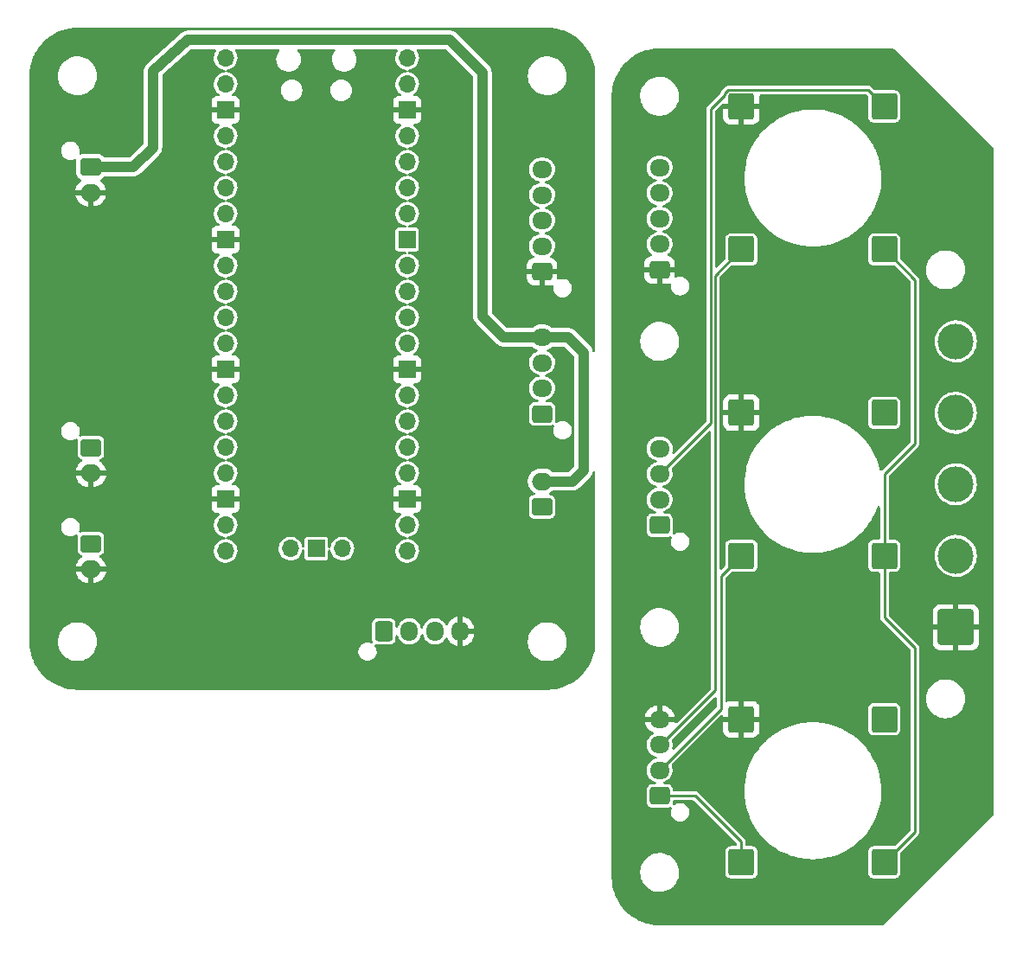
<source format=gbr>
%TF.GenerationSoftware,KiCad,Pcbnew,(6.0.5-0)*%
%TF.CreationDate,2022-07-08T00:30:46+01:00*%
%TF.ProjectId,control,636f6e74-726f-46c2-9e6b-696361645f70,rev?*%
%TF.SameCoordinates,Original*%
%TF.FileFunction,Copper,L2,Bot*%
%TF.FilePolarity,Positive*%
%FSLAX46Y46*%
G04 Gerber Fmt 4.6, Leading zero omitted, Abs format (unit mm)*
G04 Created by KiCad (PCBNEW (6.0.5-0)) date 2022-07-08 00:30:46*
%MOMM*%
%LPD*%
G01*
G04 APERTURE LIST*
G04 Aperture macros list*
%AMRoundRect*
0 Rectangle with rounded corners*
0 $1 Rounding radius*
0 $2 $3 $4 $5 $6 $7 $8 $9 X,Y pos of 4 corners*
0 Add a 4 corners polygon primitive as box body*
4,1,4,$2,$3,$4,$5,$6,$7,$8,$9,$2,$3,0*
0 Add four circle primitives for the rounded corners*
1,1,$1+$1,$2,$3*
1,1,$1+$1,$4,$5*
1,1,$1+$1,$6,$7*
1,1,$1+$1,$8,$9*
0 Add four rect primitives between the rounded corners*
20,1,$1+$1,$2,$3,$4,$5,0*
20,1,$1+$1,$4,$5,$6,$7,0*
20,1,$1+$1,$6,$7,$8,$9,0*
20,1,$1+$1,$8,$9,$2,$3,0*%
G04 Aperture macros list end*
%TA.AperFunction,ComponentPad*%
%ADD10RoundRect,0.250000X0.725000X-0.600000X0.725000X0.600000X-0.725000X0.600000X-0.725000X-0.600000X0*%
%TD*%
%TA.AperFunction,ComponentPad*%
%ADD11O,1.950000X1.700000*%
%TD*%
%TA.AperFunction,ComponentPad*%
%ADD12C,3.500000*%
%TD*%
%TA.AperFunction,ComponentPad*%
%ADD13RoundRect,0.250002X1.499998X-1.499998X1.499998X1.499998X-1.499998X1.499998X-1.499998X-1.499998X0*%
%TD*%
%TA.AperFunction,ComponentPad*%
%ADD14RoundRect,0.249999X-1.025001X-1.025001X1.025001X-1.025001X1.025001X1.025001X-1.025001X1.025001X0*%
%TD*%
%TA.AperFunction,ComponentPad*%
%ADD15O,1.700000X1.700000*%
%TD*%
%TA.AperFunction,ComponentPad*%
%ADD16R,1.700000X1.700000*%
%TD*%
%TA.AperFunction,ComponentPad*%
%ADD17RoundRect,0.250000X0.750000X-0.600000X0.750000X0.600000X-0.750000X0.600000X-0.750000X-0.600000X0*%
%TD*%
%TA.AperFunction,ComponentPad*%
%ADD18O,2.000000X1.700000*%
%TD*%
%TA.AperFunction,ComponentPad*%
%ADD19RoundRect,0.250000X-0.750000X0.600000X-0.750000X-0.600000X0.750000X-0.600000X0.750000X0.600000X0*%
%TD*%
%TA.AperFunction,ComponentPad*%
%ADD20RoundRect,0.250000X-0.600000X-0.725000X0.600000X-0.725000X0.600000X0.725000X-0.600000X0.725000X0*%
%TD*%
%TA.AperFunction,ComponentPad*%
%ADD21O,1.700000X1.950000*%
%TD*%
%TA.AperFunction,ViaPad*%
%ADD22C,0.800000*%
%TD*%
%TA.AperFunction,Conductor*%
%ADD23C,0.250000*%
%TD*%
%TA.AperFunction,Conductor*%
%ADD24C,1.000000*%
%TD*%
G04 APERTURE END LIST*
D10*
%TO.P,J26,1,Pin_1*%
%TO.N,Net-(J9-Pad1)*%
X122000000Y-120500000D03*
D11*
%TO.P,J26,2,Pin_2*%
%TO.N,Net-(J9-Pad2)*%
X122000000Y-118000000D03*
%TO.P,J26,3,Pin_3*%
%TO.N,Net-(J14-Pad1)*%
X122000000Y-115500000D03*
%TO.P,J26,4,Pin_4*%
%TO.N,GND*%
X122000000Y-113000000D03*
%TD*%
D10*
%TO.P,J25,1,Pin_1*%
%TO.N,Net-(J12-Pad1)*%
X122000000Y-94000000D03*
D11*
%TO.P,J25,2,Pin_2*%
%TO.N,Net-(J12-Pad2)*%
X122000000Y-91500000D03*
%TO.P,J25,3,Pin_3*%
%TO.N,Net-(J12-Pad3)*%
X122000000Y-89000000D03*
%TO.P,J25,4,Pin_4*%
%TO.N,Net-(J19-Pad1)*%
X122000000Y-86500000D03*
%TD*%
D10*
%TO.P,J24,1,Pin_1*%
%TO.N,GND*%
X122000000Y-69000000D03*
D11*
%TO.P,J24,2,Pin_2*%
%TO.N,Net-(J8-Pad4)*%
X122000000Y-66500000D03*
%TO.P,J24,3,Pin_3*%
%TO.N,Net-(J8-Pad3)*%
X122000000Y-64000000D03*
%TO.P,J24,4,Pin_4*%
%TO.N,Net-(J8-Pad2)*%
X122000000Y-61500000D03*
%TO.P,J24,5,Pin_5*%
%TO.N,Net-(J8-Pad1)*%
X122000000Y-59000000D03*
%TD*%
D12*
%TO.P,J23,5,Pin_5*%
%TO.N,Net-(J8-Pad1)*%
X151000000Y-76000000D03*
%TO.P,J23,4,Pin_4*%
%TO.N,Net-(J8-Pad2)*%
X151000000Y-83000000D03*
%TO.P,J23,3,Pin_3*%
%TO.N,Net-(J8-Pad3)*%
X151000000Y-90000000D03*
%TO.P,J23,2,Pin_2*%
%TO.N,Net-(J8-Pad4)*%
X151000000Y-97000000D03*
D13*
%TO.P,J23,1,Pin_1*%
%TO.N,GND*%
X151000000Y-104000000D03*
%TD*%
D14*
%TO.P,J22,1,Pin_1*%
%TO.N,Net-(J12-Pad1)*%
X144000000Y-113000000D03*
%TD*%
%TO.P,J21,1,Pin_1*%
%TO.N,Net-(J12-Pad2)*%
X144000000Y-83000000D03*
%TD*%
%TO.P,J20,1,Pin_1*%
%TO.N,Net-(J12-Pad3)*%
X144000000Y-53000000D03*
%TD*%
%TO.P,J19,1,Pin_1*%
%TO.N,Net-(J19-Pad1)*%
X144000000Y-127000000D03*
%TD*%
%TO.P,J18,1,Pin_1*%
%TO.N,Net-(J19-Pad1)*%
X144000000Y-97000000D03*
%TD*%
%TO.P,J17,1,Pin_1*%
%TO.N,Net-(J19-Pad1)*%
X144000000Y-67000000D03*
%TD*%
%TO.P,J16,1,Pin_1*%
%TO.N,Net-(J9-Pad1)*%
X130000000Y-127000000D03*
%TD*%
%TO.P,J15,1,Pin_1*%
%TO.N,Net-(J9-Pad2)*%
X130000000Y-97000000D03*
%TD*%
%TO.P,J14,1,Pin_1*%
%TO.N,Net-(J14-Pad1)*%
X130000000Y-67000000D03*
%TD*%
%TO.P,J13,1,Pin_1*%
%TO.N,GND*%
X130000000Y-113000000D03*
%TD*%
%TO.P,J11,1,Pin_1*%
%TO.N,GND*%
X130000000Y-83000000D03*
%TD*%
%TO.P,J10,1,Pin_1*%
%TO.N,GND*%
X130000000Y-53000000D03*
%TD*%
D15*
%TO.P,U2,1,GPIO0*%
%TO.N,Net-(J2-Pad1)*%
X79502000Y-48260000D03*
%TO.P,U2,2,GPIO1*%
%TO.N,Net-(J3-Pad1)*%
X79502000Y-50800000D03*
D16*
%TO.P,U2,3,GND*%
%TO.N,GND*%
X79502000Y-53340000D03*
D15*
%TO.P,U2,4,GPIO2*%
%TO.N,unconnected-(U2-Pad4)*%
X79502000Y-55880000D03*
%TO.P,U2,5,GPIO3*%
%TO.N,unconnected-(U2-Pad5)*%
X79502000Y-58420000D03*
%TO.P,U2,6,GPIO4*%
%TO.N,unconnected-(U2-Pad6)*%
X79502000Y-60960000D03*
%TO.P,U2,7,GPIO5*%
%TO.N,unconnected-(U2-Pad7)*%
X79502000Y-63500000D03*
D16*
%TO.P,U2,8,GND*%
%TO.N,GND*%
X79502000Y-66040000D03*
D15*
%TO.P,U2,9,GPIO6*%
%TO.N,unconnected-(U2-Pad9)*%
X79502000Y-68580000D03*
%TO.P,U2,10,GPIO7*%
%TO.N,unconnected-(U2-Pad10)*%
X79502000Y-71120000D03*
%TO.P,U2,11,GPIO8*%
%TO.N,unconnected-(U2-Pad11)*%
X79502000Y-73660000D03*
%TO.P,U2,12,GPIO9*%
%TO.N,unconnected-(U2-Pad12)*%
X79502000Y-76200000D03*
D16*
%TO.P,U2,13,GND*%
%TO.N,GND*%
X79502000Y-78740000D03*
D15*
%TO.P,U2,14,GPIO10*%
%TO.N,unconnected-(U2-Pad14)*%
X79502000Y-81280000D03*
%TO.P,U2,15,GPIO11*%
%TO.N,unconnected-(U2-Pad15)*%
X79502000Y-83820000D03*
%TO.P,U2,16,GPIO12*%
%TO.N,unconnected-(U2-Pad16)*%
X79502000Y-86360000D03*
%TO.P,U2,17,GPIO13*%
%TO.N,unconnected-(U2-Pad17)*%
X79502000Y-88900000D03*
D16*
%TO.P,U2,18,GND*%
%TO.N,GND*%
X79502000Y-91440000D03*
D15*
%TO.P,U2,19,GPIO14*%
%TO.N,unconnected-(U2-Pad19)*%
X79502000Y-93980000D03*
%TO.P,U2,20,GPIO15*%
%TO.N,Net-(T1-Pad1)*%
X79502000Y-96520000D03*
%TO.P,U2,21,GPIO16*%
%TO.N,unconnected-(U2-Pad21)*%
X97282000Y-96520000D03*
%TO.P,U2,22,GPIO17*%
%TO.N,Net-(J4-Pad1)*%
X97282000Y-93980000D03*
D16*
%TO.P,U2,23,GND*%
%TO.N,GND*%
X97282000Y-91440000D03*
D15*
%TO.P,U2,24,GPIO18*%
%TO.N,Net-(J4-Pad2)*%
X97282000Y-88900000D03*
%TO.P,U2,25,GPIO19*%
%TO.N,Net-(J4-Pad3)*%
X97282000Y-86360000D03*
%TO.P,U2,26,GPIO20*%
%TO.N,Net-(Q2-Pad2)*%
X97282000Y-83820000D03*
%TO.P,U2,27,GPIO21*%
%TO.N,Net-(Q1-Pad5)*%
X97282000Y-81280000D03*
D16*
%TO.P,U2,28,GND*%
%TO.N,GND*%
X97282000Y-78740000D03*
D15*
%TO.P,U2,29,GPIO22*%
%TO.N,Net-(Q1-Pad2)*%
X97282000Y-76200000D03*
%TO.P,U2,30,RUN*%
%TO.N,unconnected-(U2-Pad30)*%
X97282000Y-73660000D03*
%TO.P,U2,31,GPIO26_ADC0*%
%TO.N,Net-(J6-Pad3)*%
X97282000Y-71120000D03*
%TO.P,U2,32,GPIO27_ADC1*%
%TO.N,Net-(J6-Pad4)*%
X97282000Y-68580000D03*
D16*
%TO.P,U2,33,AGND*%
%TO.N,unconnected-(U2-Pad33)*%
X97282000Y-66040000D03*
D15*
%TO.P,U2,34,GPIO28_ADC2*%
%TO.N,Net-(J6-Pad5)*%
X97282000Y-63500000D03*
%TO.P,U2,35,ADC_VREF*%
%TO.N,unconnected-(U2-Pad35)*%
X97282000Y-60960000D03*
%TO.P,U2,36,3V3*%
%TO.N,+3V3*%
X97282000Y-58420000D03*
%TO.P,U2,37,3V3_EN*%
%TO.N,unconnected-(U2-Pad37)*%
X97282000Y-55880000D03*
D16*
%TO.P,U2,38,GND*%
%TO.N,GND*%
X97282000Y-53340000D03*
D15*
%TO.P,U2,39,VSYS*%
%TO.N,Net-(D1-Pad1)*%
X97282000Y-50800000D03*
%TO.P,U2,40,VBUS*%
%TO.N,unconnected-(U2-Pad40)*%
X97282000Y-48260000D03*
%TO.P,U2,41,SWCLK*%
%TO.N,unconnected-(U2-Pad41)*%
X85852000Y-96290000D03*
D16*
%TO.P,U2,42,GND*%
%TO.N,unconnected-(U2-Pad42)*%
X88392000Y-96290000D03*
D15*
%TO.P,U2,43,SWDIO*%
%TO.N,unconnected-(U2-Pad43)*%
X90932000Y-96290000D03*
%TD*%
D10*
%TO.P,J6,1,Pin_1*%
%TO.N,GND*%
X110490000Y-69182000D03*
D11*
%TO.P,J6,2,Pin_2*%
%TO.N,+3V3*%
X110490000Y-66682000D03*
%TO.P,J6,3,Pin_3*%
%TO.N,Net-(J6-Pad3)*%
X110490000Y-64182000D03*
%TO.P,J6,4,Pin_4*%
%TO.N,Net-(J6-Pad4)*%
X110490000Y-61682000D03*
%TO.P,J6,5,Pin_5*%
%TO.N,Net-(J6-Pad5)*%
X110490000Y-59182000D03*
%TD*%
D17*
%TO.P,J5,1,Pin_1*%
%TO.N,Net-(J5-Pad1)*%
X110490000Y-92202000D03*
D18*
%TO.P,J5,2,Pin_2*%
%TO.N,+24V*%
X110490000Y-89702000D03*
%TD*%
D19*
%TO.P,J1,1,Pin_1*%
%TO.N,+24V*%
X66294000Y-58928000D03*
D18*
%TO.P,J1,2,Pin_2*%
%TO.N,GND*%
X66294000Y-61428000D03*
%TD*%
D19*
%TO.P,J2,1,Pin_1*%
%TO.N,Net-(J2-Pad1)*%
X66311000Y-86400000D03*
D18*
%TO.P,J2,2,Pin_2*%
%TO.N,GND*%
X66311000Y-88900000D03*
%TD*%
D10*
%TO.P,J7,1,Pin_1*%
%TO.N,Net-(J7-Pad1)*%
X110490000Y-83105000D03*
D11*
%TO.P,J7,2,Pin_2*%
%TO.N,Net-(J7-Pad2)*%
X110490000Y-80605000D03*
%TO.P,J7,3,Pin_3*%
%TO.N,Net-(J7-Pad3)*%
X110490000Y-78105000D03*
%TO.P,J7,4,Pin_4*%
%TO.N,+24V*%
X110490000Y-75605000D03*
%TD*%
D20*
%TO.P,J4,1,Pin_1*%
%TO.N,Net-(J4-Pad1)*%
X94989000Y-104394000D03*
D21*
%TO.P,J4,2,Pin_2*%
%TO.N,Net-(J4-Pad2)*%
X97489000Y-104394000D03*
%TO.P,J4,3,Pin_3*%
%TO.N,Net-(J4-Pad3)*%
X99989000Y-104394000D03*
%TO.P,J4,4,Pin_4*%
%TO.N,GND*%
X102489000Y-104394000D03*
%TD*%
D19*
%TO.P,J3,1,Pin_1*%
%TO.N,Net-(J3-Pad1)*%
X66311000Y-95798000D03*
D18*
%TO.P,J3,2,Pin_2*%
%TO.N,GND*%
X66311000Y-98298000D03*
%TD*%
D22*
%TO.N,GND*%
X107061000Y-80645000D03*
X107061000Y-81661000D03*
%TD*%
D23*
%TO.N,Net-(J8-Pad1)*%
X151000000Y-76000000D02*
X151974521Y-75025479D01*
%TO.N,Net-(J12-Pad3)*%
X127000000Y-84000000D02*
X127000000Y-53271408D01*
X128737026Y-51400480D02*
X142400480Y-51400480D01*
X142400480Y-51400480D02*
X144000000Y-53000000D01*
X122000000Y-89000000D02*
X127000000Y-84000000D01*
X128400480Y-51870928D02*
X128400480Y-51737026D01*
X127000000Y-53271408D02*
X128400480Y-51870928D01*
X128400480Y-51737026D02*
X128737026Y-51400480D01*
%TO.N,Net-(J14-Pad1)*%
X127449511Y-69550489D02*
X130000000Y-67000000D01*
X127449511Y-110175489D02*
X127449511Y-69550489D01*
X122125000Y-115500000D02*
X127449511Y-110175489D01*
X122000000Y-115500000D02*
X122125000Y-115500000D01*
%TO.N,Net-(J9-Pad1)*%
X122000000Y-120500000D02*
X125500000Y-120500000D01*
X125500000Y-120500000D02*
X130000000Y-125000000D01*
X130000000Y-125000000D02*
X130000000Y-127000000D01*
%TO.N,Net-(J9-Pad2)*%
X122000000Y-118000000D02*
X128000000Y-112000000D01*
X128000000Y-112000000D02*
X128000000Y-99000000D01*
X128000000Y-99000000D02*
X130000000Y-97000000D01*
%TO.N,Net-(J19-Pad1)*%
X144000000Y-97000000D02*
X144000000Y-103000000D01*
X144000000Y-103000000D02*
X147000000Y-106000000D01*
X147000000Y-106000000D02*
X147000000Y-124000000D01*
X147000000Y-124000000D02*
X144000000Y-127000000D01*
X144000000Y-89000000D02*
X147000000Y-86000000D01*
X144000000Y-97000000D02*
X144000000Y-89000000D01*
X147000000Y-86000000D02*
X147000000Y-70000000D01*
X147000000Y-70000000D02*
X144000000Y-67000000D01*
D24*
%TO.N,+24V*%
X113498000Y-89702000D02*
X114554000Y-88646000D01*
X104648000Y-49657000D02*
X101473000Y-46482000D01*
X104648000Y-73533000D02*
X104648000Y-49657000D01*
X72390000Y-49530000D02*
X72390000Y-57023000D01*
X72390000Y-57023000D02*
X70485000Y-58928000D01*
X110490000Y-75605000D02*
X106720000Y-75605000D01*
X106720000Y-75605000D02*
X104648000Y-73533000D01*
X113070000Y-75605000D02*
X110490000Y-75605000D01*
X114554000Y-88646000D02*
X114554000Y-77089000D01*
X70485000Y-58928000D02*
X66294000Y-58928000D01*
X75819000Y-46482000D02*
X72390000Y-49530000D01*
X101473000Y-46482000D02*
X75819000Y-46482000D01*
X110490000Y-89702000D02*
X113498000Y-89702000D01*
X114554000Y-77089000D02*
X113070000Y-75605000D01*
%TD*%
%TA.AperFunction,Conductor*%
%TO.N,GND*%
G36*
X144891460Y-47320502D02*
G01*
X144912434Y-47337405D01*
X154662595Y-57087566D01*
X154696621Y-57149878D01*
X154699500Y-57176661D01*
X154699500Y-122287805D01*
X154679498Y-122355926D01*
X154662595Y-122376900D01*
X143912434Y-133127061D01*
X143850122Y-133161087D01*
X143823339Y-133163966D01*
X122037317Y-133163966D01*
X122015437Y-133162052D01*
X122010855Y-133161244D01*
X122000000Y-133159330D01*
X121989145Y-133161244D01*
X121983450Y-133161244D01*
X121965138Y-133162444D01*
X121595908Y-133146323D01*
X121584959Y-133145365D01*
X121189397Y-133093288D01*
X121178571Y-133091379D01*
X120789053Y-133005024D01*
X120778436Y-133002179D01*
X120472313Y-132905659D01*
X120397925Y-132882204D01*
X120387611Y-132878451D01*
X120018988Y-132725762D01*
X120009027Y-132721116D01*
X119655141Y-132536894D01*
X119645621Y-132531398D01*
X119309124Y-132317024D01*
X119300120Y-132310719D01*
X118983603Y-132067846D01*
X118975182Y-132060781D01*
X118681014Y-131791224D01*
X118673242Y-131783451D01*
X118403711Y-131489306D01*
X118396645Y-131480886D01*
X118252844Y-131293480D01*
X118153752Y-131164339D01*
X118147461Y-131155355D01*
X117933089Y-130818857D01*
X117927595Y-130809341D01*
X117743367Y-130455436D01*
X117738722Y-130445474D01*
X117586044Y-130076874D01*
X117582284Y-130066544D01*
X117462310Y-129686024D01*
X117459466Y-129675407D01*
X117375074Y-129294732D01*
X117373115Y-129285892D01*
X117371207Y-129275075D01*
X117364784Y-129226280D01*
X117319132Y-128879509D01*
X117318174Y-128868558D01*
X117302049Y-128499173D01*
X117303221Y-128481289D01*
X117303221Y-128475326D01*
X117305136Y-128464468D01*
X117302414Y-128449028D01*
X117300500Y-128427152D01*
X117300500Y-128043233D01*
X120094906Y-128043233D01*
X120121102Y-128317792D01*
X120122187Y-128322226D01*
X120122188Y-128322232D01*
X120166381Y-128502832D01*
X120186657Y-128585694D01*
X120290199Y-128841326D01*
X120292500Y-128845256D01*
X120292503Y-128845262D01*
X120427255Y-129075403D01*
X120427260Y-129075410D01*
X120429558Y-129079335D01*
X120432405Y-129082895D01*
X120550028Y-129229974D01*
X120601816Y-129294732D01*
X120803364Y-129483008D01*
X121029979Y-129640216D01*
X121034055Y-129642244D01*
X121034057Y-129642245D01*
X121272827Y-129761032D01*
X121272830Y-129761033D01*
X121276914Y-129763065D01*
X121538998Y-129848980D01*
X121543489Y-129849760D01*
X121543490Y-129849760D01*
X121806957Y-129895506D01*
X121806965Y-129895507D01*
X121810738Y-129896162D01*
X121814575Y-129896353D01*
X121896305Y-129900422D01*
X121896313Y-129900422D01*
X121897876Y-129900500D01*
X122070070Y-129900500D01*
X122072338Y-129900335D01*
X122072350Y-129900335D01*
X122206603Y-129890594D01*
X122275083Y-129885625D01*
X122279538Y-129884641D01*
X122279541Y-129884641D01*
X122539947Y-129827148D01*
X122539950Y-129827147D01*
X122544403Y-129826164D01*
X122802319Y-129728449D01*
X123043428Y-129594525D01*
X123262678Y-129427198D01*
X123350225Y-129337642D01*
X123452283Y-129233242D01*
X123452287Y-129233237D01*
X123455477Y-129229974D01*
X123617787Y-129006984D01*
X123746206Y-128762899D01*
X123838045Y-128502832D01*
X123874516Y-128317792D01*
X123890499Y-128236704D01*
X123890500Y-128236698D01*
X123891380Y-128232232D01*
X123891607Y-128227676D01*
X123904867Y-127961336D01*
X123904867Y-127961330D01*
X123905094Y-127956767D01*
X123878898Y-127682208D01*
X123813343Y-127414306D01*
X123709801Y-127158674D01*
X123707500Y-127154744D01*
X123707497Y-127154738D01*
X123572745Y-126924597D01*
X123572740Y-126924590D01*
X123570442Y-126920665D01*
X123452927Y-126773720D01*
X123401036Y-126708834D01*
X123401035Y-126708833D01*
X123398184Y-126705268D01*
X123299904Y-126613460D01*
X123199972Y-126520108D01*
X123199969Y-126520106D01*
X123196636Y-126516992D01*
X122970021Y-126359784D01*
X122804460Y-126277418D01*
X122727173Y-126238968D01*
X122727170Y-126238967D01*
X122723086Y-126236935D01*
X122461002Y-126151020D01*
X122456510Y-126150240D01*
X122193043Y-126104494D01*
X122193035Y-126104493D01*
X122189262Y-126103838D01*
X122179029Y-126103329D01*
X122103695Y-126099578D01*
X122103687Y-126099578D01*
X122102124Y-126099500D01*
X121929930Y-126099500D01*
X121927662Y-126099665D01*
X121927650Y-126099665D01*
X121793397Y-126109406D01*
X121724917Y-126114375D01*
X121720462Y-126115359D01*
X121720459Y-126115359D01*
X121460053Y-126172852D01*
X121460050Y-126172853D01*
X121455597Y-126173836D01*
X121197681Y-126271551D01*
X121193694Y-126273765D01*
X121193693Y-126273766D01*
X121187118Y-126277418D01*
X120956572Y-126405475D01*
X120737322Y-126572802D01*
X120734129Y-126576068D01*
X120734127Y-126576070D01*
X120547717Y-126766758D01*
X120547713Y-126766763D01*
X120544523Y-126770026D01*
X120382213Y-126993016D01*
X120253794Y-127237101D01*
X120161955Y-127497168D01*
X120161075Y-127501634D01*
X120124587Y-127686760D01*
X120108620Y-127767768D01*
X120108393Y-127772322D01*
X120108393Y-127772324D01*
X120099211Y-127956767D01*
X120094906Y-128043233D01*
X117300500Y-128043233D01*
X117300500Y-113268580D01*
X120543752Y-113268580D01*
X120568477Y-113386421D01*
X120571537Y-113396617D01*
X120652263Y-113601029D01*
X120656994Y-113610561D01*
X120771016Y-113798462D01*
X120777280Y-113807052D01*
X120921327Y-113973052D01*
X120928958Y-113980472D01*
X121098911Y-114119826D01*
X121107678Y-114125850D01*
X121298682Y-114234576D01*
X121308349Y-114239043D01*
X121331464Y-114247433D01*
X121388673Y-114289477D01*
X121414069Y-114355776D01*
X121399590Y-114425280D01*
X121344203Y-114478878D01*
X121324481Y-114488604D01*
X121271290Y-114514835D01*
X121101867Y-114641349D01*
X121009090Y-114741714D01*
X120964027Y-114790464D01*
X120958337Y-114796619D01*
X120845505Y-114975446D01*
X120767152Y-115171840D01*
X120766027Y-115177497D01*
X120766025Y-115177503D01*
X120727028Y-115373558D01*
X120725901Y-115379225D01*
X120725825Y-115385000D01*
X120725825Y-115385004D01*
X120725253Y-115428705D01*
X120723133Y-115590654D01*
X120758941Y-115799047D01*
X120832127Y-115997425D01*
X120940238Y-116179144D01*
X121079655Y-116338119D01*
X121245708Y-116469024D01*
X121250819Y-116471713D01*
X121250822Y-116471715D01*
X121345638Y-116521600D01*
X121432836Y-116567477D01*
X121634773Y-116630180D01*
X121634191Y-116632056D01*
X121688906Y-116661599D01*
X121723224Y-116723751D01*
X121718492Y-116794590D01*
X121676214Y-116851625D01*
X121634432Y-116872382D01*
X121460931Y-116921314D01*
X121455753Y-116923867D01*
X121455749Y-116923869D01*
X121280508Y-117010289D01*
X121271290Y-117014835D01*
X121101867Y-117141349D01*
X120958337Y-117296619D01*
X120845505Y-117475446D01*
X120767152Y-117671840D01*
X120766027Y-117677497D01*
X120766025Y-117677503D01*
X120727028Y-117873558D01*
X120725901Y-117879225D01*
X120725825Y-117885000D01*
X120725825Y-117885004D01*
X120725431Y-117915128D01*
X120723133Y-118090654D01*
X120758941Y-118299047D01*
X120832127Y-118497425D01*
X120940238Y-118679144D01*
X121079655Y-118838119D01*
X121245708Y-118969024D01*
X121250819Y-118971713D01*
X121250822Y-118971715D01*
X121345638Y-119021600D01*
X121432836Y-119067477D01*
X121547777Y-119103167D01*
X121606902Y-119142470D01*
X121635393Y-119207500D01*
X121624203Y-119277609D01*
X121576886Y-119330539D01*
X121510413Y-119349500D01*
X121232228Y-119349500D01*
X121142453Y-119360364D01*
X121134925Y-119363344D01*
X121134923Y-119363345D01*
X121065832Y-119390700D01*
X121002217Y-119415887D01*
X120882078Y-119507078D01*
X120790887Y-119627217D01*
X120735364Y-119767453D01*
X120724500Y-119857228D01*
X120724500Y-121142772D01*
X120735364Y-121232547D01*
X120738344Y-121240075D01*
X120738345Y-121240077D01*
X120752806Y-121276602D01*
X120790887Y-121372783D01*
X120882078Y-121492922D01*
X121002217Y-121584113D01*
X121065832Y-121609300D01*
X121134923Y-121636655D01*
X121134925Y-121636656D01*
X121142453Y-121639636D01*
X121232228Y-121650500D01*
X122767772Y-121650500D01*
X122857547Y-121639636D01*
X122865075Y-121636656D01*
X122865077Y-121636655D01*
X122989794Y-121587276D01*
X122997783Y-121584113D01*
X122998749Y-121583380D01*
X123064451Y-121568167D01*
X123131296Y-121592089D01*
X123174597Y-121648352D01*
X123180606Y-121719094D01*
X123172247Y-121745200D01*
X123138856Y-121820197D01*
X123099500Y-122005354D01*
X123099500Y-122194646D01*
X123138856Y-122379803D01*
X123215849Y-122552730D01*
X123219729Y-122558071D01*
X123219730Y-122558072D01*
X123255203Y-122606896D01*
X123327112Y-122705871D01*
X123332014Y-122710284D01*
X123332015Y-122710286D01*
X123419591Y-122789140D01*
X123467784Y-122832533D01*
X123631716Y-122927179D01*
X123811744Y-122985674D01*
X123818305Y-122986364D01*
X123818307Y-122986364D01*
X123871963Y-122992003D01*
X123952808Y-123000500D01*
X124047192Y-123000500D01*
X124128037Y-122992003D01*
X124181693Y-122986364D01*
X124181695Y-122986364D01*
X124188256Y-122985674D01*
X124368284Y-122927179D01*
X124532216Y-122832533D01*
X124580409Y-122789140D01*
X124667985Y-122710286D01*
X124667986Y-122710284D01*
X124672888Y-122705871D01*
X124744797Y-122606896D01*
X124780270Y-122558072D01*
X124780271Y-122558071D01*
X124784151Y-122552730D01*
X124861144Y-122379803D01*
X124900500Y-122194646D01*
X124900500Y-122005354D01*
X124861144Y-121820197D01*
X124784151Y-121647270D01*
X124672888Y-121494129D01*
X124663957Y-121486087D01*
X124537124Y-121371886D01*
X124537123Y-121371885D01*
X124532216Y-121367467D01*
X124368284Y-121272821D01*
X124188256Y-121214326D01*
X124181695Y-121213636D01*
X124181693Y-121213636D01*
X124128037Y-121207997D01*
X124047192Y-121199500D01*
X123952808Y-121199500D01*
X123871963Y-121207997D01*
X123818307Y-121213636D01*
X123818305Y-121213636D01*
X123811744Y-121214326D01*
X123631716Y-121272821D01*
X123467784Y-121367467D01*
X123462876Y-121371886D01*
X123457533Y-121375768D01*
X123455835Y-121373431D01*
X123403188Y-121398653D01*
X123332740Y-121389842D01*
X123278239Y-121344343D01*
X123256988Y-121276602D01*
X123260844Y-121243271D01*
X123261656Y-121240073D01*
X123264636Y-121232547D01*
X123265608Y-121224515D01*
X123265609Y-121224511D01*
X123275044Y-121146537D01*
X123275500Y-121142772D01*
X123275500Y-121051500D01*
X123295502Y-120983379D01*
X123349158Y-120936886D01*
X123401500Y-120925500D01*
X125271562Y-120925500D01*
X125339683Y-120945502D01*
X125360657Y-120962405D01*
X129537595Y-125139343D01*
X129571621Y-125201655D01*
X129574500Y-125228438D01*
X129574500Y-125298501D01*
X129554498Y-125366622D01*
X129500842Y-125413115D01*
X129448500Y-125424501D01*
X128932228Y-125424501D01*
X128928470Y-125424956D01*
X128928465Y-125424956D01*
X128851030Y-125434326D01*
X128842452Y-125435364D01*
X128834929Y-125438342D01*
X128834927Y-125438343D01*
X128782319Y-125459172D01*
X128702216Y-125490887D01*
X128582077Y-125582077D01*
X128490887Y-125702216D01*
X128435364Y-125842452D01*
X128424500Y-125932227D01*
X128424501Y-128067772D01*
X128424956Y-128071530D01*
X128424956Y-128071535D01*
X128434326Y-128148970D01*
X128435364Y-128157548D01*
X128490887Y-128297784D01*
X128582077Y-128417923D01*
X128702216Y-128509113D01*
X128784192Y-128541570D01*
X128834922Y-128561655D01*
X128834924Y-128561656D01*
X128842452Y-128564636D01*
X128932227Y-128575500D01*
X129999295Y-128575500D01*
X131067772Y-128575499D01*
X131071530Y-128575044D01*
X131071535Y-128575044D01*
X131149515Y-128565608D01*
X131157548Y-128564636D01*
X131165071Y-128561658D01*
X131165073Y-128561657D01*
X131217681Y-128540828D01*
X131297784Y-128509113D01*
X131417923Y-128417923D01*
X131509113Y-128297784D01*
X131564636Y-128157548D01*
X131575500Y-128067773D01*
X131575499Y-125932228D01*
X131575044Y-125928462D01*
X131565608Y-125850485D01*
X131564636Y-125842452D01*
X131509113Y-125702216D01*
X131417923Y-125582077D01*
X131297784Y-125490887D01*
X131215808Y-125458430D01*
X131165078Y-125438345D01*
X131165076Y-125438344D01*
X131157548Y-125435364D01*
X131067773Y-125424500D01*
X130551500Y-125424500D01*
X130483379Y-125404498D01*
X130436886Y-125350842D01*
X130425500Y-125298500D01*
X130425500Y-124932607D01*
X130418086Y-124909790D01*
X130413472Y-124890570D01*
X130411270Y-124876668D01*
X130409719Y-124866874D01*
X130398828Y-124845498D01*
X130391264Y-124827237D01*
X130386915Y-124813853D01*
X130386913Y-124813850D01*
X130383849Y-124804419D01*
X130369747Y-124785009D01*
X130359423Y-124768163D01*
X130348528Y-124746780D01*
X125753220Y-120151472D01*
X125731837Y-120140577D01*
X125714991Y-120130253D01*
X125703604Y-120121980D01*
X125695581Y-120116151D01*
X125686150Y-120113087D01*
X125686147Y-120113085D01*
X125672763Y-120108736D01*
X125654502Y-120101172D01*
X125641964Y-120094784D01*
X125641963Y-120094784D01*
X125633126Y-120090281D01*
X125609429Y-120086528D01*
X125590210Y-120081914D01*
X125567393Y-120074500D01*
X123401500Y-120074500D01*
X123386917Y-120070218D01*
X130294947Y-120070218D01*
X130295060Y-120072569D01*
X130295060Y-120072575D01*
X130298110Y-120136079D01*
X130319085Y-120572756D01*
X130380836Y-121072071D01*
X130381298Y-121074373D01*
X130381300Y-121074385D01*
X130395783Y-121146537D01*
X130479850Y-121565349D01*
X130480489Y-121567630D01*
X130559737Y-121850509D01*
X130615572Y-122049816D01*
X130616379Y-122052039D01*
X130785351Y-122517551D01*
X130787235Y-122522742D01*
X130788198Y-122524881D01*
X130788203Y-122524892D01*
X130847799Y-122657189D01*
X130993876Y-122981466D01*
X131234329Y-123423405D01*
X131507241Y-123846071D01*
X131508661Y-123847946D01*
X131508663Y-123847948D01*
X131764908Y-124186150D01*
X131811076Y-124247085D01*
X132144123Y-124624189D01*
X132145818Y-124625840D01*
X132460723Y-124932607D01*
X132504507Y-124975260D01*
X132890200Y-125298322D01*
X133299030Y-125591556D01*
X133728696Y-125853310D01*
X133730798Y-125854383D01*
X133730801Y-125854385D01*
X134169585Y-126078439D01*
X134176778Y-126082112D01*
X134178938Y-126083018D01*
X134178945Y-126083021D01*
X134638579Y-126275761D01*
X134640754Y-126276673D01*
X134642978Y-126277415D01*
X134642986Y-126277418D01*
X135020172Y-126403257D01*
X135118012Y-126435899D01*
X135605865Y-126558891D01*
X135608173Y-126559292D01*
X135608179Y-126559293D01*
X135879719Y-126606440D01*
X136101566Y-126644960D01*
X136103913Y-126645188D01*
X136103920Y-126645189D01*
X136599965Y-126693389D01*
X136599976Y-126693390D01*
X136602326Y-126693618D01*
X136604684Y-126693669D01*
X136604693Y-126693670D01*
X136899930Y-126700112D01*
X137105324Y-126704594D01*
X137340654Y-126692055D01*
X137605386Y-126677949D01*
X137605389Y-126677949D01*
X137607730Y-126677824D01*
X137875948Y-126643227D01*
X138104368Y-126613763D01*
X138104378Y-126613761D01*
X138106714Y-126613460D01*
X138599467Y-126511864D01*
X138601731Y-126511217D01*
X138601739Y-126511215D01*
X139080950Y-126374256D01*
X139080959Y-126374253D01*
X139083216Y-126373608D01*
X139085419Y-126372795D01*
X139085426Y-126372793D01*
X139553007Y-126200293D01*
X139553014Y-126200290D01*
X139555237Y-126199470D01*
X140012873Y-125990431D01*
X140453547Y-125747668D01*
X140715027Y-125576886D01*
X140872789Y-125473846D01*
X140872794Y-125473843D01*
X140874779Y-125472546D01*
X141102009Y-125298501D01*
X141272306Y-125168064D01*
X141272312Y-125168059D01*
X141274196Y-125166616D01*
X141649551Y-124831599D01*
X141998730Y-124469381D01*
X142297036Y-124109431D01*
X142318249Y-124083835D01*
X142318250Y-124083834D01*
X142319768Y-124082002D01*
X142610857Y-123671642D01*
X142684451Y-123549402D01*
X142869138Y-123242639D01*
X142869142Y-123242632D01*
X142870358Y-123240612D01*
X143096811Y-122791338D01*
X143288940Y-122326350D01*
X143445664Y-121848265D01*
X143534959Y-121486087D01*
X143565538Y-121362058D01*
X143565539Y-121362055D01*
X143566101Y-121359774D01*
X143649573Y-120863629D01*
X143695609Y-120362621D01*
X143705421Y-120000000D01*
X143696993Y-119775494D01*
X143686635Y-119499605D01*
X143686635Y-119499603D01*
X143686546Y-119497236D01*
X143630028Y-118997303D01*
X143536184Y-118503014D01*
X143405544Y-118017153D01*
X143238841Y-117542455D01*
X143065041Y-117145586D01*
X143037963Y-117083754D01*
X143037961Y-117083750D01*
X143037016Y-117081592D01*
X142801205Y-116637159D01*
X142797986Y-116632056D01*
X142570689Y-116271815D01*
X142532733Y-116211658D01*
X142233114Y-115807485D01*
X142045620Y-115590654D01*
X141905583Y-115428705D01*
X141905579Y-115428700D01*
X141904034Y-115426914D01*
X141547346Y-115072088D01*
X141207512Y-114781329D01*
X141166843Y-114746533D01*
X141166842Y-114746532D01*
X141165057Y-114745005D01*
X141120369Y-114712238D01*
X140915001Y-114561657D01*
X140759320Y-114447507D01*
X140332420Y-114181267D01*
X140330349Y-114180182D01*
X140330342Y-114180178D01*
X139888844Y-113948879D01*
X139886758Y-113947786D01*
X139884610Y-113946859D01*
X139884596Y-113946852D01*
X139426997Y-113749305D01*
X139426996Y-113749305D01*
X139424845Y-113748376D01*
X139025733Y-113610561D01*
X138951509Y-113584931D01*
X138951501Y-113584929D01*
X138949281Y-113584162D01*
X138524661Y-113472369D01*
X138465029Y-113456669D01*
X138465026Y-113456668D01*
X138462742Y-113456067D01*
X137967969Y-113364813D01*
X137965644Y-113364563D01*
X137965634Y-113364561D01*
X137743172Y-113340591D01*
X137467747Y-113310913D01*
X137465369Y-113310836D01*
X137465366Y-113310836D01*
X136967251Y-113294747D01*
X136967245Y-113294747D01*
X136964891Y-113294671D01*
X136462232Y-113316178D01*
X136230109Y-113343652D01*
X135964939Y-113375036D01*
X135964929Y-113375038D01*
X135962602Y-113375313D01*
X135960289Y-113375765D01*
X135960287Y-113375765D01*
X135471125Y-113471292D01*
X135471122Y-113471293D01*
X135468811Y-113471744D01*
X135328580Y-113510238D01*
X134985934Y-113604296D01*
X134985920Y-113604300D01*
X134983641Y-113604926D01*
X134509822Y-113774112D01*
X134281065Y-113875722D01*
X134052204Y-113977378D01*
X134052199Y-113977381D01*
X134050023Y-113978347D01*
X134047931Y-113979471D01*
X134047923Y-113979475D01*
X133608916Y-114215362D01*
X133608902Y-114215370D01*
X133606831Y-114216483D01*
X133604836Y-114217757D01*
X133604835Y-114217757D01*
X133492473Y-114289477D01*
X133182741Y-114487178D01*
X133180842Y-114488601D01*
X133180838Y-114488604D01*
X133064894Y-114575499D01*
X132780142Y-114788909D01*
X132778370Y-114790457D01*
X132778362Y-114790464D01*
X132454198Y-115073749D01*
X132401299Y-115119977D01*
X132399642Y-115121660D01*
X132399638Y-115121664D01*
X132326924Y-115195530D01*
X132048346Y-115478519D01*
X132046825Y-115480316D01*
X132046822Y-115480319D01*
X131776999Y-115799047D01*
X131723269Y-115862515D01*
X131721887Y-115864420D01*
X131721882Y-115864427D01*
X131625431Y-115997425D01*
X131427899Y-116269804D01*
X131426664Y-116271807D01*
X131426659Y-116271815D01*
X131165143Y-116696074D01*
X131165137Y-116696084D01*
X131163899Y-116698093D01*
X130932754Y-117144971D01*
X130931827Y-117147150D01*
X130931824Y-117147156D01*
X130763623Y-117542455D01*
X130735766Y-117607922D01*
X130574044Y-118084339D01*
X130573455Y-118086624D01*
X130573454Y-118086628D01*
X130518716Y-118299047D01*
X130448498Y-118571542D01*
X130448080Y-118573874D01*
X130448079Y-118573881D01*
X130360251Y-119064465D01*
X130360249Y-119064479D01*
X130359836Y-119066786D01*
X130359596Y-119069127D01*
X130359596Y-119069128D01*
X130314725Y-119507078D01*
X130308556Y-119567284D01*
X130298575Y-119936127D01*
X130294947Y-120070218D01*
X123386917Y-120070218D01*
X123333379Y-120054498D01*
X123286886Y-120000842D01*
X123275500Y-119948500D01*
X123275500Y-119857228D01*
X123264636Y-119767453D01*
X123209113Y-119627217D01*
X123117922Y-119507078D01*
X122997783Y-119415887D01*
X122934168Y-119390700D01*
X122865077Y-119363345D01*
X122865075Y-119363344D01*
X122857547Y-119360364D01*
X122767772Y-119349500D01*
X122489785Y-119349500D01*
X122421664Y-119329498D01*
X122375171Y-119275842D01*
X122365067Y-119205568D01*
X122394561Y-119140988D01*
X122455584Y-119102231D01*
X122539069Y-119078686D01*
X122544247Y-119076133D01*
X122544251Y-119076131D01*
X122723531Y-118987719D01*
X122728710Y-118985165D01*
X122898133Y-118858651D01*
X123041663Y-118703381D01*
X123054215Y-118683488D01*
X123151416Y-118529434D01*
X123151416Y-118529433D01*
X123154495Y-118524554D01*
X123232848Y-118328160D01*
X123233973Y-118322503D01*
X123233975Y-118322497D01*
X123272972Y-118126442D01*
X123272972Y-118126440D01*
X123274099Y-118120775D01*
X123274494Y-118090654D01*
X123276791Y-117915128D01*
X123276867Y-117909346D01*
X123241059Y-117700953D01*
X123181791Y-117540300D01*
X123177276Y-117528061D01*
X123172464Y-117457227D01*
X123206393Y-117395355D01*
X126529650Y-114072098D01*
X128217000Y-114072098D01*
X128217337Y-114078613D01*
X128227256Y-114174205D01*
X128230150Y-114187604D01*
X128281588Y-114341785D01*
X128287762Y-114354964D01*
X128373063Y-114492810D01*
X128382099Y-114504209D01*
X128496828Y-114618738D01*
X128508239Y-114627750D01*
X128646242Y-114712816D01*
X128659423Y-114718963D01*
X128813709Y-114770138D01*
X128827085Y-114773005D01*
X128921437Y-114782672D01*
X128927853Y-114783000D01*
X129727885Y-114783000D01*
X129743124Y-114778525D01*
X129744329Y-114777135D01*
X129746000Y-114769452D01*
X129746000Y-114764885D01*
X130254000Y-114764885D01*
X130258475Y-114780124D01*
X130259865Y-114781329D01*
X130267548Y-114783000D01*
X131072098Y-114783000D01*
X131078613Y-114782663D01*
X131174205Y-114772744D01*
X131187604Y-114769850D01*
X131341785Y-114718412D01*
X131354964Y-114712238D01*
X131492810Y-114626937D01*
X131504209Y-114617901D01*
X131618738Y-114503172D01*
X131627750Y-114491761D01*
X131712816Y-114353758D01*
X131718963Y-114340577D01*
X131770138Y-114186291D01*
X131773005Y-114172915D01*
X131782672Y-114078563D01*
X131783000Y-114072147D01*
X131783000Y-113272115D01*
X131778525Y-113256876D01*
X131777135Y-113255671D01*
X131769452Y-113254000D01*
X130272115Y-113254000D01*
X130256876Y-113258475D01*
X130255671Y-113259865D01*
X130254000Y-113267548D01*
X130254000Y-114764885D01*
X129746000Y-114764885D01*
X129746000Y-113272115D01*
X129741525Y-113256876D01*
X129740135Y-113255671D01*
X129732452Y-113254000D01*
X128235115Y-113254000D01*
X128219876Y-113258475D01*
X128218671Y-113259865D01*
X128217000Y-113267548D01*
X128217000Y-114072098D01*
X126529650Y-114072098D01*
X128001905Y-112599843D01*
X128064217Y-112565817D01*
X128135032Y-112570882D01*
X128191868Y-112613429D01*
X128216679Y-112679949D01*
X128217000Y-112688938D01*
X128217000Y-112727885D01*
X128221475Y-112743124D01*
X128222865Y-112744329D01*
X128230548Y-112746000D01*
X129727885Y-112746000D01*
X129743124Y-112741525D01*
X129744329Y-112740135D01*
X129746000Y-112732452D01*
X129746000Y-112727885D01*
X130254000Y-112727885D01*
X130258475Y-112743124D01*
X130259865Y-112744329D01*
X130267548Y-112746000D01*
X131764885Y-112746000D01*
X131780124Y-112741525D01*
X131781329Y-112740135D01*
X131783000Y-112732452D01*
X131783000Y-111932227D01*
X142424500Y-111932227D01*
X142424501Y-114067772D01*
X142424956Y-114071530D01*
X142424956Y-114071535D01*
X142434326Y-114148970D01*
X142435364Y-114157548D01*
X142490887Y-114297784D01*
X142582077Y-114417923D01*
X142702216Y-114509113D01*
X142784192Y-114541570D01*
X142834922Y-114561655D01*
X142834924Y-114561656D01*
X142842452Y-114564636D01*
X142932227Y-114575500D01*
X143999295Y-114575500D01*
X145067772Y-114575499D01*
X145071530Y-114575044D01*
X145071535Y-114575044D01*
X145149515Y-114565608D01*
X145157548Y-114564636D01*
X145165071Y-114561658D01*
X145165073Y-114561657D01*
X145217681Y-114540828D01*
X145297784Y-114509113D01*
X145417923Y-114417923D01*
X145509113Y-114297784D01*
X145564636Y-114157548D01*
X145575500Y-114067773D01*
X145575499Y-111932228D01*
X145575044Y-111928462D01*
X145565608Y-111850485D01*
X145564636Y-111842452D01*
X145509113Y-111702216D01*
X145417923Y-111582077D01*
X145297784Y-111490887D01*
X145215808Y-111458430D01*
X145165078Y-111438345D01*
X145165076Y-111438344D01*
X145157548Y-111435364D01*
X145067773Y-111424500D01*
X144000705Y-111424500D01*
X142932228Y-111424501D01*
X142928470Y-111424956D01*
X142928465Y-111424956D01*
X142851030Y-111434326D01*
X142842452Y-111435364D01*
X142834929Y-111438342D01*
X142834927Y-111438343D01*
X142782319Y-111459172D01*
X142702216Y-111490887D01*
X142582077Y-111582077D01*
X142490887Y-111702216D01*
X142435364Y-111842452D01*
X142424500Y-111932227D01*
X131783000Y-111932227D01*
X131783000Y-111927902D01*
X131782663Y-111921387D01*
X131772744Y-111825795D01*
X131769850Y-111812396D01*
X131718412Y-111658215D01*
X131712238Y-111645036D01*
X131626937Y-111507190D01*
X131617901Y-111495791D01*
X131503172Y-111381262D01*
X131491761Y-111372250D01*
X131353758Y-111287184D01*
X131340577Y-111281037D01*
X131186291Y-111229862D01*
X131172915Y-111226995D01*
X131078563Y-111217328D01*
X131072146Y-111217000D01*
X130272115Y-111217000D01*
X130256876Y-111221475D01*
X130255671Y-111222865D01*
X130254000Y-111230548D01*
X130254000Y-112727885D01*
X129746000Y-112727885D01*
X129746000Y-111235115D01*
X129741525Y-111219876D01*
X129740135Y-111218671D01*
X129732452Y-111217000D01*
X128927902Y-111217000D01*
X128921387Y-111217337D01*
X128825795Y-111227256D01*
X128812396Y-111230150D01*
X128658215Y-111281588D01*
X128645043Y-111287759D01*
X128617803Y-111304615D01*
X128549351Y-111323452D01*
X128481581Y-111302290D01*
X128436010Y-111247849D01*
X128425500Y-111197470D01*
X128425500Y-99228438D01*
X128445502Y-99160317D01*
X128462405Y-99139343D01*
X128989343Y-98612405D01*
X129051655Y-98578379D01*
X129078438Y-98575500D01*
X130929419Y-98575499D01*
X131067772Y-98575499D01*
X131071530Y-98575044D01*
X131071535Y-98575044D01*
X131149515Y-98565608D01*
X131157548Y-98564636D01*
X131165071Y-98561658D01*
X131165073Y-98561657D01*
X131244953Y-98530030D01*
X131297784Y-98509113D01*
X131417923Y-98417923D01*
X131509113Y-98297784D01*
X131564636Y-98157548D01*
X131575500Y-98067773D01*
X131575499Y-95932228D01*
X131575044Y-95928462D01*
X131565608Y-95850485D01*
X131564636Y-95842452D01*
X131509113Y-95702216D01*
X131417923Y-95582077D01*
X131297784Y-95490887D01*
X131215808Y-95458430D01*
X131165078Y-95438345D01*
X131165076Y-95438344D01*
X131157548Y-95435364D01*
X131067773Y-95424500D01*
X130000705Y-95424500D01*
X128932228Y-95424501D01*
X128928470Y-95424956D01*
X128928465Y-95424956D01*
X128851030Y-95434326D01*
X128842452Y-95435364D01*
X128834929Y-95438342D01*
X128834927Y-95438343D01*
X128782319Y-95459172D01*
X128702216Y-95490887D01*
X128582077Y-95582077D01*
X128490887Y-95702216D01*
X128435364Y-95842452D01*
X128424500Y-95932227D01*
X128424501Y-96948888D01*
X128424501Y-97921561D01*
X128404499Y-97989682D01*
X128387596Y-98010656D01*
X128090106Y-98308146D01*
X128027794Y-98342172D01*
X127956979Y-98337107D01*
X127900143Y-98294560D01*
X127875332Y-98228040D01*
X127875011Y-98219051D01*
X127875011Y-90070218D01*
X130294947Y-90070218D01*
X130295060Y-90072569D01*
X130295060Y-90072575D01*
X130300047Y-90176400D01*
X130319085Y-90572756D01*
X130380836Y-91072071D01*
X130381298Y-91074373D01*
X130381300Y-91074385D01*
X130408337Y-91209078D01*
X130479850Y-91565349D01*
X130480489Y-91567630D01*
X130614905Y-92047434D01*
X130615572Y-92049816D01*
X130616537Y-92052474D01*
X130739906Y-92392351D01*
X130787235Y-92522742D01*
X130788198Y-92524881D01*
X130788203Y-92524892D01*
X130934429Y-92849500D01*
X130993876Y-92981466D01*
X131234329Y-93423405D01*
X131507241Y-93846071D01*
X131508661Y-93847946D01*
X131508663Y-93847948D01*
X131749906Y-94166350D01*
X131811076Y-94247085D01*
X131812633Y-94248848D01*
X132139213Y-94618629D01*
X132144123Y-94624189D01*
X132329811Y-94805078D01*
X132458594Y-94930533D01*
X132504507Y-94975260D01*
X132506328Y-94976785D01*
X132506331Y-94976788D01*
X132615426Y-95068167D01*
X132890200Y-95298322D01*
X133299030Y-95591556D01*
X133728696Y-95853310D01*
X133730798Y-95854383D01*
X133730801Y-95854385D01*
X134160649Y-96073876D01*
X134176778Y-96082112D01*
X134178938Y-96083018D01*
X134178945Y-96083021D01*
X134586730Y-96254019D01*
X134640754Y-96276673D01*
X134642978Y-96277415D01*
X134642986Y-96277418D01*
X134938338Y-96375955D01*
X135118012Y-96435899D01*
X135605865Y-96558891D01*
X135608173Y-96559292D01*
X135608179Y-96559293D01*
X135879719Y-96606440D01*
X136101566Y-96644960D01*
X136103913Y-96645188D01*
X136103920Y-96645189D01*
X136599965Y-96693389D01*
X136599976Y-96693390D01*
X136602326Y-96693618D01*
X136604684Y-96693669D01*
X136604693Y-96693670D01*
X136883658Y-96699757D01*
X137105324Y-96704594D01*
X137340654Y-96692055D01*
X137605386Y-96677949D01*
X137605389Y-96677949D01*
X137607730Y-96677824D01*
X137875948Y-96643227D01*
X138104368Y-96613763D01*
X138104378Y-96613761D01*
X138106714Y-96613460D01*
X138599467Y-96511864D01*
X138601731Y-96511217D01*
X138601739Y-96511215D01*
X139080950Y-96374256D01*
X139080959Y-96374253D01*
X139083216Y-96373608D01*
X139085419Y-96372795D01*
X139085426Y-96372793D01*
X139553007Y-96200293D01*
X139553014Y-96200290D01*
X139555237Y-96199470D01*
X140012873Y-95990431D01*
X140453547Y-95747668D01*
X140668527Y-95607257D01*
X140872789Y-95473846D01*
X140872794Y-95473843D01*
X140874779Y-95472546D01*
X141102009Y-95298501D01*
X141272306Y-95168064D01*
X141272312Y-95168059D01*
X141274196Y-95166616D01*
X141649551Y-94831599D01*
X141668529Y-94811913D01*
X141932446Y-94538140D01*
X141998730Y-94469381D01*
X142259286Y-94154982D01*
X142318249Y-94083835D01*
X142318250Y-94083834D01*
X142319768Y-94082002D01*
X142610857Y-93671642D01*
X142736973Y-93462164D01*
X142869138Y-93242639D01*
X142869142Y-93242632D01*
X142870358Y-93240612D01*
X142885037Y-93211491D01*
X143024628Y-92934547D01*
X143096811Y-92791338D01*
X143288940Y-92326350D01*
X143328769Y-92204852D01*
X143368996Y-92146352D01*
X143434465Y-92118886D01*
X143504390Y-92131176D01*
X143556570Y-92179319D01*
X143574500Y-92244102D01*
X143574500Y-95298501D01*
X143554498Y-95366622D01*
X143500842Y-95413115D01*
X143448500Y-95424501D01*
X142932228Y-95424501D01*
X142928470Y-95424956D01*
X142928465Y-95424956D01*
X142851030Y-95434326D01*
X142842452Y-95435364D01*
X142834929Y-95438342D01*
X142834927Y-95438343D01*
X142782319Y-95459172D01*
X142702216Y-95490887D01*
X142582077Y-95582077D01*
X142490887Y-95702216D01*
X142435364Y-95842452D01*
X142424500Y-95932227D01*
X142424501Y-98067772D01*
X142424956Y-98071530D01*
X142424956Y-98071535D01*
X142434326Y-98148970D01*
X142435364Y-98157548D01*
X142490887Y-98297784D01*
X142582077Y-98417923D01*
X142702216Y-98509113D01*
X142755047Y-98530030D01*
X142834922Y-98561655D01*
X142834924Y-98561656D01*
X142842452Y-98564636D01*
X142932227Y-98575500D01*
X143448500Y-98575500D01*
X143516621Y-98595502D01*
X143563114Y-98649158D01*
X143574500Y-98701499D01*
X143574500Y-103067393D01*
X143581914Y-103090210D01*
X143586528Y-103109429D01*
X143590281Y-103133126D01*
X143594784Y-103141963D01*
X143594784Y-103141964D01*
X143601172Y-103154502D01*
X143608736Y-103172763D01*
X143613085Y-103186147D01*
X143613087Y-103186150D01*
X143616151Y-103195581D01*
X143621980Y-103203604D01*
X143630253Y-103214991D01*
X143640577Y-103231837D01*
X143651472Y-103253220D01*
X146537595Y-106139343D01*
X146571621Y-106201655D01*
X146574500Y-106228438D01*
X146574500Y-123771562D01*
X146554498Y-123839683D01*
X146537595Y-123860657D01*
X145010657Y-125387595D01*
X144948345Y-125421621D01*
X144921562Y-125424500D01*
X143070581Y-125424501D01*
X142932228Y-125424501D01*
X142928470Y-125424956D01*
X142928465Y-125424956D01*
X142851030Y-125434326D01*
X142842452Y-125435364D01*
X142834929Y-125438342D01*
X142834927Y-125438343D01*
X142782319Y-125459172D01*
X142702216Y-125490887D01*
X142582077Y-125582077D01*
X142490887Y-125702216D01*
X142435364Y-125842452D01*
X142424500Y-125932227D01*
X142424501Y-128067772D01*
X142424956Y-128071530D01*
X142424956Y-128071535D01*
X142434326Y-128148970D01*
X142435364Y-128157548D01*
X142490887Y-128297784D01*
X142582077Y-128417923D01*
X142702216Y-128509113D01*
X142784192Y-128541570D01*
X142834922Y-128561655D01*
X142834924Y-128561656D01*
X142842452Y-128564636D01*
X142932227Y-128575500D01*
X143999295Y-128575500D01*
X145067772Y-128575499D01*
X145071530Y-128575044D01*
X145071535Y-128575044D01*
X145149515Y-128565608D01*
X145157548Y-128564636D01*
X145165071Y-128561658D01*
X145165073Y-128561657D01*
X145217681Y-128540828D01*
X145297784Y-128509113D01*
X145417923Y-128417923D01*
X145509113Y-128297784D01*
X145564636Y-128157548D01*
X145575500Y-128067773D01*
X145575499Y-126078439D01*
X145595501Y-126010318D01*
X145612404Y-125989344D01*
X147348528Y-124253220D01*
X147359419Y-124231844D01*
X147369749Y-124214989D01*
X147378021Y-124203604D01*
X147378021Y-124203603D01*
X147383850Y-124195581D01*
X147391264Y-124172763D01*
X147398827Y-124154502D01*
X147409719Y-124133126D01*
X147411270Y-124123335D01*
X147411272Y-124123328D01*
X147413473Y-124109431D01*
X147418087Y-124090212D01*
X147422436Y-124076827D01*
X147422437Y-124076820D01*
X147425500Y-124067393D01*
X147425500Y-111043233D01*
X148094906Y-111043233D01*
X148121102Y-111317792D01*
X148122187Y-111322226D01*
X148122188Y-111322232D01*
X148150601Y-111438345D01*
X148186657Y-111585694D01*
X148290199Y-111841326D01*
X148292500Y-111845256D01*
X148292503Y-111845262D01*
X148427255Y-112075403D01*
X148427260Y-112075410D01*
X148429558Y-112079335D01*
X148432405Y-112082895D01*
X148550028Y-112229974D01*
X148601816Y-112294732D01*
X148803364Y-112483008D01*
X149029979Y-112640216D01*
X149034055Y-112642244D01*
X149034057Y-112642245D01*
X149272827Y-112761032D01*
X149272830Y-112761033D01*
X149276914Y-112763065D01*
X149538998Y-112848980D01*
X149543489Y-112849760D01*
X149543490Y-112849760D01*
X149806957Y-112895506D01*
X149806965Y-112895507D01*
X149810738Y-112896162D01*
X149814575Y-112896353D01*
X149896305Y-112900422D01*
X149896313Y-112900422D01*
X149897876Y-112900500D01*
X150070070Y-112900500D01*
X150072338Y-112900335D01*
X150072350Y-112900335D01*
X150206603Y-112890594D01*
X150275083Y-112885625D01*
X150279538Y-112884641D01*
X150279541Y-112884641D01*
X150539947Y-112827148D01*
X150539950Y-112827147D01*
X150544403Y-112826164D01*
X150802319Y-112728449D01*
X150830810Y-112712624D01*
X151039435Y-112596743D01*
X151039436Y-112596742D01*
X151043428Y-112594525D01*
X151262678Y-112427198D01*
X151299590Y-112389439D01*
X151452283Y-112233242D01*
X151452287Y-112233237D01*
X151455477Y-112229974D01*
X151480511Y-112195581D01*
X151615100Y-112010676D01*
X151615102Y-112010673D01*
X151617787Y-112006984D01*
X151746206Y-111762899D01*
X151838045Y-111502832D01*
X151874516Y-111317792D01*
X151890499Y-111236704D01*
X151890500Y-111236698D01*
X151891380Y-111232232D01*
X151891641Y-111226995D01*
X151904867Y-110961336D01*
X151904867Y-110961330D01*
X151905094Y-110956767D01*
X151878898Y-110682208D01*
X151869226Y-110642678D01*
X151814429Y-110418744D01*
X151813343Y-110414306D01*
X151709801Y-110158674D01*
X151707500Y-110154744D01*
X151707497Y-110154738D01*
X151572745Y-109924597D01*
X151572740Y-109924590D01*
X151570442Y-109920665D01*
X151452927Y-109773720D01*
X151401036Y-109708834D01*
X151401035Y-109708833D01*
X151398184Y-109705268D01*
X151196636Y-109516992D01*
X150970021Y-109359784D01*
X150965943Y-109357755D01*
X150727173Y-109238968D01*
X150727170Y-109238967D01*
X150723086Y-109236935D01*
X150461002Y-109151020D01*
X150456510Y-109150240D01*
X150193043Y-109104494D01*
X150193035Y-109104493D01*
X150189262Y-109103838D01*
X150179029Y-109103329D01*
X150103695Y-109099578D01*
X150103687Y-109099578D01*
X150102124Y-109099500D01*
X149929930Y-109099500D01*
X149927662Y-109099665D01*
X149927650Y-109099665D01*
X149793397Y-109109406D01*
X149724917Y-109114375D01*
X149720462Y-109115359D01*
X149720459Y-109115359D01*
X149460053Y-109172852D01*
X149460050Y-109172853D01*
X149455597Y-109173836D01*
X149197681Y-109271551D01*
X148956572Y-109405475D01*
X148737322Y-109572802D01*
X148734129Y-109576068D01*
X148734127Y-109576070D01*
X148547717Y-109766758D01*
X148547713Y-109766763D01*
X148544523Y-109770026D01*
X148541836Y-109773718D01*
X148541834Y-109773720D01*
X148413984Y-109949368D01*
X148382213Y-109993016D01*
X148253794Y-110237101D01*
X148161955Y-110497168D01*
X148161075Y-110501634D01*
X148118994Y-110715136D01*
X148108620Y-110767768D01*
X148108393Y-110772322D01*
X148108393Y-110772324D01*
X148099211Y-110956767D01*
X148094906Y-111043233D01*
X147425500Y-111043233D01*
X147425500Y-105932607D01*
X147422437Y-105923180D01*
X147422436Y-105923173D01*
X147418087Y-105909788D01*
X147413473Y-105890569D01*
X147411272Y-105876672D01*
X147411270Y-105876665D01*
X147409719Y-105866874D01*
X147398827Y-105845498D01*
X147391264Y-105827237D01*
X147386914Y-105813850D01*
X147383850Y-105804419D01*
X147375894Y-105793468D01*
X147369749Y-105785011D01*
X147359417Y-105768152D01*
X147355790Y-105761032D01*
X147348528Y-105746780D01*
X147148841Y-105547093D01*
X148742001Y-105547093D01*
X148742338Y-105553612D01*
X148752257Y-105649205D01*
X148755149Y-105662599D01*
X148806588Y-105816783D01*
X148812761Y-105829961D01*
X148898063Y-105967806D01*
X148907099Y-105979207D01*
X149021830Y-106093739D01*
X149033241Y-106102751D01*
X149171244Y-106187816D01*
X149184425Y-106193963D01*
X149338711Y-106245138D01*
X149352087Y-106248005D01*
X149446440Y-106257672D01*
X149452856Y-106258000D01*
X150727885Y-106258000D01*
X150743124Y-106253525D01*
X150744329Y-106252135D01*
X150746000Y-106244452D01*
X150746000Y-106239884D01*
X151254000Y-106239884D01*
X151258475Y-106255123D01*
X151259865Y-106256328D01*
X151267548Y-106257999D01*
X152547093Y-106257999D01*
X152553612Y-106257662D01*
X152649205Y-106247743D01*
X152662599Y-106244851D01*
X152816783Y-106193412D01*
X152829961Y-106187239D01*
X152967806Y-106101937D01*
X152979207Y-106092901D01*
X153093739Y-105978170D01*
X153102751Y-105966759D01*
X153187816Y-105828756D01*
X153193963Y-105815575D01*
X153245138Y-105661289D01*
X153248005Y-105647913D01*
X153257672Y-105553560D01*
X153258000Y-105547144D01*
X153258000Y-104272115D01*
X153253525Y-104256876D01*
X153252135Y-104255671D01*
X153244452Y-104254000D01*
X151272115Y-104254000D01*
X151256876Y-104258475D01*
X151255671Y-104259865D01*
X151254000Y-104267548D01*
X151254000Y-106239884D01*
X150746000Y-106239884D01*
X150746000Y-104272115D01*
X150741525Y-104256876D01*
X150740135Y-104255671D01*
X150732452Y-104254000D01*
X148760116Y-104254000D01*
X148744877Y-104258475D01*
X148743672Y-104259865D01*
X148742001Y-104267548D01*
X148742001Y-105547093D01*
X147148841Y-105547093D01*
X145329633Y-103727885D01*
X148742000Y-103727885D01*
X148746475Y-103743124D01*
X148747865Y-103744329D01*
X148755548Y-103746000D01*
X150727885Y-103746000D01*
X150743124Y-103741525D01*
X150744329Y-103740135D01*
X150746000Y-103732452D01*
X150746000Y-103727885D01*
X151254000Y-103727885D01*
X151258475Y-103743124D01*
X151259865Y-103744329D01*
X151267548Y-103746000D01*
X153239884Y-103746000D01*
X153255123Y-103741525D01*
X153256328Y-103740135D01*
X153257999Y-103732452D01*
X153257999Y-102452907D01*
X153257662Y-102446388D01*
X153247743Y-102350795D01*
X153244851Y-102337401D01*
X153193412Y-102183217D01*
X153187239Y-102170039D01*
X153101937Y-102032194D01*
X153092901Y-102020793D01*
X152978170Y-101906261D01*
X152966759Y-101897249D01*
X152828756Y-101812184D01*
X152815575Y-101806037D01*
X152661289Y-101754862D01*
X152647913Y-101751995D01*
X152553560Y-101742328D01*
X152547143Y-101742000D01*
X151272115Y-101742000D01*
X151256876Y-101746475D01*
X151255671Y-101747865D01*
X151254000Y-101755548D01*
X151254000Y-103727885D01*
X150746000Y-103727885D01*
X150746000Y-101760116D01*
X150741525Y-101744877D01*
X150740135Y-101743672D01*
X150732452Y-101742001D01*
X149452907Y-101742001D01*
X149446388Y-101742338D01*
X149350795Y-101752257D01*
X149337401Y-101755149D01*
X149183217Y-101806588D01*
X149170039Y-101812761D01*
X149032194Y-101898063D01*
X149020793Y-101907099D01*
X148906261Y-102021830D01*
X148897249Y-102033241D01*
X148812184Y-102171244D01*
X148806037Y-102184425D01*
X148754862Y-102338711D01*
X148751995Y-102352087D01*
X148742328Y-102446440D01*
X148742000Y-102452857D01*
X148742000Y-103727885D01*
X145329633Y-103727885D01*
X144462405Y-102860657D01*
X144428379Y-102798345D01*
X144425500Y-102771562D01*
X144425500Y-98701499D01*
X144445502Y-98633378D01*
X144499158Y-98586885D01*
X144551500Y-98575499D01*
X145067772Y-98575499D01*
X145071530Y-98575044D01*
X145071535Y-98575044D01*
X145149515Y-98565608D01*
X145157548Y-98564636D01*
X145165071Y-98561658D01*
X145165073Y-98561657D01*
X145244953Y-98530030D01*
X145297784Y-98509113D01*
X145417923Y-98417923D01*
X145509113Y-98297784D01*
X145564636Y-98157548D01*
X145575500Y-98067773D01*
X145575499Y-96978477D01*
X148944822Y-96978477D01*
X148960916Y-97257596D01*
X149014741Y-97531948D01*
X149016127Y-97535996D01*
X149067978Y-97687439D01*
X149105303Y-97796457D01*
X149230925Y-98046228D01*
X149389282Y-98276639D01*
X149392169Y-98279812D01*
X149392170Y-98279813D01*
X149574564Y-98480262D01*
X149577444Y-98483427D01*
X149580725Y-98486170D01*
X149788638Y-98660013D01*
X149788643Y-98660017D01*
X149791930Y-98662765D01*
X149853679Y-98701500D01*
X150025131Y-98809052D01*
X150025135Y-98809054D01*
X150028771Y-98811335D01*
X150032681Y-98813100D01*
X150032682Y-98813101D01*
X150279671Y-98924621D01*
X150279675Y-98924623D01*
X150283583Y-98926387D01*
X150287702Y-98927607D01*
X150547539Y-99004575D01*
X150547544Y-99004576D01*
X150551652Y-99005793D01*
X150555886Y-99006441D01*
X150555891Y-99006442D01*
X150798904Y-99043628D01*
X150828018Y-99048083D01*
X150970396Y-99050319D01*
X151103275Y-99052407D01*
X151103281Y-99052407D01*
X151107566Y-99052474D01*
X151385123Y-99018886D01*
X151655554Y-98947940D01*
X151659514Y-98946300D01*
X151659519Y-98946298D01*
X151784705Y-98894444D01*
X151913855Y-98840948D01*
X152155245Y-98699891D01*
X152375258Y-98527379D01*
X152397991Y-98503921D01*
X152500714Y-98397918D01*
X152569823Y-98326603D01*
X152735340Y-98101280D01*
X152755593Y-98063978D01*
X152866695Y-97859354D01*
X152866696Y-97859352D01*
X152868745Y-97855578D01*
X152967570Y-97594044D01*
X153003451Y-97437382D01*
X153029030Y-97325698D01*
X153029031Y-97325693D01*
X153029987Y-97321518D01*
X153054840Y-97043043D01*
X153055291Y-97000000D01*
X153054233Y-96984483D01*
X153036567Y-96725342D01*
X153036566Y-96725336D01*
X153036275Y-96721065D01*
X153032747Y-96704026D01*
X152980450Y-96451498D01*
X152979579Y-96447292D01*
X152977271Y-96440772D01*
X152887684Y-96187787D01*
X152886253Y-96183746D01*
X152758022Y-95935304D01*
X152628837Y-95751491D01*
X152599724Y-95710067D01*
X152599721Y-95710064D01*
X152597261Y-95706563D01*
X152592188Y-95701103D01*
X152409861Y-95504896D01*
X152409860Y-95504895D01*
X152406944Y-95501757D01*
X152396959Y-95493584D01*
X152254834Y-95377257D01*
X152190591Y-95324675D01*
X152018298Y-95219094D01*
X151955870Y-95180838D01*
X151955869Y-95180838D01*
X151952208Y-95178594D01*
X151946167Y-95175942D01*
X151700133Y-95067940D01*
X151700129Y-95067939D01*
X151696205Y-95066216D01*
X151427319Y-94989622D01*
X151221307Y-94960302D01*
X151154778Y-94950834D01*
X151154776Y-94950834D01*
X151150526Y-94950229D01*
X151003177Y-94949457D01*
X150875233Y-94948787D01*
X150875226Y-94948787D01*
X150870947Y-94948765D01*
X150866703Y-94949324D01*
X150866699Y-94949324D01*
X150745358Y-94965299D01*
X150593757Y-94985257D01*
X150589617Y-94986390D01*
X150589615Y-94986390D01*
X150403174Y-95037395D01*
X150324083Y-95059032D01*
X150066917Y-95168722D01*
X150008542Y-95203659D01*
X149830700Y-95310095D01*
X149830696Y-95310098D01*
X149827018Y-95312299D01*
X149608823Y-95487106D01*
X149416371Y-95689908D01*
X149253223Y-95916952D01*
X149247129Y-95928462D01*
X149126002Y-96157232D01*
X149122398Y-96164038D01*
X149120926Y-96168061D01*
X149120924Y-96168065D01*
X149045706Y-96373608D01*
X149026317Y-96426592D01*
X148966757Y-96699757D01*
X148966421Y-96704026D01*
X148947501Y-96944442D01*
X148944822Y-96978477D01*
X145575499Y-96978477D01*
X145575499Y-95932228D01*
X145575044Y-95928462D01*
X145565608Y-95850485D01*
X145564636Y-95842452D01*
X145509113Y-95702216D01*
X145417923Y-95582077D01*
X145297784Y-95490887D01*
X145215808Y-95458430D01*
X145165078Y-95438345D01*
X145165076Y-95438344D01*
X145157548Y-95435364D01*
X145067773Y-95424500D01*
X144551500Y-95424500D01*
X144483379Y-95404498D01*
X144436886Y-95350842D01*
X144425500Y-95298500D01*
X144425500Y-89978477D01*
X148944822Y-89978477D01*
X148960916Y-90257596D01*
X148961743Y-90261810D01*
X148961743Y-90261812D01*
X148965630Y-90281624D01*
X149014741Y-90531948D01*
X149021556Y-90551854D01*
X149100596Y-90782708D01*
X149105303Y-90796457D01*
X149120072Y-90825821D01*
X149223517Y-91031498D01*
X149230925Y-91046228D01*
X149389282Y-91276639D01*
X149392169Y-91279812D01*
X149392170Y-91279813D01*
X149437124Y-91329217D01*
X149577444Y-91483427D01*
X149580725Y-91486170D01*
X149788638Y-91660013D01*
X149788643Y-91660017D01*
X149791930Y-91662765D01*
X149851114Y-91699891D01*
X150025131Y-91809052D01*
X150025135Y-91809054D01*
X150028771Y-91811335D01*
X150032681Y-91813100D01*
X150032682Y-91813101D01*
X150279671Y-91924621D01*
X150279675Y-91924623D01*
X150283583Y-91926387D01*
X150287702Y-91927607D01*
X150547539Y-92004575D01*
X150547544Y-92004576D01*
X150551652Y-92005793D01*
X150555886Y-92006441D01*
X150555891Y-92006442D01*
X150706146Y-92029434D01*
X150828018Y-92048083D01*
X150970396Y-92050319D01*
X151103275Y-92052407D01*
X151103281Y-92052407D01*
X151107566Y-92052474D01*
X151385123Y-92018886D01*
X151655554Y-91947940D01*
X151659514Y-91946300D01*
X151659519Y-91946298D01*
X151784705Y-91894444D01*
X151913855Y-91840948D01*
X152155245Y-91699891D01*
X152375258Y-91527379D01*
X152417851Y-91483427D01*
X152518829Y-91379225D01*
X152569823Y-91326603D01*
X152735340Y-91101280D01*
X152762493Y-91051271D01*
X152866695Y-90859354D01*
X152866696Y-90859352D01*
X152868745Y-90855578D01*
X152967570Y-90594044D01*
X153005116Y-90430112D01*
X153029030Y-90325698D01*
X153029031Y-90325693D01*
X153029987Y-90321518D01*
X153054840Y-90043043D01*
X153055291Y-90000000D01*
X153054280Y-89985165D01*
X153036567Y-89725342D01*
X153036566Y-89725336D01*
X153036275Y-89721065D01*
X153032747Y-89704026D01*
X152980450Y-89451498D01*
X152979579Y-89447292D01*
X152973734Y-89430784D01*
X152887684Y-89187787D01*
X152886253Y-89183746D01*
X152758022Y-88935304D01*
X152666035Y-88804419D01*
X152599724Y-88710067D01*
X152599721Y-88710064D01*
X152597261Y-88706563D01*
X152581785Y-88689908D01*
X152409861Y-88504896D01*
X152409860Y-88504895D01*
X152406944Y-88501757D01*
X152394408Y-88491496D01*
X152298768Y-88413216D01*
X152190591Y-88324675D01*
X151952208Y-88178594D01*
X151934738Y-88170925D01*
X151700133Y-88067940D01*
X151700129Y-88067939D01*
X151696205Y-88066216D01*
X151427319Y-87989622D01*
X151221307Y-87960302D01*
X151154778Y-87950834D01*
X151154776Y-87950834D01*
X151150526Y-87950229D01*
X151003177Y-87949457D01*
X150875233Y-87948787D01*
X150875226Y-87948787D01*
X150870947Y-87948765D01*
X150866703Y-87949324D01*
X150866699Y-87949324D01*
X150768258Y-87962284D01*
X150593757Y-87985257D01*
X150589617Y-87986390D01*
X150589615Y-87986390D01*
X150473006Y-88018291D01*
X150324083Y-88059032D01*
X150066917Y-88168722D01*
X149922110Y-88255388D01*
X149830700Y-88310095D01*
X149830696Y-88310098D01*
X149827018Y-88312299D01*
X149608823Y-88487106D01*
X149416371Y-88689908D01*
X149253223Y-88916952D01*
X149198659Y-89020005D01*
X149125705Y-89157793D01*
X149122398Y-89164038D01*
X149120926Y-89168061D01*
X149120924Y-89168065D01*
X149047043Y-89369955D01*
X149026317Y-89426592D01*
X148966757Y-89699757D01*
X148966421Y-89704026D01*
X148945615Y-89968406D01*
X148944822Y-89978477D01*
X144425500Y-89978477D01*
X144425500Y-89228438D01*
X144445502Y-89160317D01*
X144462405Y-89139343D01*
X147348528Y-86253220D01*
X147359419Y-86231844D01*
X147369749Y-86214989D01*
X147378021Y-86203604D01*
X147378021Y-86203603D01*
X147383850Y-86195581D01*
X147391264Y-86172763D01*
X147398827Y-86154502D01*
X147409719Y-86133126D01*
X147411270Y-86123335D01*
X147411272Y-86123328D01*
X147413473Y-86109431D01*
X147418087Y-86090212D01*
X147422436Y-86076827D01*
X147422437Y-86076820D01*
X147425500Y-86067393D01*
X147425500Y-82978477D01*
X148944822Y-82978477D01*
X148960916Y-83257596D01*
X148961743Y-83261810D01*
X148961743Y-83261812D01*
X148971361Y-83310836D01*
X149014741Y-83531948D01*
X149016127Y-83535996D01*
X149101045Y-83784019D01*
X149105303Y-83796457D01*
X149129756Y-83845077D01*
X149196827Y-83978431D01*
X149230925Y-84046228D01*
X149389282Y-84276639D01*
X149392169Y-84279812D01*
X149392170Y-84279813D01*
X149524459Y-84425197D01*
X149577444Y-84483427D01*
X149626322Y-84524295D01*
X149788638Y-84660013D01*
X149788643Y-84660017D01*
X149791930Y-84662765D01*
X149851114Y-84699891D01*
X150025131Y-84809052D01*
X150025135Y-84809054D01*
X150028771Y-84811335D01*
X150032681Y-84813100D01*
X150032682Y-84813101D01*
X150279671Y-84924621D01*
X150279675Y-84924623D01*
X150283583Y-84926387D01*
X150287702Y-84927607D01*
X150547539Y-85004575D01*
X150547544Y-85004576D01*
X150551652Y-85005793D01*
X150555886Y-85006441D01*
X150555891Y-85006442D01*
X150798904Y-85043628D01*
X150828018Y-85048083D01*
X150970396Y-85050319D01*
X151103275Y-85052407D01*
X151103281Y-85052407D01*
X151107566Y-85052474D01*
X151385123Y-85018886D01*
X151655554Y-84947940D01*
X151659514Y-84946300D01*
X151659519Y-84946298D01*
X151836624Y-84872938D01*
X151913855Y-84840948D01*
X152124363Y-84717937D01*
X152151542Y-84702055D01*
X152151543Y-84702054D01*
X152155245Y-84699891D01*
X152375258Y-84527379D01*
X152397712Y-84504209D01*
X152554972Y-84341928D01*
X152569823Y-84326603D01*
X152735340Y-84101280D01*
X152751158Y-84072147D01*
X152866695Y-83859354D01*
X152866696Y-83859352D01*
X152868745Y-83855578D01*
X152967570Y-83594044D01*
X153015825Y-83383354D01*
X153029030Y-83325698D01*
X153029031Y-83325693D01*
X153029987Y-83321518D01*
X153054840Y-83043043D01*
X153055291Y-83000000D01*
X153055122Y-82997520D01*
X153036567Y-82725342D01*
X153036566Y-82725336D01*
X153036275Y-82721065D01*
X153034873Y-82714292D01*
X152980450Y-82451498D01*
X152979579Y-82447292D01*
X152973734Y-82430784D01*
X152887684Y-82187787D01*
X152886253Y-82183746D01*
X152758022Y-81935304D01*
X152670357Y-81810568D01*
X152599724Y-81710067D01*
X152599721Y-81710064D01*
X152597261Y-81706563D01*
X152586866Y-81695376D01*
X152409861Y-81504896D01*
X152409860Y-81504895D01*
X152406944Y-81501757D01*
X152393664Y-81490887D01*
X152249710Y-81373063D01*
X152190591Y-81324675D01*
X151952208Y-81178594D01*
X151934738Y-81170925D01*
X151700133Y-81067940D01*
X151700129Y-81067939D01*
X151696205Y-81066216D01*
X151427319Y-80989622D01*
X151221307Y-80960302D01*
X151154778Y-80950834D01*
X151154776Y-80950834D01*
X151150526Y-80950229D01*
X151003177Y-80949457D01*
X150875233Y-80948787D01*
X150875226Y-80948787D01*
X150870947Y-80948765D01*
X150866703Y-80949324D01*
X150866699Y-80949324D01*
X150745358Y-80965299D01*
X150593757Y-80985257D01*
X150589617Y-80986390D01*
X150589615Y-80986390D01*
X150373511Y-81045510D01*
X150324083Y-81059032D01*
X150066917Y-81168722D01*
X149969114Y-81227256D01*
X149830700Y-81310095D01*
X149830696Y-81310098D01*
X149827018Y-81312299D01*
X149608823Y-81487106D01*
X149416371Y-81689908D01*
X149253223Y-81916952D01*
X149122398Y-82164038D01*
X149120926Y-82168061D01*
X149120924Y-82168065D01*
X149027792Y-82422561D01*
X149026317Y-82426592D01*
X148966757Y-82699757D01*
X148966421Y-82704026D01*
X148959784Y-82788366D01*
X148944822Y-82978477D01*
X147425500Y-82978477D01*
X147425500Y-75978477D01*
X148944822Y-75978477D01*
X148960916Y-76257596D01*
X148961743Y-76261810D01*
X148961743Y-76261812D01*
X148967271Y-76289986D01*
X149014741Y-76531948D01*
X149016127Y-76535996D01*
X149100288Y-76781808D01*
X149105303Y-76796457D01*
X149134478Y-76854464D01*
X149217121Y-77018781D01*
X149230925Y-77046228D01*
X149303771Y-77152219D01*
X149382576Y-77266881D01*
X149389282Y-77276639D01*
X149392169Y-77279812D01*
X149392170Y-77279813D01*
X149485490Y-77382371D01*
X149577444Y-77483427D01*
X149580725Y-77486170D01*
X149788638Y-77660013D01*
X149788643Y-77660017D01*
X149791930Y-77662765D01*
X149846891Y-77697242D01*
X150025131Y-77809052D01*
X150025135Y-77809054D01*
X150028771Y-77811335D01*
X150032681Y-77813100D01*
X150032682Y-77813101D01*
X150279671Y-77924621D01*
X150279675Y-77924623D01*
X150283583Y-77926387D01*
X150287702Y-77927607D01*
X150547539Y-78004575D01*
X150547544Y-78004576D01*
X150551652Y-78005793D01*
X150555886Y-78006441D01*
X150555891Y-78006442D01*
X150798904Y-78043628D01*
X150828018Y-78048083D01*
X150970396Y-78050319D01*
X151103275Y-78052407D01*
X151103281Y-78052407D01*
X151107566Y-78052474D01*
X151385123Y-78018886D01*
X151655554Y-77947940D01*
X151659514Y-77946300D01*
X151659519Y-77946298D01*
X151808371Y-77884641D01*
X151913855Y-77840948D01*
X152106374Y-77728449D01*
X152151542Y-77702055D01*
X152151543Y-77702054D01*
X152155245Y-77699891D01*
X152375258Y-77527379D01*
X152413995Y-77487406D01*
X152551468Y-77345544D01*
X152569823Y-77326603D01*
X152735340Y-77101280D01*
X152749390Y-77075403D01*
X152866695Y-76859354D01*
X152866696Y-76859352D01*
X152868745Y-76855578D01*
X152967570Y-76594044D01*
X153009210Y-76412237D01*
X153029030Y-76325698D01*
X153029031Y-76325693D01*
X153029987Y-76321518D01*
X153054840Y-76043043D01*
X153055291Y-76000000D01*
X153054192Y-75983876D01*
X153036567Y-75725342D01*
X153036566Y-75725336D01*
X153036275Y-75721065D01*
X153032747Y-75704026D01*
X152980450Y-75451498D01*
X152979579Y-75447292D01*
X152973734Y-75430784D01*
X152887684Y-75187787D01*
X152886253Y-75183746D01*
X152758022Y-74935304D01*
X152665398Y-74803513D01*
X152599724Y-74710067D01*
X152599721Y-74710064D01*
X152597261Y-74706563D01*
X152593158Y-74702147D01*
X152409861Y-74504896D01*
X152409860Y-74504895D01*
X152406944Y-74501757D01*
X152385494Y-74484200D01*
X152284937Y-74401896D01*
X152190591Y-74324675D01*
X151952208Y-74178594D01*
X151945053Y-74175453D01*
X151700133Y-74067940D01*
X151700129Y-74067939D01*
X151696205Y-74066216D01*
X151427319Y-73989622D01*
X151218978Y-73959971D01*
X151154778Y-73950834D01*
X151154776Y-73950834D01*
X151150526Y-73950229D01*
X151003177Y-73949457D01*
X150875233Y-73948787D01*
X150875226Y-73948787D01*
X150870947Y-73948765D01*
X150866703Y-73949324D01*
X150866699Y-73949324D01*
X150745358Y-73965299D01*
X150593757Y-73985257D01*
X150589617Y-73986390D01*
X150589615Y-73986390D01*
X150376742Y-74044626D01*
X150324083Y-74059032D01*
X150066917Y-74168722D01*
X149981467Y-74219863D01*
X149830700Y-74310095D01*
X149830696Y-74310098D01*
X149827018Y-74312299D01*
X149608823Y-74487106D01*
X149416371Y-74689908D01*
X149253223Y-74916952D01*
X149195814Y-75025379D01*
X149159327Y-75094292D01*
X149122398Y-75164038D01*
X149120926Y-75168061D01*
X149120924Y-75168065D01*
X149086445Y-75262284D01*
X149026317Y-75426592D01*
X148966757Y-75699757D01*
X148966421Y-75704026D01*
X148946531Y-75956767D01*
X148944822Y-75978477D01*
X147425500Y-75978477D01*
X147425500Y-69932607D01*
X147422437Y-69923180D01*
X147422436Y-69923173D01*
X147418087Y-69909788D01*
X147413473Y-69890569D01*
X147411272Y-69876672D01*
X147411270Y-69876665D01*
X147409719Y-69866874D01*
X147398827Y-69845498D01*
X147391264Y-69827237D01*
X147386914Y-69813850D01*
X147383850Y-69804419D01*
X147369749Y-69785011D01*
X147359417Y-69768152D01*
X147358796Y-69766932D01*
X147348528Y-69746780D01*
X146644981Y-69043233D01*
X148094906Y-69043233D01*
X148121102Y-69317792D01*
X148122187Y-69322226D01*
X148122188Y-69322232D01*
X148185571Y-69581256D01*
X148186657Y-69585694D01*
X148290199Y-69841326D01*
X148292500Y-69845256D01*
X148292503Y-69845262D01*
X148427255Y-70075403D01*
X148427260Y-70075410D01*
X148429558Y-70079335D01*
X148432405Y-70082895D01*
X148550028Y-70229974D01*
X148601816Y-70294732D01*
X148605157Y-70297853D01*
X148698181Y-70384751D01*
X148803364Y-70483008D01*
X149029979Y-70640216D01*
X149034055Y-70642244D01*
X149034057Y-70642245D01*
X149272827Y-70761032D01*
X149272830Y-70761033D01*
X149276914Y-70763065D01*
X149538998Y-70848980D01*
X149543489Y-70849760D01*
X149543490Y-70849760D01*
X149806957Y-70895506D01*
X149806965Y-70895507D01*
X149810738Y-70896162D01*
X149814575Y-70896353D01*
X149896305Y-70900422D01*
X149896313Y-70900422D01*
X149897876Y-70900500D01*
X150070070Y-70900500D01*
X150072338Y-70900335D01*
X150072350Y-70900335D01*
X150206603Y-70890594D01*
X150275083Y-70885625D01*
X150279538Y-70884641D01*
X150279541Y-70884641D01*
X150539947Y-70827148D01*
X150539950Y-70827147D01*
X150544403Y-70826164D01*
X150802319Y-70728449D01*
X150852189Y-70700749D01*
X151039435Y-70596743D01*
X151039436Y-70596742D01*
X151043428Y-70594525D01*
X151262678Y-70427198D01*
X151304173Y-70384751D01*
X151452283Y-70233242D01*
X151452287Y-70233237D01*
X151455477Y-70229974D01*
X151485266Y-70189048D01*
X151615100Y-70010676D01*
X151615102Y-70010673D01*
X151617787Y-70006984D01*
X151746206Y-69762899D01*
X151838045Y-69502832D01*
X151874516Y-69317792D01*
X151890499Y-69236704D01*
X151890500Y-69236698D01*
X151891380Y-69232232D01*
X151900455Y-69049955D01*
X151904867Y-68961336D01*
X151904867Y-68961330D01*
X151905094Y-68956767D01*
X151878898Y-68682208D01*
X151877759Y-68677551D01*
X151814429Y-68418744D01*
X151813343Y-68414306D01*
X151709801Y-68158674D01*
X151707500Y-68154744D01*
X151707497Y-68154738D01*
X151572745Y-67924597D01*
X151572740Y-67924590D01*
X151570442Y-67920665D01*
X151499934Y-67832500D01*
X151401036Y-67708834D01*
X151401035Y-67708833D01*
X151398184Y-67705268D01*
X151340960Y-67651812D01*
X151199972Y-67520108D01*
X151199969Y-67520106D01*
X151196636Y-67516992D01*
X150970021Y-67359784D01*
X150941263Y-67345477D01*
X150727173Y-67238968D01*
X150727170Y-67238967D01*
X150723086Y-67236935D01*
X150461002Y-67151020D01*
X150456510Y-67150240D01*
X150193043Y-67104494D01*
X150193035Y-67104493D01*
X150189262Y-67103838D01*
X150179029Y-67103329D01*
X150103695Y-67099578D01*
X150103687Y-67099578D01*
X150102124Y-67099500D01*
X149929930Y-67099500D01*
X149927662Y-67099665D01*
X149927650Y-67099665D01*
X149793397Y-67109406D01*
X149724917Y-67114375D01*
X149720462Y-67115359D01*
X149720459Y-67115359D01*
X149460053Y-67172852D01*
X149460050Y-67172853D01*
X149455597Y-67173836D01*
X149197681Y-67271551D01*
X149193694Y-67273765D01*
X149193693Y-67273766D01*
X148960565Y-67403257D01*
X148956572Y-67405475D01*
X148852154Y-67485165D01*
X148762504Y-67553584D01*
X148737322Y-67572802D01*
X148734129Y-67576068D01*
X148734127Y-67576070D01*
X148547717Y-67766758D01*
X148547713Y-67766763D01*
X148544523Y-67770026D01*
X148541836Y-67773718D01*
X148541834Y-67773720D01*
X148392234Y-67979249D01*
X148382213Y-67993016D01*
X148253794Y-68237101D01*
X148161955Y-68497168D01*
X148161075Y-68501634D01*
X148110613Y-68757658D01*
X148108620Y-68767768D01*
X148108393Y-68772322D01*
X148108393Y-68772324D01*
X148098415Y-68972752D01*
X148094906Y-69043233D01*
X146644981Y-69043233D01*
X145612405Y-68010657D01*
X145578379Y-67948345D01*
X145575500Y-67921562D01*
X145575499Y-65936022D01*
X145575499Y-65932228D01*
X145575044Y-65928462D01*
X145565608Y-65850485D01*
X145564636Y-65842452D01*
X145558052Y-65825821D01*
X145527558Y-65748804D01*
X145509113Y-65702216D01*
X145417923Y-65582077D01*
X145297784Y-65490887D01*
X145215349Y-65458249D01*
X145165078Y-65438345D01*
X145165076Y-65438344D01*
X145157548Y-65435364D01*
X145067773Y-65424500D01*
X144000705Y-65424500D01*
X142932228Y-65424501D01*
X142928470Y-65424956D01*
X142928465Y-65424956D01*
X142865931Y-65432523D01*
X142842452Y-65435364D01*
X142834929Y-65438342D01*
X142834927Y-65438343D01*
X142784651Y-65458249D01*
X142702216Y-65490887D01*
X142582077Y-65582077D01*
X142490887Y-65702216D01*
X142472442Y-65748804D01*
X142441949Y-65825821D01*
X142435364Y-65842452D01*
X142424500Y-65932227D01*
X142424501Y-68067772D01*
X142424956Y-68071530D01*
X142424956Y-68071535D01*
X142434326Y-68148970D01*
X142435364Y-68157548D01*
X142490887Y-68297784D01*
X142582077Y-68417923D01*
X142702216Y-68509113D01*
X142751026Y-68528438D01*
X142834922Y-68561655D01*
X142834924Y-68561656D01*
X142842452Y-68564636D01*
X142932227Y-68575500D01*
X143070410Y-68575500D01*
X144921561Y-68575499D01*
X144989682Y-68595501D01*
X145010656Y-68612404D01*
X146537595Y-70139343D01*
X146571621Y-70201655D01*
X146574500Y-70228438D01*
X146574500Y-85771562D01*
X146554498Y-85839683D01*
X146537595Y-85860657D01*
X143761925Y-88636327D01*
X143699613Y-88670353D01*
X143628798Y-88665288D01*
X143571962Y-88622741D01*
X143549041Y-88570734D01*
X143536627Y-88505348D01*
X143536184Y-88503014D01*
X143405544Y-88017153D01*
X143253311Y-87583659D01*
X143239624Y-87544684D01*
X143239622Y-87544679D01*
X143238841Y-87542455D01*
X143115647Y-87261144D01*
X143037963Y-87083754D01*
X143037961Y-87083750D01*
X143037016Y-87081592D01*
X142801205Y-86637159D01*
X142790868Y-86620775D01*
X142570689Y-86271815D01*
X142532733Y-86211658D01*
X142233114Y-85807485D01*
X142074346Y-85623875D01*
X141905583Y-85428705D01*
X141905579Y-85428700D01*
X141904034Y-85426914D01*
X141547346Y-85072088D01*
X141236467Y-84806103D01*
X141166843Y-84746533D01*
X141166842Y-84746532D01*
X141165057Y-84745005D01*
X141120369Y-84712238D01*
X140926913Y-84570391D01*
X140759320Y-84447507D01*
X140332420Y-84181267D01*
X140330349Y-84180182D01*
X140330342Y-84180178D01*
X139888844Y-83948879D01*
X139886758Y-83947786D01*
X139884610Y-83946859D01*
X139884596Y-83946852D01*
X139426997Y-83749305D01*
X139426996Y-83749305D01*
X139424845Y-83748376D01*
X139132771Y-83647522D01*
X138951509Y-83584931D01*
X138951501Y-83584929D01*
X138949281Y-83584162D01*
X138524661Y-83472369D01*
X138465029Y-83456669D01*
X138465026Y-83456668D01*
X138462742Y-83456067D01*
X137967969Y-83364813D01*
X137965644Y-83364563D01*
X137965634Y-83364561D01*
X137743172Y-83340591D01*
X137467747Y-83310913D01*
X137465369Y-83310836D01*
X137465366Y-83310836D01*
X136967251Y-83294747D01*
X136967245Y-83294747D01*
X136964891Y-83294671D01*
X136462232Y-83316178D01*
X136230109Y-83343652D01*
X135964939Y-83375036D01*
X135964929Y-83375038D01*
X135962602Y-83375313D01*
X135960289Y-83375765D01*
X135960287Y-83375765D01*
X135471125Y-83471292D01*
X135471122Y-83471293D01*
X135468811Y-83471744D01*
X135328580Y-83510238D01*
X134985934Y-83604296D01*
X134985920Y-83604300D01*
X134983641Y-83604926D01*
X134509822Y-83774112D01*
X134350057Y-83845077D01*
X134052204Y-83977378D01*
X134052199Y-83977381D01*
X134050023Y-83978347D01*
X134047931Y-83979471D01*
X134047923Y-83979475D01*
X133608916Y-84215362D01*
X133608902Y-84215370D01*
X133606831Y-84216483D01*
X133604836Y-84217757D01*
X133604835Y-84217757D01*
X133561200Y-84245609D01*
X133182741Y-84487178D01*
X133180842Y-84488601D01*
X133180838Y-84488604D01*
X133009577Y-84616957D01*
X132780142Y-84788909D01*
X132778370Y-84790457D01*
X132778362Y-84790464D01*
X132454665Y-85073341D01*
X132401299Y-85119977D01*
X132399642Y-85121660D01*
X132399638Y-85121664D01*
X132208443Y-85315887D01*
X132048346Y-85478519D01*
X132046825Y-85480316D01*
X132046822Y-85480319D01*
X131808811Y-85761469D01*
X131723269Y-85862515D01*
X131721887Y-85864420D01*
X131721882Y-85864427D01*
X131621696Y-86002575D01*
X131427899Y-86269804D01*
X131426664Y-86271807D01*
X131426659Y-86271815D01*
X131165143Y-86696074D01*
X131165137Y-86696084D01*
X131163899Y-86698093D01*
X130932754Y-87144971D01*
X130931827Y-87147150D01*
X130931824Y-87147156D01*
X130752247Y-87569190D01*
X130735766Y-87607922D01*
X130735008Y-87610155D01*
X130583020Y-88057898D01*
X130574044Y-88084339D01*
X130573455Y-88086624D01*
X130573454Y-88086628D01*
X130520435Y-88292378D01*
X130448498Y-88571542D01*
X130448080Y-88573874D01*
X130448079Y-88573881D01*
X130360251Y-89064465D01*
X130360249Y-89064479D01*
X130359836Y-89066786D01*
X130359596Y-89069127D01*
X130359596Y-89069128D01*
X130309872Y-89554442D01*
X130308556Y-89567284D01*
X130308493Y-89569621D01*
X130308492Y-89569633D01*
X130300578Y-89862104D01*
X130298575Y-89936127D01*
X130294947Y-90070218D01*
X127875011Y-90070218D01*
X127875011Y-84072098D01*
X128217000Y-84072098D01*
X128217337Y-84078613D01*
X128227256Y-84174205D01*
X128230150Y-84187604D01*
X128281588Y-84341785D01*
X128287762Y-84354964D01*
X128373063Y-84492810D01*
X128382099Y-84504209D01*
X128496828Y-84618738D01*
X128508239Y-84627750D01*
X128646242Y-84712816D01*
X128659423Y-84718963D01*
X128813709Y-84770138D01*
X128827085Y-84773005D01*
X128921437Y-84782672D01*
X128927853Y-84783000D01*
X129727885Y-84783000D01*
X129743124Y-84778525D01*
X129744329Y-84777135D01*
X129746000Y-84769452D01*
X129746000Y-84764885D01*
X130254000Y-84764885D01*
X130258475Y-84780124D01*
X130259865Y-84781329D01*
X130267548Y-84783000D01*
X131072098Y-84783000D01*
X131078613Y-84782663D01*
X131174205Y-84772744D01*
X131187604Y-84769850D01*
X131341785Y-84718412D01*
X131354964Y-84712238D01*
X131492810Y-84626937D01*
X131504209Y-84617901D01*
X131618738Y-84503172D01*
X131627750Y-84491761D01*
X131712816Y-84353758D01*
X131718963Y-84340577D01*
X131770138Y-84186291D01*
X131773005Y-84172915D01*
X131782672Y-84078563D01*
X131783000Y-84072147D01*
X131783000Y-83272115D01*
X131778525Y-83256876D01*
X131777135Y-83255671D01*
X131769452Y-83254000D01*
X130272115Y-83254000D01*
X130256876Y-83258475D01*
X130255671Y-83259865D01*
X130254000Y-83267548D01*
X130254000Y-84764885D01*
X129746000Y-84764885D01*
X129746000Y-83272115D01*
X129741525Y-83256876D01*
X129740135Y-83255671D01*
X129732452Y-83254000D01*
X128235115Y-83254000D01*
X128219876Y-83258475D01*
X128218671Y-83259865D01*
X128217000Y-83267548D01*
X128217000Y-84072098D01*
X127875011Y-84072098D01*
X127875011Y-82727885D01*
X128217000Y-82727885D01*
X128221475Y-82743124D01*
X128222865Y-82744329D01*
X128230548Y-82746000D01*
X129727885Y-82746000D01*
X129743124Y-82741525D01*
X129744329Y-82740135D01*
X129746000Y-82732452D01*
X129746000Y-82727885D01*
X130254000Y-82727885D01*
X130258475Y-82743124D01*
X130259865Y-82744329D01*
X130267548Y-82746000D01*
X131764885Y-82746000D01*
X131780124Y-82741525D01*
X131781329Y-82740135D01*
X131783000Y-82732452D01*
X131783000Y-81932227D01*
X142424500Y-81932227D01*
X142424501Y-84067772D01*
X142424956Y-84071530D01*
X142424956Y-84071535D01*
X142434326Y-84148970D01*
X142435364Y-84157548D01*
X142490887Y-84297784D01*
X142582077Y-84417923D01*
X142702216Y-84509113D01*
X142755047Y-84530030D01*
X142834922Y-84561655D01*
X142834924Y-84561656D01*
X142842452Y-84564636D01*
X142932227Y-84575500D01*
X143999295Y-84575500D01*
X145067772Y-84575499D01*
X145071530Y-84575044D01*
X145071535Y-84575044D01*
X145149515Y-84565608D01*
X145157548Y-84564636D01*
X145165071Y-84561658D01*
X145165073Y-84561657D01*
X145244953Y-84530030D01*
X145297784Y-84509113D01*
X145417923Y-84417923D01*
X145509113Y-84297784D01*
X145564636Y-84157548D01*
X145575500Y-84067773D01*
X145575499Y-81932228D01*
X145575044Y-81928462D01*
X145565608Y-81850485D01*
X145564636Y-81842452D01*
X145509113Y-81702216D01*
X145417923Y-81582077D01*
X145297784Y-81490887D01*
X145207098Y-81454982D01*
X145165078Y-81438345D01*
X145165076Y-81438344D01*
X145157548Y-81435364D01*
X145067773Y-81424500D01*
X144000705Y-81424500D01*
X142932228Y-81424501D01*
X142928470Y-81424956D01*
X142928465Y-81424956D01*
X142851030Y-81434326D01*
X142842452Y-81435364D01*
X142834929Y-81438342D01*
X142834927Y-81438343D01*
X142792902Y-81454982D01*
X142702216Y-81490887D01*
X142582077Y-81582077D01*
X142490887Y-81702216D01*
X142435364Y-81842452D01*
X142424500Y-81932227D01*
X131783000Y-81932227D01*
X131783000Y-81927902D01*
X131782663Y-81921387D01*
X131772744Y-81825795D01*
X131769850Y-81812396D01*
X131718412Y-81658215D01*
X131712238Y-81645036D01*
X131626937Y-81507190D01*
X131617901Y-81495791D01*
X131503172Y-81381262D01*
X131491761Y-81372250D01*
X131353758Y-81287184D01*
X131340577Y-81281037D01*
X131186291Y-81229862D01*
X131172915Y-81226995D01*
X131078563Y-81217328D01*
X131072146Y-81217000D01*
X130272115Y-81217000D01*
X130256876Y-81221475D01*
X130255671Y-81222865D01*
X130254000Y-81230548D01*
X130254000Y-82727885D01*
X129746000Y-82727885D01*
X129746000Y-81235115D01*
X129741525Y-81219876D01*
X129740135Y-81218671D01*
X129732452Y-81217000D01*
X128927902Y-81217000D01*
X128921387Y-81217337D01*
X128825795Y-81227256D01*
X128812396Y-81230150D01*
X128658215Y-81281588D01*
X128645036Y-81287762D01*
X128507190Y-81373063D01*
X128495791Y-81382099D01*
X128381262Y-81496828D01*
X128372250Y-81508239D01*
X128287184Y-81646242D01*
X128281037Y-81659423D01*
X128229862Y-81813709D01*
X128226995Y-81827083D01*
X128217328Y-81921437D01*
X128217000Y-81927854D01*
X128217000Y-82727885D01*
X127875011Y-82727885D01*
X127875011Y-69778927D01*
X127895013Y-69710806D01*
X127911916Y-69689832D01*
X128989343Y-68612405D01*
X129051655Y-68578379D01*
X129078438Y-68575500D01*
X130929419Y-68575499D01*
X131067772Y-68575499D01*
X131071530Y-68575044D01*
X131071535Y-68575044D01*
X131149515Y-68565608D01*
X131157548Y-68564636D01*
X131165071Y-68561658D01*
X131165073Y-68561657D01*
X131248974Y-68528438D01*
X131297784Y-68509113D01*
X131417923Y-68417923D01*
X131509113Y-68297784D01*
X131564636Y-68157548D01*
X131575500Y-68067773D01*
X131575499Y-65932228D01*
X131575044Y-65928462D01*
X131565608Y-65850485D01*
X131564636Y-65842452D01*
X131558052Y-65825821D01*
X131527558Y-65748804D01*
X131509113Y-65702216D01*
X131417923Y-65582077D01*
X131297784Y-65490887D01*
X131215349Y-65458249D01*
X131165078Y-65438345D01*
X131165076Y-65438344D01*
X131157548Y-65435364D01*
X131067773Y-65424500D01*
X130000705Y-65424500D01*
X128932228Y-65424501D01*
X128928470Y-65424956D01*
X128928465Y-65424956D01*
X128865931Y-65432523D01*
X128842452Y-65435364D01*
X128834929Y-65438342D01*
X128834927Y-65438343D01*
X128784651Y-65458249D01*
X128702216Y-65490887D01*
X128582077Y-65582077D01*
X128490887Y-65702216D01*
X128472442Y-65748804D01*
X128441949Y-65825821D01*
X128435364Y-65842452D01*
X128424500Y-65932227D01*
X128424501Y-66951459D01*
X128424501Y-67921562D01*
X128404499Y-67989683D01*
X128387600Y-68010653D01*
X127640593Y-68757659D01*
X127578283Y-68791683D01*
X127507467Y-68786618D01*
X127450632Y-68744071D01*
X127425821Y-68677551D01*
X127425500Y-68668562D01*
X127425500Y-60070218D01*
X130294947Y-60070218D01*
X130295060Y-60072569D01*
X130295060Y-60072575D01*
X130299701Y-60169185D01*
X130319085Y-60572756D01*
X130380836Y-61072071D01*
X130381298Y-61074373D01*
X130381300Y-61074385D01*
X130438120Y-61357454D01*
X130479850Y-61565349D01*
X130480489Y-61567630D01*
X130609749Y-62029029D01*
X130615572Y-62049816D01*
X130618861Y-62058878D01*
X130776494Y-62493150D01*
X130787235Y-62522742D01*
X130788198Y-62524881D01*
X130788203Y-62524892D01*
X130903442Y-62780711D01*
X130993876Y-62981466D01*
X131234329Y-63423405D01*
X131507241Y-63846071D01*
X131508661Y-63847946D01*
X131508663Y-63847948D01*
X131737060Y-64149395D01*
X131811076Y-64247085D01*
X131812633Y-64248848D01*
X132141878Y-64621647D01*
X132144123Y-64624189D01*
X132268722Y-64745568D01*
X132480575Y-64951946D01*
X132504507Y-64975260D01*
X132506328Y-64976785D01*
X132506331Y-64976788D01*
X132627984Y-65078686D01*
X132890200Y-65298322D01*
X133299030Y-65591556D01*
X133728696Y-65853310D01*
X133730798Y-65854383D01*
X133730801Y-65854385D01*
X134031621Y-66007991D01*
X134176778Y-66082112D01*
X134178938Y-66083018D01*
X134178945Y-66083021D01*
X134454294Y-66198484D01*
X134640754Y-66276673D01*
X134642978Y-66277415D01*
X134642986Y-66277418D01*
X135021344Y-66403648D01*
X135118012Y-66435899D01*
X135605865Y-66558891D01*
X135608173Y-66559292D01*
X135608179Y-66559293D01*
X135821616Y-66596352D01*
X136101566Y-66644960D01*
X136103913Y-66645188D01*
X136103920Y-66645189D01*
X136599965Y-66693389D01*
X136599976Y-66693390D01*
X136602326Y-66693618D01*
X136604684Y-66693669D01*
X136604693Y-66693670D01*
X136899930Y-66700112D01*
X137105324Y-66704594D01*
X137340654Y-66692055D01*
X137605386Y-66677949D01*
X137605389Y-66677949D01*
X137607730Y-66677824D01*
X137875948Y-66643227D01*
X138104368Y-66613763D01*
X138104378Y-66613761D01*
X138106714Y-66613460D01*
X138599467Y-66511864D01*
X138601731Y-66511217D01*
X138601739Y-66511215D01*
X139080950Y-66374256D01*
X139080959Y-66374253D01*
X139083216Y-66373608D01*
X139085419Y-66372795D01*
X139085426Y-66372793D01*
X139553007Y-66200293D01*
X139553014Y-66200290D01*
X139555237Y-66199470D01*
X140012873Y-65990431D01*
X140453547Y-65747668D01*
X140784516Y-65531500D01*
X140872789Y-65473846D01*
X140872794Y-65473843D01*
X140874779Y-65472546D01*
X141131061Y-65276249D01*
X141272306Y-65168064D01*
X141272312Y-65168059D01*
X141274196Y-65166616D01*
X141649551Y-64831599D01*
X141732827Y-64745214D01*
X141966914Y-64502385D01*
X141998730Y-64469381D01*
X142319768Y-64082002D01*
X142605203Y-63679613D01*
X142609498Y-63673558D01*
X142609499Y-63673556D01*
X142610857Y-63671642D01*
X142735856Y-63464019D01*
X142869138Y-63242639D01*
X142869142Y-63242632D01*
X142870358Y-63240612D01*
X142890682Y-63200291D01*
X143030010Y-62923869D01*
X143096811Y-62791338D01*
X143288940Y-62326350D01*
X143445664Y-61848265D01*
X143566101Y-61359774D01*
X143649573Y-60863629D01*
X143652942Y-60826971D01*
X143687807Y-60447528D01*
X143695609Y-60362621D01*
X143705421Y-60000000D01*
X143704735Y-59981709D01*
X143686635Y-59499605D01*
X143686635Y-59499603D01*
X143686546Y-59497236D01*
X143630028Y-58997303D01*
X143536184Y-58503014D01*
X143405544Y-58017153D01*
X143266372Y-57620850D01*
X143239624Y-57544684D01*
X143239622Y-57544679D01*
X143238841Y-57542455D01*
X143078879Y-57177186D01*
X143037963Y-57083754D01*
X143037961Y-57083750D01*
X143037016Y-57081592D01*
X142816471Y-56665931D01*
X142802320Y-56639260D01*
X142802317Y-56639255D01*
X142801205Y-56637159D01*
X142777688Y-56599886D01*
X142570133Y-56270933D01*
X142532733Y-56211658D01*
X142233114Y-55807485D01*
X142152167Y-55713872D01*
X141905583Y-55428705D01*
X141905579Y-55428700D01*
X141904034Y-55426914D01*
X141547346Y-55072088D01*
X141207512Y-54781329D01*
X141166843Y-54746533D01*
X141166842Y-54746532D01*
X141165057Y-54745005D01*
X141161344Y-54742282D01*
X140915001Y-54561657D01*
X140759320Y-54447507D01*
X140332420Y-54181267D01*
X140330349Y-54180182D01*
X140330342Y-54180178D01*
X139888844Y-53948879D01*
X139886758Y-53947786D01*
X139884610Y-53946859D01*
X139884596Y-53946852D01*
X139426997Y-53749305D01*
X139426996Y-53749305D01*
X139424845Y-53748376D01*
X139132771Y-53647522D01*
X138951509Y-53584931D01*
X138951501Y-53584929D01*
X138949281Y-53584162D01*
X138524661Y-53472369D01*
X138465029Y-53456669D01*
X138465026Y-53456668D01*
X138462742Y-53456067D01*
X137967969Y-53364813D01*
X137965644Y-53364563D01*
X137965634Y-53364561D01*
X137743172Y-53340591D01*
X137467747Y-53310913D01*
X137465369Y-53310836D01*
X137465366Y-53310836D01*
X136967251Y-53294747D01*
X136967245Y-53294747D01*
X136964891Y-53294671D01*
X136462232Y-53316178D01*
X136230109Y-53343652D01*
X135964939Y-53375036D01*
X135964929Y-53375038D01*
X135962602Y-53375313D01*
X135960289Y-53375765D01*
X135960287Y-53375765D01*
X135471125Y-53471292D01*
X135471122Y-53471293D01*
X135468811Y-53471744D01*
X135418306Y-53485608D01*
X134985934Y-53604296D01*
X134985920Y-53604300D01*
X134983641Y-53604926D01*
X134509822Y-53774112D01*
X134396277Y-53824547D01*
X134052204Y-53977378D01*
X134052199Y-53977381D01*
X134050023Y-53978347D01*
X134047931Y-53979471D01*
X134047923Y-53979475D01*
X133608916Y-54215362D01*
X133608902Y-54215370D01*
X133606831Y-54216483D01*
X133604836Y-54217757D01*
X133604835Y-54217757D01*
X133567653Y-54241490D01*
X133182741Y-54487178D01*
X133180842Y-54488601D01*
X133180838Y-54488604D01*
X133064894Y-54575499D01*
X132780142Y-54788909D01*
X132778370Y-54790457D01*
X132778362Y-54790464D01*
X132403084Y-55118417D01*
X132401299Y-55119977D01*
X132399642Y-55121660D01*
X132399638Y-55121664D01*
X132251978Y-55271662D01*
X132048346Y-55478519D01*
X132046825Y-55480316D01*
X132046822Y-55480319D01*
X131771364Y-55805703D01*
X131723269Y-55862515D01*
X131721887Y-55864420D01*
X131721882Y-55864427D01*
X131583690Y-56054982D01*
X131427899Y-56269804D01*
X131426664Y-56271807D01*
X131426659Y-56271815D01*
X131165143Y-56696074D01*
X131165137Y-56696084D01*
X131163899Y-56698093D01*
X130932754Y-57144971D01*
X130931827Y-57147150D01*
X130931824Y-57147156D01*
X130752796Y-57567900D01*
X130735766Y-57607922D01*
X130735008Y-57610155D01*
X130677106Y-57780730D01*
X130574044Y-58084339D01*
X130573455Y-58086624D01*
X130573454Y-58086628D01*
X130507163Y-58343881D01*
X130448498Y-58571542D01*
X130448080Y-58573874D01*
X130448079Y-58573881D01*
X130360251Y-59064465D01*
X130360249Y-59064479D01*
X130359836Y-59066786D01*
X130359596Y-59069127D01*
X130359596Y-59069128D01*
X130308865Y-59564269D01*
X130308556Y-59567284D01*
X130308493Y-59569621D01*
X130308492Y-59569633D01*
X130300080Y-59880498D01*
X130298575Y-59936127D01*
X130294947Y-60070218D01*
X127425500Y-60070218D01*
X127425500Y-54072098D01*
X128217000Y-54072098D01*
X128217337Y-54078613D01*
X128227256Y-54174205D01*
X128230150Y-54187604D01*
X128281588Y-54341785D01*
X128287762Y-54354964D01*
X128373063Y-54492810D01*
X128382099Y-54504209D01*
X128496828Y-54618738D01*
X128508239Y-54627750D01*
X128646242Y-54712816D01*
X128659423Y-54718963D01*
X128813709Y-54770138D01*
X128827085Y-54773005D01*
X128921437Y-54782672D01*
X128927853Y-54783000D01*
X129727885Y-54783000D01*
X129743124Y-54778525D01*
X129744329Y-54777135D01*
X129746000Y-54769452D01*
X129746000Y-54764885D01*
X130254000Y-54764885D01*
X130258475Y-54780124D01*
X130259865Y-54781329D01*
X130267548Y-54783000D01*
X131072098Y-54783000D01*
X131078613Y-54782663D01*
X131174205Y-54772744D01*
X131187604Y-54769850D01*
X131341785Y-54718412D01*
X131354964Y-54712238D01*
X131492810Y-54626937D01*
X131504209Y-54617901D01*
X131618738Y-54503172D01*
X131627750Y-54491761D01*
X131712816Y-54353758D01*
X131718963Y-54340577D01*
X131770138Y-54186291D01*
X131773005Y-54172915D01*
X131782672Y-54078563D01*
X131783000Y-54072147D01*
X131783000Y-53272115D01*
X131778525Y-53256876D01*
X131777135Y-53255671D01*
X131769452Y-53254000D01*
X130272115Y-53254000D01*
X130256876Y-53258475D01*
X130255671Y-53259865D01*
X130254000Y-53267548D01*
X130254000Y-54764885D01*
X129746000Y-54764885D01*
X129746000Y-53272115D01*
X129741525Y-53256876D01*
X129740135Y-53255671D01*
X129732452Y-53254000D01*
X128235115Y-53254000D01*
X128219876Y-53258475D01*
X128218671Y-53259865D01*
X128217000Y-53267548D01*
X128217000Y-54072098D01*
X127425500Y-54072098D01*
X127425500Y-53499846D01*
X127445502Y-53431725D01*
X127462405Y-53410751D01*
X128096978Y-52776178D01*
X128159290Y-52742152D01*
X128212853Y-52742152D01*
X128230544Y-52746000D01*
X131764885Y-52746000D01*
X131780124Y-52741525D01*
X131781329Y-52740135D01*
X131783000Y-52732452D01*
X131783000Y-51951980D01*
X131803002Y-51883859D01*
X131856658Y-51837366D01*
X131909000Y-51825980D01*
X142172042Y-51825980D01*
X142240163Y-51845982D01*
X142261137Y-51862885D01*
X142387595Y-51989343D01*
X142421621Y-52051655D01*
X142424500Y-52078438D01*
X142424501Y-53072452D01*
X142424501Y-54067772D01*
X142424956Y-54071530D01*
X142424956Y-54071535D01*
X142434326Y-54148970D01*
X142435364Y-54157548D01*
X142490887Y-54297784D01*
X142582077Y-54417923D01*
X142702216Y-54509113D01*
X142784192Y-54541570D01*
X142834922Y-54561655D01*
X142834924Y-54561656D01*
X142842452Y-54564636D01*
X142932227Y-54575500D01*
X143999295Y-54575500D01*
X145067772Y-54575499D01*
X145071530Y-54575044D01*
X145071535Y-54575044D01*
X145149515Y-54565608D01*
X145157548Y-54564636D01*
X145165071Y-54561658D01*
X145165073Y-54561657D01*
X145217681Y-54540828D01*
X145297784Y-54509113D01*
X145417923Y-54417923D01*
X145509113Y-54297784D01*
X145564636Y-54157548D01*
X145575500Y-54067773D01*
X145575499Y-51932228D01*
X145574444Y-51923504D01*
X145565608Y-51850485D01*
X145564636Y-51842452D01*
X145558115Y-51825980D01*
X145537331Y-51773488D01*
X145509113Y-51702216D01*
X145417923Y-51582077D01*
X145297784Y-51490887D01*
X145193186Y-51449474D01*
X145165078Y-51438345D01*
X145165076Y-51438344D01*
X145157548Y-51435364D01*
X145067773Y-51424500D01*
X144929590Y-51424500D01*
X143078439Y-51424501D01*
X143010318Y-51404499D01*
X142989344Y-51387596D01*
X142653700Y-51051952D01*
X142632317Y-51041057D01*
X142615471Y-51030733D01*
X142604084Y-51022460D01*
X142596061Y-51016631D01*
X142586630Y-51013567D01*
X142586627Y-51013565D01*
X142573243Y-51009216D01*
X142554982Y-51001652D01*
X142542444Y-50995264D01*
X142542443Y-50995264D01*
X142533606Y-50990761D01*
X142509909Y-50987008D01*
X142490690Y-50982394D01*
X142467873Y-50974980D01*
X128669633Y-50974980D01*
X128646816Y-50982394D01*
X128627597Y-50987008D01*
X128603900Y-50990761D01*
X128595063Y-50995264D01*
X128595062Y-50995264D01*
X128582524Y-51001652D01*
X128564263Y-51009216D01*
X128550879Y-51013565D01*
X128550876Y-51013567D01*
X128541445Y-51016631D01*
X128533422Y-51022460D01*
X128522035Y-51030733D01*
X128505189Y-51041057D01*
X128483806Y-51051952D01*
X128051952Y-51483806D01*
X128041057Y-51505189D01*
X128030733Y-51522035D01*
X128016631Y-51541445D01*
X128013567Y-51550876D01*
X128013565Y-51550879D01*
X128009216Y-51564263D01*
X128001652Y-51582524D01*
X127997633Y-51590412D01*
X127990761Y-51603900D01*
X127989210Y-51613694D01*
X127987008Y-51627596D01*
X127982394Y-51646816D01*
X127974980Y-51669633D01*
X127974980Y-51669634D01*
X127972550Y-51668844D01*
X127943183Y-51726477D01*
X126651472Y-53018188D01*
X126640577Y-53039571D01*
X126630253Y-53056417D01*
X126616151Y-53075827D01*
X126613087Y-53085258D01*
X126613085Y-53085261D01*
X126608736Y-53098645D01*
X126601172Y-53116906D01*
X126590281Y-53138282D01*
X126588730Y-53148076D01*
X126586528Y-53161978D01*
X126581914Y-53181198D01*
X126574500Y-53204015D01*
X126574500Y-83771562D01*
X126554498Y-83839683D01*
X126537595Y-83860657D01*
X123440937Y-86957315D01*
X123378625Y-86991341D01*
X123307810Y-86986276D01*
X123250974Y-86943729D01*
X123226163Y-86877209D01*
X123230989Y-86832819D01*
X123232848Y-86828160D01*
X123250365Y-86740095D01*
X123272972Y-86626442D01*
X123272972Y-86626440D01*
X123274099Y-86620775D01*
X123274494Y-86590654D01*
X123276791Y-86415128D01*
X123276867Y-86409346D01*
X123243242Y-86213657D01*
X123242038Y-86206650D01*
X123242038Y-86206649D01*
X123241059Y-86200953D01*
X123167873Y-86002575D01*
X123137484Y-85951496D01*
X123062716Y-85825821D01*
X123062715Y-85825820D01*
X123059762Y-85820856D01*
X122920345Y-85661881D01*
X122754292Y-85530976D01*
X122749181Y-85528287D01*
X122749178Y-85528285D01*
X122651400Y-85476842D01*
X122567164Y-85432523D01*
X122365227Y-85369820D01*
X122350801Y-85368113D01*
X122197232Y-85349936D01*
X122197225Y-85349936D01*
X122193545Y-85349500D01*
X121821359Y-85349500D01*
X121664440Y-85363919D01*
X121658878Y-85365488D01*
X121658876Y-85365488D01*
X121602775Y-85381310D01*
X121460931Y-85421314D01*
X121455753Y-85423867D01*
X121455749Y-85423869D01*
X121344931Y-85478519D01*
X121271290Y-85514835D01*
X121209668Y-85560850D01*
X121125268Y-85623875D01*
X121101867Y-85641349D01*
X120958337Y-85796619D01*
X120955256Y-85801502D01*
X120916760Y-85862515D01*
X120845505Y-85975446D01*
X120767152Y-86171840D01*
X120766027Y-86177497D01*
X120766025Y-86177503D01*
X120749569Y-86260237D01*
X120725901Y-86379225D01*
X120725825Y-86385000D01*
X120725825Y-86385004D01*
X120725361Y-86420470D01*
X120723133Y-86590654D01*
X120724112Y-86596351D01*
X120724112Y-86596352D01*
X120730780Y-86635155D01*
X120758941Y-86799047D01*
X120832127Y-86997425D01*
X120835079Y-87002386D01*
X120835079Y-87002387D01*
X120859106Y-87042772D01*
X120940238Y-87179144D01*
X121079655Y-87338119D01*
X121245708Y-87469024D01*
X121250819Y-87471713D01*
X121250822Y-87471715D01*
X121322178Y-87509257D01*
X121432836Y-87567477D01*
X121570282Y-87610155D01*
X121634773Y-87630180D01*
X121634191Y-87632056D01*
X121688906Y-87661599D01*
X121723224Y-87723751D01*
X121718492Y-87794590D01*
X121676214Y-87851625D01*
X121634432Y-87872382D01*
X121460931Y-87921314D01*
X121455753Y-87923867D01*
X121455749Y-87923869D01*
X121320032Y-87990798D01*
X121271290Y-88014835D01*
X121101867Y-88141349D01*
X121065364Y-88180838D01*
X120965445Y-88288930D01*
X120958337Y-88296619D01*
X120955256Y-88301502D01*
X120851598Y-88465790D01*
X120845505Y-88475446D01*
X120767152Y-88671840D01*
X120766027Y-88677497D01*
X120766025Y-88677503D01*
X120727785Y-88869754D01*
X120725901Y-88879225D01*
X120725825Y-88885000D01*
X120725825Y-88885004D01*
X120725431Y-88915128D01*
X120723133Y-89090654D01*
X120724112Y-89096351D01*
X120724112Y-89096352D01*
X120750810Y-89251724D01*
X120758941Y-89299047D01*
X120832127Y-89497425D01*
X120835079Y-89502386D01*
X120835079Y-89502387D01*
X120925528Y-89654418D01*
X120940238Y-89679144D01*
X121079655Y-89838119D01*
X121245708Y-89969024D01*
X121250819Y-89971713D01*
X121250822Y-89971715D01*
X121309305Y-90002484D01*
X121432836Y-90067477D01*
X121510274Y-90091522D01*
X121634773Y-90130180D01*
X121634191Y-90132056D01*
X121688906Y-90161599D01*
X121723224Y-90223751D01*
X121718492Y-90294590D01*
X121676214Y-90351625D01*
X121634432Y-90372382D01*
X121460931Y-90421314D01*
X121455753Y-90423867D01*
X121455749Y-90423869D01*
X121317288Y-90492151D01*
X121271290Y-90514835D01*
X121216668Y-90555623D01*
X121149452Y-90605816D01*
X121101867Y-90641349D01*
X121042966Y-90705068D01*
X120968965Y-90785122D01*
X120958337Y-90796619D01*
X120955256Y-90801502D01*
X120943045Y-90820856D01*
X120845505Y-90975446D01*
X120767152Y-91171840D01*
X120766027Y-91177497D01*
X120766025Y-91177503D01*
X120737055Y-91323149D01*
X120725901Y-91379225D01*
X120725825Y-91385000D01*
X120725825Y-91385004D01*
X120725431Y-91415128D01*
X120723133Y-91590654D01*
X120724112Y-91596351D01*
X120724112Y-91596352D01*
X120744004Y-91712115D01*
X120758941Y-91799047D01*
X120832127Y-91997425D01*
X120835079Y-92002386D01*
X120835079Y-92002387D01*
X120864878Y-92052474D01*
X120940238Y-92179144D01*
X121079655Y-92338119D01*
X121245708Y-92469024D01*
X121250819Y-92471713D01*
X121250822Y-92471715D01*
X121281241Y-92487719D01*
X121432836Y-92567477D01*
X121547777Y-92603167D01*
X121606902Y-92642470D01*
X121635393Y-92707500D01*
X121624203Y-92777609D01*
X121576886Y-92830539D01*
X121510413Y-92849500D01*
X121232228Y-92849500D01*
X121142453Y-92860364D01*
X121134925Y-92863344D01*
X121134923Y-92863345D01*
X121065832Y-92890700D01*
X121002217Y-92915887D01*
X120882078Y-93007078D01*
X120790887Y-93127217D01*
X120787725Y-93135204D01*
X120759352Y-93206867D01*
X120735364Y-93267453D01*
X120724500Y-93357228D01*
X120724500Y-94642772D01*
X120735364Y-94732547D01*
X120738344Y-94740075D01*
X120738345Y-94740077D01*
X120752806Y-94776602D01*
X120790887Y-94872783D01*
X120882078Y-94992922D01*
X121002217Y-95084113D01*
X121053287Y-95104333D01*
X121134923Y-95136655D01*
X121134925Y-95136656D01*
X121142453Y-95139636D01*
X121232228Y-95150500D01*
X122767772Y-95150500D01*
X122857547Y-95139636D01*
X122865075Y-95136656D01*
X122865077Y-95136655D01*
X122989794Y-95087276D01*
X122997783Y-95084113D01*
X122998749Y-95083380D01*
X123064451Y-95068167D01*
X123131296Y-95092089D01*
X123174597Y-95148352D01*
X123180606Y-95219094D01*
X123172247Y-95245200D01*
X123138856Y-95320197D01*
X123119550Y-95411025D01*
X123102002Y-95493584D01*
X123099500Y-95505354D01*
X123099500Y-95694646D01*
X123100872Y-95701099D01*
X123100872Y-95701103D01*
X123118022Y-95781788D01*
X123138856Y-95879803D01*
X123215849Y-96052730D01*
X123219729Y-96058071D01*
X123219730Y-96058072D01*
X123250737Y-96100749D01*
X123327112Y-96205871D01*
X123332014Y-96210284D01*
X123332015Y-96210286D01*
X123448530Y-96315197D01*
X123467784Y-96332533D01*
X123473505Y-96335836D01*
X123537517Y-96372793D01*
X123631716Y-96427179D01*
X123811744Y-96485674D01*
X123818305Y-96486364D01*
X123818307Y-96486364D01*
X123871963Y-96492003D01*
X123952808Y-96500500D01*
X124047192Y-96500500D01*
X124128037Y-96492003D01*
X124181693Y-96486364D01*
X124181695Y-96486364D01*
X124188256Y-96485674D01*
X124368284Y-96427179D01*
X124462484Y-96372793D01*
X124526495Y-96335836D01*
X124532216Y-96332533D01*
X124551470Y-96315197D01*
X124667985Y-96210286D01*
X124667986Y-96210284D01*
X124672888Y-96205871D01*
X124749263Y-96100749D01*
X124780270Y-96058072D01*
X124780271Y-96058071D01*
X124784151Y-96052730D01*
X124861144Y-95879803D01*
X124881978Y-95781788D01*
X124899128Y-95701103D01*
X124899128Y-95701099D01*
X124900500Y-95694646D01*
X124900500Y-95505354D01*
X124897999Y-95493584D01*
X124880450Y-95411025D01*
X124861144Y-95320197D01*
X124784151Y-95147270D01*
X124779469Y-95140825D01*
X124676767Y-94999468D01*
X124672888Y-94994129D01*
X124667883Y-94989622D01*
X124537124Y-94871886D01*
X124537123Y-94871885D01*
X124532216Y-94867467D01*
X124467141Y-94829896D01*
X124374007Y-94776125D01*
X124374006Y-94776124D01*
X124368284Y-94772821D01*
X124188256Y-94714326D01*
X124181695Y-94713636D01*
X124181693Y-94713636D01*
X124114194Y-94706542D01*
X124047192Y-94699500D01*
X123952808Y-94699500D01*
X123885806Y-94706542D01*
X123818307Y-94713636D01*
X123818305Y-94713636D01*
X123811744Y-94714326D01*
X123631716Y-94772821D01*
X123625994Y-94776124D01*
X123625993Y-94776125D01*
X123532859Y-94829896D01*
X123467784Y-94867467D01*
X123462876Y-94871886D01*
X123457533Y-94875768D01*
X123455835Y-94873431D01*
X123403188Y-94898653D01*
X123332740Y-94889842D01*
X123278239Y-94844343D01*
X123256988Y-94776602D01*
X123260844Y-94743271D01*
X123261656Y-94740073D01*
X123264636Y-94732547D01*
X123265608Y-94724515D01*
X123265609Y-94724511D01*
X123273731Y-94657391D01*
X123275500Y-94642772D01*
X123275500Y-93357228D01*
X123264636Y-93267453D01*
X123240649Y-93206867D01*
X123212275Y-93135204D01*
X123209113Y-93127217D01*
X123117922Y-93007078D01*
X122997783Y-92915887D01*
X122934168Y-92890700D01*
X122865077Y-92863345D01*
X122865075Y-92863344D01*
X122857547Y-92860364D01*
X122767772Y-92849500D01*
X122489785Y-92849500D01*
X122421664Y-92829498D01*
X122375171Y-92775842D01*
X122365067Y-92705568D01*
X122394561Y-92640988D01*
X122455584Y-92602231D01*
X122539069Y-92578686D01*
X122544247Y-92576133D01*
X122544251Y-92576131D01*
X122723531Y-92487719D01*
X122728710Y-92485165D01*
X122898133Y-92358651D01*
X123041663Y-92203381D01*
X123056845Y-92179319D01*
X123151416Y-92029434D01*
X123151416Y-92029433D01*
X123154495Y-92024554D01*
X123232848Y-91828160D01*
X123233973Y-91822503D01*
X123233975Y-91822497D01*
X123272972Y-91626442D01*
X123272972Y-91626440D01*
X123274099Y-91620775D01*
X123274494Y-91590654D01*
X123275897Y-91483427D01*
X123276867Y-91409346D01*
X123263178Y-91329681D01*
X123242038Y-91206650D01*
X123242038Y-91206649D01*
X123241059Y-91200953D01*
X123167873Y-91002575D01*
X123154924Y-90980809D01*
X123062716Y-90825821D01*
X123062715Y-90825820D01*
X123059762Y-90820856D01*
X122920345Y-90661881D01*
X122754292Y-90530976D01*
X122749181Y-90528287D01*
X122749178Y-90528285D01*
X122627716Y-90464381D01*
X122567164Y-90432523D01*
X122365227Y-90369820D01*
X122365809Y-90367944D01*
X122311094Y-90338401D01*
X122276776Y-90276249D01*
X122281508Y-90205410D01*
X122323786Y-90148375D01*
X122365568Y-90127618D01*
X122384633Y-90122241D01*
X122539069Y-90078686D01*
X122544247Y-90076133D01*
X122544251Y-90076131D01*
X122723531Y-89987719D01*
X122728710Y-89985165D01*
X122898133Y-89858651D01*
X123001328Y-89747015D01*
X123037743Y-89707622D01*
X123037745Y-89707620D01*
X123041663Y-89703381D01*
X123054215Y-89683488D01*
X123151416Y-89529434D01*
X123151416Y-89529433D01*
X123154495Y-89524554D01*
X123232848Y-89328160D01*
X123233973Y-89322503D01*
X123233975Y-89322497D01*
X123272972Y-89126442D01*
X123272972Y-89126440D01*
X123274099Y-89120775D01*
X123274494Y-89090654D01*
X123275989Y-88976375D01*
X123276867Y-88909346D01*
X123270064Y-88869754D01*
X123242038Y-88706650D01*
X123242038Y-88706649D01*
X123241059Y-88700953D01*
X123214161Y-88628043D01*
X123177276Y-88528061D01*
X123172464Y-88457227D01*
X123206393Y-88395355D01*
X126808916Y-84792832D01*
X126871228Y-84758806D01*
X126942043Y-84763871D01*
X126998879Y-84806418D01*
X127023690Y-84872938D01*
X127024011Y-84881927D01*
X127024011Y-109947051D01*
X127004009Y-110015172D01*
X126987106Y-110036146D01*
X123673681Y-113349571D01*
X123611369Y-113383597D01*
X123540554Y-113378532D01*
X123483718Y-113335985D01*
X123460074Y-113279781D01*
X123456665Y-113257793D01*
X123443478Y-113254000D01*
X120558808Y-113254000D01*
X120545277Y-113257973D01*
X120543752Y-113268580D01*
X117300500Y-113268580D01*
X117300500Y-112728043D01*
X120541139Y-112728043D01*
X120543335Y-112742207D01*
X120556522Y-112746000D01*
X121727885Y-112746000D01*
X121743124Y-112741525D01*
X121744329Y-112740135D01*
X121746000Y-112732452D01*
X121746000Y-112727885D01*
X122254000Y-112727885D01*
X122258475Y-112743124D01*
X122259865Y-112744329D01*
X122267548Y-112746000D01*
X123441192Y-112746000D01*
X123454723Y-112742027D01*
X123456248Y-112731420D01*
X123431523Y-112613579D01*
X123428463Y-112603383D01*
X123347737Y-112398971D01*
X123343006Y-112389439D01*
X123228984Y-112201538D01*
X123222720Y-112192948D01*
X123078673Y-112026948D01*
X123071042Y-112019528D01*
X122901089Y-111880174D01*
X122892322Y-111874150D01*
X122701318Y-111765424D01*
X122691654Y-111760959D01*
X122485059Y-111685969D01*
X122474792Y-111683198D01*
X122271826Y-111646496D01*
X122258586Y-111647915D01*
X122254000Y-111662550D01*
X122254000Y-112727885D01*
X121746000Y-112727885D01*
X121746000Y-111666151D01*
X121741690Y-111651473D01*
X121729807Y-111649410D01*
X121650675Y-111656124D01*
X121640203Y-111657914D01*
X121427465Y-111713130D01*
X121417425Y-111716665D01*
X121217030Y-111806937D01*
X121207744Y-111812106D01*
X121025425Y-111934850D01*
X121017130Y-111941519D01*
X120858100Y-112093228D01*
X120851059Y-112101186D01*
X120719859Y-112277525D01*
X120714255Y-112286562D01*
X120614643Y-112482484D01*
X120610643Y-112492335D01*
X120545466Y-112702240D01*
X120543183Y-112712624D01*
X120541139Y-112728043D01*
X117300500Y-112728043D01*
X117300500Y-104043233D01*
X120094906Y-104043233D01*
X120121102Y-104317792D01*
X120122187Y-104322226D01*
X120122188Y-104322232D01*
X120141956Y-104403016D01*
X120186657Y-104585694D01*
X120290199Y-104841326D01*
X120292500Y-104845256D01*
X120292503Y-104845262D01*
X120427255Y-105075403D01*
X120427260Y-105075410D01*
X120429558Y-105079335D01*
X120432405Y-105082895D01*
X120596040Y-105287509D01*
X120601816Y-105294732D01*
X120605157Y-105297853D01*
X120784132Y-105465042D01*
X120803364Y-105483008D01*
X121029979Y-105640216D01*
X121034055Y-105642244D01*
X121034057Y-105642245D01*
X121272827Y-105761032D01*
X121272830Y-105761033D01*
X121276914Y-105763065D01*
X121538998Y-105848980D01*
X121543489Y-105849760D01*
X121543490Y-105849760D01*
X121806957Y-105895506D01*
X121806965Y-105895507D01*
X121810738Y-105896162D01*
X121814575Y-105896353D01*
X121896305Y-105900422D01*
X121896313Y-105900422D01*
X121897876Y-105900500D01*
X122070070Y-105900500D01*
X122072338Y-105900335D01*
X122072350Y-105900335D01*
X122206943Y-105890569D01*
X122275083Y-105885625D01*
X122279538Y-105884641D01*
X122279541Y-105884641D01*
X122539947Y-105827148D01*
X122539950Y-105827147D01*
X122544403Y-105826164D01*
X122802319Y-105728449D01*
X122830043Y-105713050D01*
X123039435Y-105596743D01*
X123039436Y-105596742D01*
X123043428Y-105594525D01*
X123262678Y-105427198D01*
X123265873Y-105423930D01*
X123452283Y-105233242D01*
X123452287Y-105233237D01*
X123455477Y-105229974D01*
X123458166Y-105226280D01*
X123615100Y-105010676D01*
X123615102Y-105010673D01*
X123617787Y-105006984D01*
X123746206Y-104762899D01*
X123838045Y-104502832D01*
X123874516Y-104317792D01*
X123890499Y-104236704D01*
X123890500Y-104236698D01*
X123891380Y-104232232D01*
X123896115Y-104137124D01*
X123904867Y-103961336D01*
X123904867Y-103961330D01*
X123905094Y-103956767D01*
X123878898Y-103682208D01*
X123876026Y-103670469D01*
X123814429Y-103418744D01*
X123813343Y-103414306D01*
X123709801Y-103158674D01*
X123707500Y-103154744D01*
X123707497Y-103154738D01*
X123572745Y-102924597D01*
X123572740Y-102924590D01*
X123570442Y-102920665D01*
X123522452Y-102860657D01*
X123401036Y-102708834D01*
X123401035Y-102708833D01*
X123398184Y-102705268D01*
X123196636Y-102516992D01*
X122970021Y-102359784D01*
X122965943Y-102357755D01*
X122727173Y-102238968D01*
X122727170Y-102238967D01*
X122723086Y-102236935D01*
X122461002Y-102151020D01*
X122456510Y-102150240D01*
X122193043Y-102104494D01*
X122193035Y-102104493D01*
X122189262Y-102103838D01*
X122179029Y-102103329D01*
X122103695Y-102099578D01*
X122103687Y-102099578D01*
X122102124Y-102099500D01*
X121929930Y-102099500D01*
X121927662Y-102099665D01*
X121927650Y-102099665D01*
X121793397Y-102109406D01*
X121724917Y-102114375D01*
X121720462Y-102115359D01*
X121720459Y-102115359D01*
X121460053Y-102172852D01*
X121460050Y-102172853D01*
X121455597Y-102173836D01*
X121197681Y-102271551D01*
X121193694Y-102273765D01*
X121193693Y-102273766D01*
X121042484Y-102357755D01*
X120956572Y-102405475D01*
X120737322Y-102572802D01*
X120734129Y-102576068D01*
X120734127Y-102576070D01*
X120547717Y-102766758D01*
X120547713Y-102766763D01*
X120544523Y-102770026D01*
X120541836Y-102773718D01*
X120541834Y-102773720D01*
X120404442Y-102962477D01*
X120382213Y-102993016D01*
X120253794Y-103237101D01*
X120161955Y-103497168D01*
X120158540Y-103514494D01*
X120113240Y-103744329D01*
X120108620Y-103767768D01*
X120108393Y-103772322D01*
X120108393Y-103772324D01*
X120095356Y-104034203D01*
X120094906Y-104043233D01*
X117300500Y-104043233D01*
X117300500Y-76043233D01*
X120094906Y-76043233D01*
X120121102Y-76317792D01*
X120122187Y-76322226D01*
X120122188Y-76322232D01*
X120180983Y-76562505D01*
X120186657Y-76585694D01*
X120290199Y-76841326D01*
X120292500Y-76845256D01*
X120292503Y-76845262D01*
X120427255Y-77075403D01*
X120427260Y-77075410D01*
X120429558Y-77079335D01*
X120432405Y-77082895D01*
X120587347Y-77276639D01*
X120601816Y-77294732D01*
X120605157Y-77297853D01*
X120741368Y-77425094D01*
X120803364Y-77483008D01*
X121029979Y-77640216D01*
X121034055Y-77642244D01*
X121034057Y-77642245D01*
X121272827Y-77761032D01*
X121272830Y-77761033D01*
X121276914Y-77763065D01*
X121538998Y-77848980D01*
X121543489Y-77849760D01*
X121543490Y-77849760D01*
X121806957Y-77895506D01*
X121806965Y-77895507D01*
X121810738Y-77896162D01*
X121814575Y-77896353D01*
X121896305Y-77900422D01*
X121896313Y-77900422D01*
X121897876Y-77900500D01*
X122070070Y-77900500D01*
X122072338Y-77900335D01*
X122072350Y-77900335D01*
X122206603Y-77890594D01*
X122275083Y-77885625D01*
X122279538Y-77884641D01*
X122279541Y-77884641D01*
X122539947Y-77827148D01*
X122539950Y-77827147D01*
X122544403Y-77826164D01*
X122802319Y-77728449D01*
X122916463Y-77665048D01*
X123039435Y-77596743D01*
X123039436Y-77596742D01*
X123043428Y-77594525D01*
X123183787Y-77487406D01*
X123259046Y-77429970D01*
X123259047Y-77429969D01*
X123262678Y-77427198D01*
X123265873Y-77423930D01*
X123452283Y-77233242D01*
X123452287Y-77233237D01*
X123455477Y-77229974D01*
X123506505Y-77159869D01*
X123615100Y-77010676D01*
X123615102Y-77010673D01*
X123617787Y-77006984D01*
X123746206Y-76762899D01*
X123838045Y-76502832D01*
X123859275Y-76395122D01*
X123890499Y-76236704D01*
X123890500Y-76236698D01*
X123891380Y-76232232D01*
X123892224Y-76215288D01*
X123904867Y-75961336D01*
X123904867Y-75961330D01*
X123905094Y-75956767D01*
X123878898Y-75682208D01*
X123859142Y-75601469D01*
X123814429Y-75418744D01*
X123813343Y-75414306D01*
X123709801Y-75158674D01*
X123707500Y-75154744D01*
X123707497Y-75154738D01*
X123572745Y-74924597D01*
X123572740Y-74924590D01*
X123570442Y-74920665D01*
X123531897Y-74872467D01*
X123401036Y-74708834D01*
X123401035Y-74708833D01*
X123398184Y-74705268D01*
X123253413Y-74570030D01*
X123199972Y-74520108D01*
X123199969Y-74520106D01*
X123196636Y-74516992D01*
X122970021Y-74359784D01*
X122965432Y-74357501D01*
X122727173Y-74238968D01*
X122727170Y-74238967D01*
X122723086Y-74236935D01*
X122461002Y-74151020D01*
X122456510Y-74150240D01*
X122193043Y-74104494D01*
X122193035Y-74104493D01*
X122189262Y-74103838D01*
X122179029Y-74103329D01*
X122103695Y-74099578D01*
X122103687Y-74099578D01*
X122102124Y-74099500D01*
X121929930Y-74099500D01*
X121927662Y-74099665D01*
X121927650Y-74099665D01*
X121793397Y-74109406D01*
X121724917Y-74114375D01*
X121720462Y-74115359D01*
X121720459Y-74115359D01*
X121460053Y-74172852D01*
X121460050Y-74172853D01*
X121455597Y-74173836D01*
X121197681Y-74271551D01*
X121193694Y-74273765D01*
X121193693Y-74273766D01*
X120960565Y-74403257D01*
X120956572Y-74405475D01*
X120952940Y-74408247D01*
X120752598Y-74561144D01*
X120737322Y-74572802D01*
X120734129Y-74576068D01*
X120734127Y-74576070D01*
X120547717Y-74766758D01*
X120547713Y-74766763D01*
X120544523Y-74770026D01*
X120541836Y-74773718D01*
X120541834Y-74773720D01*
X120410779Y-74953771D01*
X120382213Y-74993016D01*
X120253794Y-75237101D01*
X120161955Y-75497168D01*
X120161075Y-75501634D01*
X120110578Y-75757836D01*
X120108620Y-75767768D01*
X120108393Y-75772322D01*
X120108393Y-75772324D01*
X120096935Y-76002484D01*
X120094906Y-76043233D01*
X117300500Y-76043233D01*
X117300500Y-69647095D01*
X120517001Y-69647095D01*
X120517338Y-69653614D01*
X120527257Y-69749206D01*
X120530149Y-69762600D01*
X120581588Y-69916784D01*
X120587761Y-69929962D01*
X120673063Y-70067807D01*
X120682099Y-70079208D01*
X120796829Y-70193739D01*
X120808240Y-70202751D01*
X120946243Y-70287816D01*
X120959424Y-70293963D01*
X121113710Y-70345138D01*
X121127086Y-70348005D01*
X121221438Y-70357672D01*
X121227854Y-70358000D01*
X121727885Y-70358000D01*
X121743124Y-70353525D01*
X121744329Y-70352135D01*
X121746000Y-70344452D01*
X121746000Y-70339884D01*
X122254000Y-70339884D01*
X122258475Y-70355123D01*
X122259865Y-70356328D01*
X122267548Y-70357999D01*
X122772095Y-70357999D01*
X122778614Y-70357662D01*
X122874206Y-70347743D01*
X122887603Y-70344850D01*
X122943483Y-70326208D01*
X123014432Y-70323624D01*
X123075516Y-70359808D01*
X123107340Y-70423273D01*
X123106604Y-70471930D01*
X123100873Y-70498890D01*
X123100872Y-70498897D01*
X123099500Y-70505354D01*
X123099500Y-70694646D01*
X123100872Y-70701099D01*
X123100872Y-70701103D01*
X123113611Y-70761032D01*
X123138856Y-70879803D01*
X123215849Y-71052730D01*
X123219729Y-71058071D01*
X123219730Y-71058072D01*
X123262039Y-71116305D01*
X123327112Y-71205871D01*
X123332014Y-71210284D01*
X123332015Y-71210286D01*
X123432484Y-71300749D01*
X123467784Y-71332533D01*
X123473505Y-71335836D01*
X123576327Y-71395200D01*
X123631716Y-71427179D01*
X123811744Y-71485674D01*
X123818305Y-71486364D01*
X123818307Y-71486364D01*
X123871963Y-71492003D01*
X123952808Y-71500500D01*
X124047192Y-71500500D01*
X124128037Y-71492003D01*
X124181693Y-71486364D01*
X124181695Y-71486364D01*
X124188256Y-71485674D01*
X124368284Y-71427179D01*
X124423674Y-71395200D01*
X124526495Y-71335836D01*
X124532216Y-71332533D01*
X124567516Y-71300749D01*
X124667985Y-71210286D01*
X124667986Y-71210284D01*
X124672888Y-71205871D01*
X124737961Y-71116305D01*
X124780270Y-71058072D01*
X124780271Y-71058071D01*
X124784151Y-71052730D01*
X124861144Y-70879803D01*
X124886389Y-70761032D01*
X124899128Y-70701103D01*
X124899128Y-70701099D01*
X124900500Y-70694646D01*
X124900500Y-70505354D01*
X124899127Y-70498890D01*
X124874865Y-70384751D01*
X124861144Y-70320197D01*
X124784151Y-70147270D01*
X124710694Y-70046164D01*
X124676767Y-69999468D01*
X124672888Y-69994129D01*
X124626965Y-69952779D01*
X124537124Y-69871886D01*
X124537123Y-69871885D01*
X124532216Y-69867467D01*
X124465754Y-69829095D01*
X124374007Y-69776125D01*
X124374006Y-69776124D01*
X124368284Y-69772821D01*
X124188256Y-69714326D01*
X124181695Y-69713636D01*
X124181693Y-69713636D01*
X124128037Y-69707997D01*
X124047192Y-69699500D01*
X123952808Y-69699500D01*
X123871963Y-69707997D01*
X123818307Y-69713636D01*
X123818305Y-69713636D01*
X123811744Y-69714326D01*
X123647935Y-69767551D01*
X123576969Y-69769579D01*
X123516171Y-69732916D01*
X123484845Y-69669204D01*
X123483000Y-69647718D01*
X123483000Y-69272115D01*
X123478525Y-69256876D01*
X123477135Y-69255671D01*
X123469452Y-69254000D01*
X122272115Y-69254000D01*
X122256876Y-69258475D01*
X122255671Y-69259865D01*
X122254000Y-69267548D01*
X122254000Y-70339884D01*
X121746000Y-70339884D01*
X121746000Y-69272115D01*
X121741525Y-69256876D01*
X121740135Y-69255671D01*
X121732452Y-69254000D01*
X120535116Y-69254000D01*
X120519877Y-69258475D01*
X120518672Y-69259865D01*
X120517001Y-69267548D01*
X120517001Y-69647095D01*
X117300500Y-69647095D01*
X117300500Y-68727885D01*
X120517000Y-68727885D01*
X120521475Y-68743124D01*
X120522865Y-68744329D01*
X120530548Y-68746000D01*
X123464884Y-68746000D01*
X123480123Y-68741525D01*
X123481328Y-68740135D01*
X123482999Y-68732452D01*
X123482999Y-68352905D01*
X123482662Y-68346386D01*
X123472743Y-68250794D01*
X123469851Y-68237400D01*
X123418412Y-68083216D01*
X123412239Y-68070038D01*
X123326937Y-67932193D01*
X123317901Y-67920792D01*
X123203171Y-67806261D01*
X123191760Y-67797249D01*
X123053757Y-67712184D01*
X123040576Y-67706037D01*
X122886290Y-67654862D01*
X122872907Y-67651993D01*
X122871139Y-67651812D01*
X122870119Y-67651396D01*
X122866189Y-67650553D01*
X122866339Y-67649852D01*
X122805413Y-67624970D01*
X122764632Y-67566854D01*
X122761745Y-67495916D01*
X122797669Y-67434678D01*
X122808596Y-67425511D01*
X122831716Y-67408247D01*
X122898133Y-67358651D01*
X123011961Y-67235513D01*
X123037743Y-67207622D01*
X123037745Y-67207620D01*
X123041663Y-67203381D01*
X123056778Y-67179425D01*
X123151416Y-67029434D01*
X123151416Y-67029433D01*
X123154495Y-67024554D01*
X123232848Y-66828160D01*
X123233973Y-66822503D01*
X123233975Y-66822497D01*
X123272972Y-66626442D01*
X123272972Y-66626440D01*
X123274099Y-66620775D01*
X123274485Y-66591346D01*
X123276791Y-66415128D01*
X123276867Y-66409346D01*
X123268303Y-66359503D01*
X123242038Y-66206650D01*
X123242038Y-66206649D01*
X123241059Y-66200953D01*
X123167873Y-66002575D01*
X123160648Y-65990431D01*
X123062716Y-65825821D01*
X123062715Y-65825820D01*
X123059762Y-65820856D01*
X122920345Y-65661881D01*
X122754292Y-65530976D01*
X122749181Y-65528287D01*
X122749178Y-65528285D01*
X122616061Y-65458249D01*
X122567164Y-65432523D01*
X122365227Y-65369820D01*
X122365809Y-65367944D01*
X122311094Y-65338401D01*
X122276776Y-65276249D01*
X122281508Y-65205410D01*
X122323786Y-65148375D01*
X122365568Y-65127618D01*
X122395579Y-65119154D01*
X122539069Y-65078686D01*
X122544247Y-65076133D01*
X122544251Y-65076131D01*
X122723531Y-64987719D01*
X122728710Y-64985165D01*
X122852812Y-64892494D01*
X122893509Y-64862104D01*
X122893510Y-64862103D01*
X122898133Y-64858651D01*
X123009899Y-64737743D01*
X123037743Y-64707622D01*
X123037745Y-64707620D01*
X123041663Y-64703381D01*
X123055153Y-64682001D01*
X123151416Y-64529434D01*
X123151416Y-64529433D01*
X123154495Y-64524554D01*
X123232848Y-64328160D01*
X123233973Y-64322503D01*
X123233975Y-64322497D01*
X123272972Y-64126442D01*
X123272972Y-64126440D01*
X123274099Y-64120775D01*
X123274485Y-64091346D01*
X123276007Y-63974998D01*
X123276867Y-63909346D01*
X123268303Y-63859503D01*
X123242038Y-63706650D01*
X123242038Y-63706649D01*
X123241059Y-63700953D01*
X123167873Y-63502575D01*
X123076042Y-63348220D01*
X123062716Y-63325821D01*
X123062715Y-63325820D01*
X123059762Y-63320856D01*
X122920345Y-63161881D01*
X122754292Y-63030976D01*
X122749181Y-63028287D01*
X122749178Y-63028285D01*
X122616061Y-62958249D01*
X122567164Y-62932523D01*
X122365227Y-62869820D01*
X122365809Y-62867944D01*
X122311094Y-62838401D01*
X122276776Y-62776249D01*
X122281508Y-62705410D01*
X122323786Y-62648375D01*
X122365568Y-62627618D01*
X122407138Y-62615894D01*
X122539069Y-62578686D01*
X122544247Y-62576133D01*
X122544251Y-62576131D01*
X122723531Y-62487719D01*
X122728710Y-62485165D01*
X122898133Y-62358651D01*
X123041663Y-62203381D01*
X123056778Y-62179425D01*
X123151416Y-62029434D01*
X123151416Y-62029433D01*
X123154495Y-62024554D01*
X123232848Y-61828160D01*
X123233973Y-61822503D01*
X123233975Y-61822497D01*
X123272972Y-61626442D01*
X123272972Y-61626440D01*
X123274099Y-61620775D01*
X123274485Y-61591346D01*
X123276791Y-61415128D01*
X123276867Y-61409346D01*
X123268303Y-61359503D01*
X123242038Y-61206650D01*
X123242038Y-61206649D01*
X123241059Y-61200953D01*
X123167873Y-61002575D01*
X123076042Y-60848220D01*
X123062716Y-60825821D01*
X123062715Y-60825820D01*
X123059762Y-60820856D01*
X122920345Y-60661881D01*
X122754292Y-60530976D01*
X122749181Y-60528287D01*
X122749178Y-60528285D01*
X122616061Y-60458249D01*
X122567164Y-60432523D01*
X122365227Y-60369820D01*
X122365809Y-60367944D01*
X122311094Y-60338401D01*
X122276776Y-60276249D01*
X122281508Y-60205410D01*
X122323786Y-60148375D01*
X122365568Y-60127618D01*
X122384633Y-60122241D01*
X122539069Y-60078686D01*
X122544247Y-60076133D01*
X122544251Y-60076131D01*
X122723531Y-59987719D01*
X122728710Y-59985165D01*
X122822500Y-59915129D01*
X122893509Y-59862104D01*
X122893510Y-59862103D01*
X122898133Y-59858651D01*
X123041663Y-59703381D01*
X123056778Y-59679425D01*
X123151416Y-59529434D01*
X123151416Y-59529433D01*
X123154495Y-59524554D01*
X123232848Y-59328160D01*
X123233973Y-59322503D01*
X123233975Y-59322497D01*
X123272972Y-59126442D01*
X123272972Y-59126440D01*
X123274099Y-59120775D01*
X123274485Y-59091346D01*
X123275648Y-59002430D01*
X123276867Y-58909346D01*
X123268303Y-58859503D01*
X123242038Y-58706650D01*
X123242038Y-58706649D01*
X123241059Y-58700953D01*
X123167873Y-58502575D01*
X123076042Y-58348220D01*
X123062716Y-58325821D01*
X123062715Y-58325820D01*
X123059762Y-58320856D01*
X122920345Y-58161881D01*
X122754292Y-58030976D01*
X122749181Y-58028287D01*
X122749178Y-58028285D01*
X122630109Y-57965640D01*
X122567164Y-57932523D01*
X122365227Y-57869820D01*
X122350801Y-57868113D01*
X122197232Y-57849936D01*
X122197225Y-57849936D01*
X122193545Y-57849500D01*
X121821359Y-57849500D01*
X121664440Y-57863919D01*
X121658878Y-57865488D01*
X121658876Y-57865488D01*
X121602775Y-57881310D01*
X121460931Y-57921314D01*
X121455753Y-57923867D01*
X121455749Y-57923869D01*
X121299853Y-58000749D01*
X121271290Y-58014835D01*
X121227562Y-58047488D01*
X121108416Y-58136459D01*
X121101867Y-58141349D01*
X121021306Y-58228500D01*
X120990056Y-58262306D01*
X120958337Y-58296619D01*
X120955256Y-58301502D01*
X120941472Y-58323349D01*
X120845505Y-58475446D01*
X120767152Y-58671840D01*
X120766027Y-58677497D01*
X120766025Y-58677503D01*
X120740528Y-58805690D01*
X120725901Y-58879225D01*
X120725825Y-58885000D01*
X120725825Y-58885004D01*
X120725431Y-58915128D01*
X120723133Y-59090654D01*
X120724112Y-59096351D01*
X120724112Y-59096352D01*
X120748282Y-59237012D01*
X120758941Y-59299047D01*
X120832127Y-59497425D01*
X120842895Y-59515524D01*
X120920693Y-59646291D01*
X120940238Y-59679144D01*
X121079655Y-59838119D01*
X121245708Y-59969024D01*
X121250819Y-59971713D01*
X121250822Y-59971715D01*
X121308434Y-60002026D01*
X121432836Y-60067477D01*
X121620377Y-60125710D01*
X121634773Y-60130180D01*
X121634191Y-60132056D01*
X121688906Y-60161599D01*
X121723224Y-60223751D01*
X121718492Y-60294590D01*
X121676214Y-60351625D01*
X121634432Y-60372382D01*
X121460931Y-60421314D01*
X121455753Y-60423867D01*
X121455749Y-60423869D01*
X121280508Y-60510289D01*
X121271290Y-60514835D01*
X121229647Y-60545931D01*
X121149381Y-60605869D01*
X121101867Y-60641349D01*
X120958337Y-60796619D01*
X120955256Y-60801502D01*
X120870697Y-60935520D01*
X120845505Y-60975446D01*
X120767152Y-61171840D01*
X120766027Y-61177497D01*
X120766025Y-61177503D01*
X120727028Y-61373558D01*
X120725901Y-61379225D01*
X120725825Y-61385000D01*
X120725825Y-61385004D01*
X120725431Y-61415128D01*
X120723133Y-61590654D01*
X120758941Y-61799047D01*
X120832127Y-61997425D01*
X120940238Y-62179144D01*
X121079655Y-62338119D01*
X121245708Y-62469024D01*
X121250819Y-62471713D01*
X121250822Y-62471715D01*
X121334576Y-62515780D01*
X121432836Y-62567477D01*
X121626522Y-62627618D01*
X121634773Y-62630180D01*
X121634191Y-62632056D01*
X121688906Y-62661599D01*
X121723224Y-62723751D01*
X121718492Y-62794590D01*
X121676214Y-62851625D01*
X121634432Y-62872382D01*
X121460931Y-62921314D01*
X121455753Y-62923867D01*
X121455749Y-62923869D01*
X121280508Y-63010289D01*
X121271290Y-63014835D01*
X121224273Y-63049944D01*
X121149381Y-63105869D01*
X121101867Y-63141349D01*
X120958337Y-63296619D01*
X120955256Y-63301502D01*
X120941472Y-63323349D01*
X120845505Y-63475446D01*
X120767152Y-63671840D01*
X120766027Y-63677497D01*
X120766025Y-63677503D01*
X120732122Y-63847948D01*
X120725901Y-63879225D01*
X120725825Y-63885000D01*
X120725825Y-63885004D01*
X120725431Y-63915128D01*
X120723133Y-64090654D01*
X120758941Y-64299047D01*
X120832127Y-64497425D01*
X120940238Y-64679144D01*
X121079655Y-64838119D01*
X121245708Y-64969024D01*
X121250819Y-64971713D01*
X121250822Y-64971715D01*
X121281241Y-64987719D01*
X121432836Y-65067477D01*
X121600935Y-65119673D01*
X121634773Y-65130180D01*
X121634191Y-65132056D01*
X121688906Y-65161599D01*
X121723224Y-65223751D01*
X121718492Y-65294590D01*
X121676214Y-65351625D01*
X121634432Y-65372382D01*
X121460931Y-65421314D01*
X121455753Y-65423867D01*
X121455749Y-65423869D01*
X121309323Y-65496079D01*
X121271290Y-65514835D01*
X121224273Y-65549944D01*
X121149381Y-65605869D01*
X121101867Y-65641349D01*
X121047382Y-65700291D01*
X120969698Y-65784329D01*
X120958337Y-65796619D01*
X120955256Y-65801502D01*
X120923344Y-65852080D01*
X120845505Y-65975446D01*
X120767152Y-66171840D01*
X120766027Y-66177497D01*
X120766025Y-66177503D01*
X120740158Y-66307548D01*
X120725901Y-66379225D01*
X120725825Y-66385000D01*
X120725825Y-66385004D01*
X120725431Y-66415128D01*
X120723133Y-66590654D01*
X120724112Y-66596351D01*
X120724112Y-66596352D01*
X120742690Y-66704468D01*
X120758941Y-66799047D01*
X120832127Y-66997425D01*
X120940238Y-67179144D01*
X121079655Y-67338119D01*
X121084180Y-67341686D01*
X121084185Y-67341691D01*
X121193312Y-67427719D01*
X121234425Y-67485600D01*
X121237719Y-67556520D01*
X121202147Y-67617963D01*
X121139004Y-67650420D01*
X121128304Y-67651997D01*
X121125787Y-67652258D01*
X121112400Y-67655149D01*
X120958216Y-67706588D01*
X120945038Y-67712761D01*
X120807193Y-67798063D01*
X120795792Y-67807099D01*
X120681261Y-67921829D01*
X120672249Y-67933240D01*
X120587184Y-68071243D01*
X120581037Y-68084424D01*
X120529862Y-68238710D01*
X120526995Y-68252086D01*
X120517328Y-68346438D01*
X120517000Y-68352855D01*
X120517000Y-68727885D01*
X117300500Y-68727885D01*
X117300500Y-52043233D01*
X120094906Y-52043233D01*
X120121102Y-52317792D01*
X120122187Y-52322226D01*
X120122188Y-52322232D01*
X120155789Y-52459546D01*
X120186657Y-52585694D01*
X120290199Y-52841326D01*
X120292500Y-52845256D01*
X120292503Y-52845262D01*
X120427255Y-53075403D01*
X120427260Y-53075410D01*
X120429558Y-53079335D01*
X120432405Y-53082895D01*
X120583729Y-53272115D01*
X120601816Y-53294732D01*
X120605157Y-53297853D01*
X120774064Y-53455637D01*
X120803364Y-53483008D01*
X121029979Y-53640216D01*
X121034055Y-53642244D01*
X121034057Y-53642245D01*
X121272827Y-53761032D01*
X121272830Y-53761033D01*
X121276914Y-53763065D01*
X121538998Y-53848980D01*
X121543489Y-53849760D01*
X121543490Y-53849760D01*
X121806957Y-53895506D01*
X121806965Y-53895507D01*
X121810738Y-53896162D01*
X121814575Y-53896353D01*
X121896305Y-53900422D01*
X121896313Y-53900422D01*
X121897876Y-53900500D01*
X122070070Y-53900500D01*
X122072338Y-53900335D01*
X122072350Y-53900335D01*
X122206603Y-53890594D01*
X122275083Y-53885625D01*
X122279538Y-53884641D01*
X122279541Y-53884641D01*
X122539947Y-53827148D01*
X122539950Y-53827147D01*
X122544403Y-53826164D01*
X122802319Y-53728449D01*
X123023263Y-53605726D01*
X123039435Y-53596743D01*
X123039436Y-53596742D01*
X123043428Y-53594525D01*
X123262678Y-53427198D01*
X123323246Y-53365240D01*
X123452283Y-53233242D01*
X123452287Y-53233237D01*
X123455477Y-53229974D01*
X123570134Y-53072452D01*
X123615100Y-53010676D01*
X123615102Y-53010673D01*
X123617787Y-53006984D01*
X123746206Y-52762899D01*
X123838045Y-52502832D01*
X123875257Y-52314033D01*
X123890499Y-52236704D01*
X123890500Y-52236698D01*
X123891380Y-52232232D01*
X123891607Y-52227676D01*
X123904867Y-51961336D01*
X123904867Y-51961330D01*
X123905094Y-51956767D01*
X123878898Y-51682208D01*
X123875822Y-51669634D01*
X123814429Y-51418744D01*
X123813343Y-51414306D01*
X123709801Y-51158674D01*
X123707500Y-51154744D01*
X123707497Y-51154738D01*
X123572745Y-50924597D01*
X123572740Y-50924590D01*
X123570442Y-50920665D01*
X123519338Y-50856763D01*
X123401036Y-50708834D01*
X123401035Y-50708833D01*
X123398184Y-50705268D01*
X123226492Y-50544882D01*
X123199972Y-50520108D01*
X123199969Y-50520106D01*
X123196636Y-50516992D01*
X122970021Y-50359784D01*
X122894539Y-50322232D01*
X122727173Y-50238968D01*
X122727170Y-50238967D01*
X122723086Y-50236935D01*
X122461002Y-50151020D01*
X122456510Y-50150240D01*
X122193043Y-50104494D01*
X122193035Y-50104493D01*
X122189262Y-50103838D01*
X122179029Y-50103329D01*
X122103695Y-50099578D01*
X122103687Y-50099578D01*
X122102124Y-50099500D01*
X121929930Y-50099500D01*
X121927662Y-50099665D01*
X121927650Y-50099665D01*
X121793397Y-50109406D01*
X121724917Y-50114375D01*
X121720462Y-50115359D01*
X121720459Y-50115359D01*
X121460053Y-50172852D01*
X121460050Y-50172853D01*
X121455597Y-50173836D01*
X121197681Y-50271551D01*
X121193694Y-50273765D01*
X121193693Y-50273766D01*
X120970161Y-50397927D01*
X120956572Y-50405475D01*
X120905913Y-50444137D01*
X120768758Y-50548811D01*
X120737322Y-50572802D01*
X120734129Y-50576068D01*
X120734127Y-50576070D01*
X120547717Y-50766758D01*
X120547713Y-50766763D01*
X120544523Y-50770026D01*
X120541836Y-50773718D01*
X120541834Y-50773720D01*
X120478691Y-50860470D01*
X120382213Y-50993016D01*
X120253794Y-51237101D01*
X120161955Y-51497168D01*
X120153228Y-51541445D01*
X120109948Y-51761032D01*
X120108620Y-51767768D01*
X120108393Y-51772322D01*
X120108393Y-51772324D01*
X120095201Y-52037317D01*
X120094906Y-52043233D01*
X117300500Y-52043233D01*
X117300500Y-52037317D01*
X117302414Y-52015437D01*
X117303222Y-52010855D01*
X117305136Y-52000000D01*
X117303222Y-51989145D01*
X117303222Y-51983450D01*
X117302022Y-51965138D01*
X117310845Y-51763065D01*
X117318143Y-51595907D01*
X117319101Y-51584958D01*
X117371178Y-51189394D01*
X117373087Y-51178568D01*
X117459442Y-50789049D01*
X117462287Y-50778432D01*
X117526091Y-50576070D01*
X117582262Y-50397919D01*
X117586018Y-50387598D01*
X117738708Y-50018972D01*
X117743350Y-50009019D01*
X117748447Y-49999229D01*
X117927573Y-49655132D01*
X117933068Y-49645613D01*
X117938734Y-49636720D01*
X118083122Y-49410075D01*
X118147436Y-49309123D01*
X118153740Y-49300119D01*
X118325033Y-49076885D01*
X118396632Y-48983576D01*
X118403695Y-48975159D01*
X118414725Y-48963122D01*
X118673239Y-48681004D01*
X118681008Y-48673235D01*
X118705347Y-48650933D01*
X118975162Y-48403693D01*
X118983579Y-48396629D01*
X118995349Y-48387598D01*
X119273929Y-48173836D01*
X119300119Y-48153740D01*
X119309123Y-48147436D01*
X119614714Y-47952753D01*
X119645615Y-47933067D01*
X119655133Y-47927572D01*
X119767662Y-47868993D01*
X120009028Y-47743346D01*
X120018972Y-47738708D01*
X120387605Y-47586015D01*
X120397919Y-47582262D01*
X120603828Y-47517339D01*
X120778432Y-47462287D01*
X120789049Y-47459442D01*
X121178568Y-47373087D01*
X121189394Y-47371178D01*
X121469024Y-47334364D01*
X121584959Y-47319101D01*
X121595907Y-47318143D01*
X121965138Y-47302022D01*
X121983450Y-47303222D01*
X121989145Y-47303222D01*
X122000000Y-47305136D01*
X122015437Y-47302414D01*
X122037317Y-47300500D01*
X144823339Y-47300500D01*
X144891460Y-47320502D01*
G37*
%TD.AperFunction*%
%TA.AperFunction,Conductor*%
G36*
X110984563Y-45302414D02*
G01*
X111000000Y-45305136D01*
X111010855Y-45303222D01*
X111016550Y-45303222D01*
X111034862Y-45302022D01*
X111404093Y-45318143D01*
X111415042Y-45319101D01*
X111810606Y-45371178D01*
X111821432Y-45373087D01*
X112210951Y-45459442D01*
X112221568Y-45462287D01*
X112396691Y-45517503D01*
X112602081Y-45582262D01*
X112612395Y-45586015D01*
X112981028Y-45738708D01*
X112990972Y-45743346D01*
X113267594Y-45887346D01*
X113344867Y-45927572D01*
X113354387Y-45933068D01*
X113690877Y-46147436D01*
X113699881Y-46153740D01*
X114016421Y-46396629D01*
X114024841Y-46403695D01*
X114318992Y-46673235D01*
X114326761Y-46681004D01*
X114456930Y-46823058D01*
X114596305Y-46975159D01*
X114603371Y-46983579D01*
X114846260Y-47300119D01*
X114852564Y-47309123D01*
X115066932Y-47645613D01*
X115072427Y-47655132D01*
X115230058Y-47957936D01*
X115256650Y-48009019D01*
X115261292Y-48018972D01*
X115413446Y-48386305D01*
X115413982Y-48387598D01*
X115417738Y-48397919D01*
X115472890Y-48572837D01*
X115537713Y-48778432D01*
X115540558Y-48789049D01*
X115626913Y-49178568D01*
X115628822Y-49189394D01*
X115680899Y-49584958D01*
X115681857Y-49595908D01*
X115697978Y-49965138D01*
X115696778Y-49983450D01*
X115696778Y-49989145D01*
X115694864Y-50000000D01*
X115696778Y-50010855D01*
X115697586Y-50015437D01*
X115699500Y-50037317D01*
X115699500Y-76936720D01*
X115679498Y-77004841D01*
X115625842Y-77051334D01*
X115555568Y-77061438D01*
X115490988Y-77031944D01*
X115452604Y-76972218D01*
X115449051Y-76956427D01*
X115448659Y-76953949D01*
X115448313Y-76947355D01*
X115444725Y-76933964D01*
X115441122Y-76914522D01*
X115440365Y-76907315D01*
X115440364Y-76907311D01*
X115439674Y-76900744D01*
X115424629Y-76854442D01*
X115418734Y-76836298D01*
X115416860Y-76829972D01*
X115401028Y-76770885D01*
X115401027Y-76770882D01*
X115399320Y-76764512D01*
X115396323Y-76758629D01*
X115393027Y-76752160D01*
X115385464Y-76733903D01*
X115385023Y-76732547D01*
X115381179Y-76720716D01*
X115362361Y-76688122D01*
X115347297Y-76662029D01*
X115344151Y-76656234D01*
X115316381Y-76601734D01*
X115316379Y-76601731D01*
X115313383Y-76595851D01*
X115304661Y-76585080D01*
X115293466Y-76568791D01*
X115286533Y-76556784D01*
X115281700Y-76551416D01*
X115241185Y-76506420D01*
X115236901Y-76501404D01*
X115229385Y-76492123D01*
X115224119Y-76485620D01*
X115209770Y-76471271D01*
X115205229Y-76466487D01*
X115164286Y-76421015D01*
X115164284Y-76421014D01*
X115159871Y-76416112D01*
X115148649Y-76407959D01*
X115133621Y-76395122D01*
X113763878Y-75025379D01*
X113751041Y-75010351D01*
X113742888Y-74999129D01*
X113731999Y-74989324D01*
X113692513Y-74953771D01*
X113687729Y-74949230D01*
X113673380Y-74934881D01*
X113665922Y-74928842D01*
X113657596Y-74922099D01*
X113652580Y-74917815D01*
X113607126Y-74876888D01*
X113602216Y-74872467D01*
X113590209Y-74865534D01*
X113573920Y-74854339D01*
X113568279Y-74849771D01*
X113568278Y-74849771D01*
X113563149Y-74845617D01*
X113557269Y-74842621D01*
X113557266Y-74842619D01*
X113502766Y-74814849D01*
X113496971Y-74811703D01*
X113444000Y-74781121D01*
X113443999Y-74781121D01*
X113438284Y-74777821D01*
X113425097Y-74773536D01*
X113406840Y-74765973D01*
X113400371Y-74762677D01*
X113400367Y-74762676D01*
X113394488Y-74759680D01*
X113388115Y-74757972D01*
X113388109Y-74757970D01*
X113329025Y-74742138D01*
X113322701Y-74740265D01*
X113264535Y-74721366D01*
X113264533Y-74721366D01*
X113258256Y-74719326D01*
X113251695Y-74718636D01*
X113251693Y-74718636D01*
X113244479Y-74717878D01*
X113225037Y-74714275D01*
X113211646Y-74710687D01*
X113205057Y-74710342D01*
X113205052Y-74710341D01*
X113173627Y-74708695D01*
X113143966Y-74707141D01*
X113137400Y-74706624D01*
X113120470Y-74704844D01*
X113120459Y-74704843D01*
X113117192Y-74704500D01*
X113096874Y-74704500D01*
X113090280Y-74704327D01*
X113029204Y-74701126D01*
X113029200Y-74701126D01*
X113022612Y-74700781D01*
X113016096Y-74701813D01*
X113008924Y-74702949D01*
X112989213Y-74704500D01*
X111532297Y-74704500D01*
X111464176Y-74684498D01*
X111447498Y-74671694D01*
X111378254Y-74608687D01*
X111378251Y-74608685D01*
X111374107Y-74604914D01*
X111185010Y-74486293D01*
X111006214Y-74414418D01*
X110983097Y-74405125D01*
X110983095Y-74405124D01*
X110977895Y-74403034D01*
X110972407Y-74401897D01*
X110972402Y-74401896D01*
X110781595Y-74362382D01*
X110759310Y-74357767D01*
X110754697Y-74357501D01*
X110704474Y-74354605D01*
X110704470Y-74354605D01*
X110702651Y-74354500D01*
X110308370Y-74354500D01*
X110305583Y-74354749D01*
X110305577Y-74354749D01*
X110249163Y-74359784D01*
X110142661Y-74369289D01*
X110137247Y-74370770D01*
X110137242Y-74370771D01*
X110011667Y-74405125D01*
X109927349Y-74428192D01*
X109922291Y-74430604D01*
X109922287Y-74430606D01*
X109834300Y-74472574D01*
X109725871Y-74524292D01*
X109544595Y-74654552D01*
X109540688Y-74658584D01*
X109533323Y-74666184D01*
X109471553Y-74701184D01*
X109442838Y-74704500D01*
X107145190Y-74704500D01*
X107077069Y-74684498D01*
X107056095Y-74667595D01*
X105585405Y-73196906D01*
X105551380Y-73134594D01*
X105548500Y-73107811D01*
X105548500Y-69829095D01*
X109007001Y-69829095D01*
X109007338Y-69835614D01*
X109017257Y-69931206D01*
X109020149Y-69944600D01*
X109071588Y-70098784D01*
X109077761Y-70111962D01*
X109163063Y-70249807D01*
X109172099Y-70261208D01*
X109286829Y-70375739D01*
X109298240Y-70384751D01*
X109436243Y-70469816D01*
X109449424Y-70475963D01*
X109603710Y-70527138D01*
X109617086Y-70530005D01*
X109711438Y-70539672D01*
X109717854Y-70540000D01*
X110217885Y-70540000D01*
X110233124Y-70535525D01*
X110234329Y-70534135D01*
X110236000Y-70526452D01*
X110236000Y-70521884D01*
X110744000Y-70521884D01*
X110748475Y-70537123D01*
X110749865Y-70538328D01*
X110757548Y-70539999D01*
X111262095Y-70539999D01*
X111268614Y-70539662D01*
X111364206Y-70529743D01*
X111377603Y-70526850D01*
X111433483Y-70508208D01*
X111504432Y-70505624D01*
X111565516Y-70541808D01*
X111597340Y-70605273D01*
X111596604Y-70653930D01*
X111590873Y-70680890D01*
X111590872Y-70680897D01*
X111589500Y-70687354D01*
X111589500Y-70876646D01*
X111590872Y-70883099D01*
X111590872Y-70883103D01*
X111597694Y-70915197D01*
X111628856Y-71061803D01*
X111705849Y-71234730D01*
X111709729Y-71240071D01*
X111709730Y-71240072D01*
X111813233Y-71382532D01*
X111817112Y-71387871D01*
X111822014Y-71392284D01*
X111822015Y-71392286D01*
X111923467Y-71483634D01*
X111957784Y-71514533D01*
X111963505Y-71517836D01*
X112097154Y-71594998D01*
X112121716Y-71609179D01*
X112301744Y-71667674D01*
X112308305Y-71668364D01*
X112308307Y-71668364D01*
X112361963Y-71674003D01*
X112442808Y-71682500D01*
X112537192Y-71682500D01*
X112618037Y-71674003D01*
X112671693Y-71668364D01*
X112671695Y-71668364D01*
X112678256Y-71667674D01*
X112858284Y-71609179D01*
X112882847Y-71594998D01*
X113016495Y-71517836D01*
X113022216Y-71514533D01*
X113056533Y-71483634D01*
X113157985Y-71392286D01*
X113157986Y-71392284D01*
X113162888Y-71387871D01*
X113166767Y-71382532D01*
X113270270Y-71240072D01*
X113270271Y-71240071D01*
X113274151Y-71234730D01*
X113351144Y-71061803D01*
X113382306Y-70915197D01*
X113389128Y-70883103D01*
X113389128Y-70883099D01*
X113390500Y-70876646D01*
X113390500Y-70687354D01*
X113389127Y-70680890D01*
X113370180Y-70591753D01*
X113351144Y-70502197D01*
X113274151Y-70329270D01*
X113162888Y-70176129D01*
X113137539Y-70153304D01*
X113027124Y-70053886D01*
X113027123Y-70053885D01*
X113022216Y-70049467D01*
X112887672Y-69971788D01*
X112864007Y-69958125D01*
X112864006Y-69958124D01*
X112858284Y-69954821D01*
X112678256Y-69896326D01*
X112671695Y-69895636D01*
X112671693Y-69895636D01*
X112618037Y-69889997D01*
X112537192Y-69881500D01*
X112442808Y-69881500D01*
X112361963Y-69889997D01*
X112308307Y-69895636D01*
X112308305Y-69895636D01*
X112301744Y-69896326D01*
X112137935Y-69949551D01*
X112066969Y-69951579D01*
X112006171Y-69914916D01*
X111974845Y-69851204D01*
X111973000Y-69829718D01*
X111973000Y-69454115D01*
X111968525Y-69438876D01*
X111967135Y-69437671D01*
X111959452Y-69436000D01*
X110762115Y-69436000D01*
X110746876Y-69440475D01*
X110745671Y-69441865D01*
X110744000Y-69449548D01*
X110744000Y-70521884D01*
X110236000Y-70521884D01*
X110236000Y-69454115D01*
X110231525Y-69438876D01*
X110230135Y-69437671D01*
X110222452Y-69436000D01*
X109025116Y-69436000D01*
X109009877Y-69440475D01*
X109008672Y-69441865D01*
X109007001Y-69449548D01*
X109007001Y-69829095D01*
X105548500Y-69829095D01*
X105548500Y-68909885D01*
X109007000Y-68909885D01*
X109011475Y-68925124D01*
X109012865Y-68926329D01*
X109020548Y-68928000D01*
X111954884Y-68928000D01*
X111970123Y-68923525D01*
X111971328Y-68922135D01*
X111972999Y-68914452D01*
X111972999Y-68534905D01*
X111972662Y-68528386D01*
X111962743Y-68432794D01*
X111959851Y-68419400D01*
X111908412Y-68265216D01*
X111902239Y-68252038D01*
X111816937Y-68114193D01*
X111807901Y-68102792D01*
X111693171Y-67988261D01*
X111681760Y-67979249D01*
X111543757Y-67894184D01*
X111530576Y-67888037D01*
X111376290Y-67836862D01*
X111362907Y-67833993D01*
X111361139Y-67833812D01*
X111360119Y-67833396D01*
X111356189Y-67832553D01*
X111356339Y-67831852D01*
X111295413Y-67806970D01*
X111254632Y-67748854D01*
X111251745Y-67677916D01*
X111287669Y-67616678D01*
X111298596Y-67607511D01*
X111345078Y-67572802D01*
X111388133Y-67540651D01*
X111489585Y-67430901D01*
X111527743Y-67389622D01*
X111527745Y-67389620D01*
X111531663Y-67385381D01*
X111546350Y-67362104D01*
X111641416Y-67211434D01*
X111641416Y-67211433D01*
X111644495Y-67206554D01*
X111722848Y-67010160D01*
X111723973Y-67004503D01*
X111723975Y-67004497D01*
X111762972Y-66808442D01*
X111762972Y-66808440D01*
X111764099Y-66802775D01*
X111764223Y-66793350D01*
X111766170Y-66644557D01*
X111766867Y-66591346D01*
X111731059Y-66382953D01*
X111657873Y-66184575D01*
X111549762Y-66002856D01*
X111410345Y-65843881D01*
X111244292Y-65712976D01*
X111239181Y-65710287D01*
X111239178Y-65710285D01*
X111116205Y-65645586D01*
X111057164Y-65614523D01*
X110855227Y-65551820D01*
X110855809Y-65549944D01*
X110801094Y-65520401D01*
X110766776Y-65458249D01*
X110771508Y-65387410D01*
X110813786Y-65330375D01*
X110855568Y-65309618D01*
X110890752Y-65299695D01*
X111029069Y-65260686D01*
X111034247Y-65258133D01*
X111034251Y-65258131D01*
X111213531Y-65169719D01*
X111218710Y-65167165D01*
X111337198Y-65078686D01*
X111383509Y-65044104D01*
X111383510Y-65044103D01*
X111388133Y-65040651D01*
X111487594Y-64933055D01*
X111527743Y-64889622D01*
X111527745Y-64889620D01*
X111531663Y-64885381D01*
X111534744Y-64880498D01*
X111641416Y-64711434D01*
X111641416Y-64711433D01*
X111644495Y-64706554D01*
X111722848Y-64510160D01*
X111723973Y-64504503D01*
X111723975Y-64504497D01*
X111762972Y-64308442D01*
X111762972Y-64308440D01*
X111764099Y-64302775D01*
X111764223Y-64293350D01*
X111766107Y-64149395D01*
X111766867Y-64091346D01*
X111765335Y-64082430D01*
X111732038Y-63888650D01*
X111732038Y-63888649D01*
X111731059Y-63882953D01*
X111657873Y-63684575D01*
X111549762Y-63502856D01*
X111410345Y-63343881D01*
X111244292Y-63212976D01*
X111239181Y-63210287D01*
X111239178Y-63210285D01*
X111116205Y-63145586D01*
X111057164Y-63114523D01*
X110855227Y-63051820D01*
X110855809Y-63049944D01*
X110801094Y-63020401D01*
X110766776Y-62958249D01*
X110771508Y-62887410D01*
X110813786Y-62830375D01*
X110855568Y-62809618D01*
X110908853Y-62794590D01*
X111029069Y-62760686D01*
X111034247Y-62758133D01*
X111034251Y-62758131D01*
X111213531Y-62669719D01*
X111218710Y-62667165D01*
X111337198Y-62578686D01*
X111383509Y-62544104D01*
X111383510Y-62544103D01*
X111388133Y-62540651D01*
X111531663Y-62385381D01*
X111546350Y-62362104D01*
X111641416Y-62211434D01*
X111641416Y-62211433D01*
X111644495Y-62206554D01*
X111722848Y-62010160D01*
X111723973Y-62004503D01*
X111723975Y-62004497D01*
X111762972Y-61808442D01*
X111762972Y-61808440D01*
X111764099Y-61802775D01*
X111764223Y-61793350D01*
X111765628Y-61685973D01*
X111766867Y-61591346D01*
X111758462Y-61542430D01*
X111732038Y-61388650D01*
X111732038Y-61388649D01*
X111731059Y-61382953D01*
X111657873Y-61184575D01*
X111592317Y-61074385D01*
X111552716Y-61007821D01*
X111552715Y-61007820D01*
X111549762Y-61002856D01*
X111410345Y-60843881D01*
X111244292Y-60712976D01*
X111239181Y-60710287D01*
X111239178Y-60710285D01*
X111116205Y-60645586D01*
X111057164Y-60614523D01*
X110855227Y-60551820D01*
X110855809Y-60549944D01*
X110801094Y-60520401D01*
X110766776Y-60458249D01*
X110771508Y-60387410D01*
X110813786Y-60330375D01*
X110855568Y-60309618D01*
X110908853Y-60294590D01*
X111029069Y-60260686D01*
X111034247Y-60258133D01*
X111034251Y-60258131D01*
X111213531Y-60169719D01*
X111218710Y-60167165D01*
X111337198Y-60078686D01*
X111383509Y-60044104D01*
X111383510Y-60044103D01*
X111388133Y-60040651D01*
X111489951Y-59930505D01*
X111527743Y-59889622D01*
X111527745Y-59889620D01*
X111531663Y-59885381D01*
X111546350Y-59862104D01*
X111641416Y-59711434D01*
X111641416Y-59711433D01*
X111644495Y-59706554D01*
X111722848Y-59510160D01*
X111723973Y-59504503D01*
X111723975Y-59504497D01*
X111762972Y-59308442D01*
X111762972Y-59308440D01*
X111764099Y-59302775D01*
X111764223Y-59293350D01*
X111765894Y-59165676D01*
X111766867Y-59091346D01*
X111731059Y-58882953D01*
X111657873Y-58684575D01*
X111549762Y-58502856D01*
X111410345Y-58343881D01*
X111244292Y-58212976D01*
X111239181Y-58210287D01*
X111239178Y-58210285D01*
X111116205Y-58145586D01*
X111057164Y-58114523D01*
X110890744Y-58062848D01*
X110860744Y-58053533D01*
X110860743Y-58053533D01*
X110855227Y-58051820D01*
X110840801Y-58050113D01*
X110687232Y-58031936D01*
X110687225Y-58031936D01*
X110683545Y-58031500D01*
X110311359Y-58031500D01*
X110154440Y-58045919D01*
X110148878Y-58047488D01*
X110148876Y-58047488D01*
X110118291Y-58056114D01*
X109950931Y-58103314D01*
X109945753Y-58105867D01*
X109945749Y-58105869D01*
X109832169Y-58161881D01*
X109761290Y-58196835D01*
X109591867Y-58323349D01*
X109448337Y-58478619D01*
X109445256Y-58483502D01*
X109433045Y-58502856D01*
X109335505Y-58657446D01*
X109257152Y-58853840D01*
X109256027Y-58859497D01*
X109256025Y-58859503D01*
X109228534Y-58997714D01*
X109215901Y-59061225D01*
X109215825Y-59067000D01*
X109215825Y-59067004D01*
X109215441Y-59096352D01*
X109213133Y-59272654D01*
X109214112Y-59278351D01*
X109214112Y-59278352D01*
X109222671Y-59328160D01*
X109248941Y-59481047D01*
X109322127Y-59679425D01*
X109325079Y-59684386D01*
X109325079Y-59684387D01*
X109426162Y-59854292D01*
X109430238Y-59861144D01*
X109569655Y-60020119D01*
X109735708Y-60151024D01*
X109740819Y-60153713D01*
X109740822Y-60153715D01*
X109770226Y-60169185D01*
X109922836Y-60249477D01*
X110043381Y-60286907D01*
X110124773Y-60312180D01*
X110124191Y-60314056D01*
X110178906Y-60343599D01*
X110213224Y-60405751D01*
X110208492Y-60476590D01*
X110166214Y-60533625D01*
X110124432Y-60554382D01*
X109950931Y-60603314D01*
X109945753Y-60605867D01*
X109945749Y-60605869D01*
X109832169Y-60661881D01*
X109761290Y-60696835D01*
X109591867Y-60823349D01*
X109448337Y-60978619D01*
X109445256Y-60983502D01*
X109433045Y-61002856D01*
X109335505Y-61157446D01*
X109257152Y-61353840D01*
X109256027Y-61359497D01*
X109256025Y-61359503D01*
X109217028Y-61555558D01*
X109215901Y-61561225D01*
X109215825Y-61567000D01*
X109215825Y-61567004D01*
X109215441Y-61596352D01*
X109213133Y-61772654D01*
X109214112Y-61778351D01*
X109214112Y-61778352D01*
X109222671Y-61828160D01*
X109248941Y-61981047D01*
X109322127Y-62179425D01*
X109325079Y-62184386D01*
X109325079Y-62184387D01*
X109416540Y-62338119D01*
X109430238Y-62361144D01*
X109569655Y-62520119D01*
X109735708Y-62651024D01*
X109740819Y-62653713D01*
X109740822Y-62653715D01*
X109771241Y-62669719D01*
X109922836Y-62749477D01*
X110050572Y-62789140D01*
X110124773Y-62812180D01*
X110124191Y-62814056D01*
X110178906Y-62843599D01*
X110213224Y-62905751D01*
X110208492Y-62976590D01*
X110166214Y-63033625D01*
X110124432Y-63054382D01*
X109950931Y-63103314D01*
X109945753Y-63105867D01*
X109945749Y-63105869D01*
X109832169Y-63161881D01*
X109761290Y-63196835D01*
X109591867Y-63323349D01*
X109568877Y-63348220D01*
X109456532Y-63469754D01*
X109448337Y-63478619D01*
X109445256Y-63483502D01*
X109433045Y-63502856D01*
X109335505Y-63657446D01*
X109257152Y-63853840D01*
X109256027Y-63859497D01*
X109256025Y-63859503D01*
X109233052Y-63974998D01*
X109215901Y-64061225D01*
X109215825Y-64067000D01*
X109215825Y-64067004D01*
X109215441Y-64096352D01*
X109213133Y-64272654D01*
X109214112Y-64278351D01*
X109214112Y-64278352D01*
X109243988Y-64452219D01*
X109248941Y-64481047D01*
X109322127Y-64679425D01*
X109325079Y-64684386D01*
X109325079Y-64684387D01*
X109416540Y-64838119D01*
X109430238Y-64861144D01*
X109569655Y-65020119D01*
X109735708Y-65151024D01*
X109740819Y-65153713D01*
X109740822Y-65153715D01*
X109771241Y-65169719D01*
X109922836Y-65249477D01*
X110068124Y-65294590D01*
X110124773Y-65312180D01*
X110124191Y-65314056D01*
X110178906Y-65343599D01*
X110213224Y-65405751D01*
X110208492Y-65476590D01*
X110166214Y-65533625D01*
X110124432Y-65554382D01*
X109950931Y-65603314D01*
X109945753Y-65605867D01*
X109945749Y-65605869D01*
X109832169Y-65661881D01*
X109761290Y-65696835D01*
X109591867Y-65823349D01*
X109448337Y-65978619D01*
X109445256Y-65983502D01*
X109433045Y-66002856D01*
X109335505Y-66157446D01*
X109257152Y-66353840D01*
X109256027Y-66359497D01*
X109256025Y-66359503D01*
X109217028Y-66555558D01*
X109215901Y-66561225D01*
X109215825Y-66567000D01*
X109215825Y-66567004D01*
X109215441Y-66596352D01*
X109213133Y-66772654D01*
X109214112Y-66778351D01*
X109214112Y-66778352D01*
X109241594Y-66938287D01*
X109248941Y-66981047D01*
X109322127Y-67179425D01*
X109325079Y-67184386D01*
X109325079Y-67184387D01*
X109416540Y-67338119D01*
X109430238Y-67361144D01*
X109569655Y-67520119D01*
X109574180Y-67523686D01*
X109574185Y-67523691D01*
X109683312Y-67609719D01*
X109724425Y-67667600D01*
X109727719Y-67738520D01*
X109692147Y-67799963D01*
X109629004Y-67832420D01*
X109618304Y-67833997D01*
X109615787Y-67834258D01*
X109602400Y-67837149D01*
X109448216Y-67888588D01*
X109435038Y-67894761D01*
X109297193Y-67980063D01*
X109285792Y-67989099D01*
X109171261Y-68103829D01*
X109162249Y-68115240D01*
X109077184Y-68253243D01*
X109071037Y-68266424D01*
X109019862Y-68420710D01*
X109016995Y-68434086D01*
X109007328Y-68528438D01*
X109007000Y-68534854D01*
X109007000Y-68909885D01*
X105548500Y-68909885D01*
X105548500Y-50043233D01*
X109094906Y-50043233D01*
X109121102Y-50317792D01*
X109122187Y-50322226D01*
X109122188Y-50322232D01*
X109174675Y-50536726D01*
X109186657Y-50585694D01*
X109290199Y-50841326D01*
X109292500Y-50845256D01*
X109292503Y-50845262D01*
X109427255Y-51075403D01*
X109427260Y-51075410D01*
X109429558Y-51079335D01*
X109432405Y-51082895D01*
X109550028Y-51229974D01*
X109601816Y-51294732D01*
X109605157Y-51297853D01*
X109796710Y-51476792D01*
X109803364Y-51483008D01*
X110029979Y-51640216D01*
X110034055Y-51642244D01*
X110034057Y-51642245D01*
X110272827Y-51761032D01*
X110272830Y-51761033D01*
X110276914Y-51763065D01*
X110538998Y-51848980D01*
X110543489Y-51849760D01*
X110543490Y-51849760D01*
X110806957Y-51895506D01*
X110806965Y-51895507D01*
X110810738Y-51896162D01*
X110814575Y-51896353D01*
X110896305Y-51900422D01*
X110896313Y-51900422D01*
X110897876Y-51900500D01*
X111070070Y-51900500D01*
X111072338Y-51900335D01*
X111072350Y-51900335D01*
X111206603Y-51890594D01*
X111275083Y-51885625D01*
X111279538Y-51884641D01*
X111279541Y-51884641D01*
X111539947Y-51827148D01*
X111539950Y-51827147D01*
X111544403Y-51826164D01*
X111802319Y-51728449D01*
X111849548Y-51702216D01*
X112039435Y-51596743D01*
X112039436Y-51596742D01*
X112043428Y-51594525D01*
X112233593Y-51449395D01*
X112259046Y-51429970D01*
X112259047Y-51429969D01*
X112262678Y-51427198D01*
X112269715Y-51420000D01*
X112452283Y-51233242D01*
X112452287Y-51233237D01*
X112455477Y-51229974D01*
X112483894Y-51190933D01*
X112615100Y-51010676D01*
X112615102Y-51010673D01*
X112617787Y-51006984D01*
X112746206Y-50762899D01*
X112838045Y-50502832D01*
X112861641Y-50383114D01*
X112890499Y-50236704D01*
X112890500Y-50236698D01*
X112891380Y-50232232D01*
X112892912Y-50201469D01*
X112904867Y-49961336D01*
X112904867Y-49961330D01*
X112905094Y-49956767D01*
X112878898Y-49682208D01*
X112871911Y-49653651D01*
X112814429Y-49418744D01*
X112813343Y-49414306D01*
X112709801Y-49158674D01*
X112707500Y-49154744D01*
X112707497Y-49154738D01*
X112572745Y-48924597D01*
X112572740Y-48924590D01*
X112570442Y-48920665D01*
X112452927Y-48773720D01*
X112401036Y-48708834D01*
X112401035Y-48708833D01*
X112398184Y-48705268D01*
X112361984Y-48671452D01*
X112199972Y-48520108D01*
X112199969Y-48520106D01*
X112196636Y-48516992D01*
X111970021Y-48359784D01*
X111955792Y-48352705D01*
X111727173Y-48238968D01*
X111727170Y-48238967D01*
X111723086Y-48236935D01*
X111461002Y-48151020D01*
X111456510Y-48150240D01*
X111193043Y-48104494D01*
X111193035Y-48104493D01*
X111189262Y-48103838D01*
X111179029Y-48103329D01*
X111103695Y-48099578D01*
X111103687Y-48099578D01*
X111102124Y-48099500D01*
X110929930Y-48099500D01*
X110927662Y-48099665D01*
X110927650Y-48099665D01*
X110793397Y-48109406D01*
X110724917Y-48114375D01*
X110720462Y-48115359D01*
X110720459Y-48115359D01*
X110460053Y-48172852D01*
X110460050Y-48172853D01*
X110455597Y-48173836D01*
X110197681Y-48271551D01*
X110193694Y-48273765D01*
X110193693Y-48273766D01*
X109977764Y-48393704D01*
X109956572Y-48405475D01*
X109737322Y-48572802D01*
X109734129Y-48576068D01*
X109734127Y-48576070D01*
X109547717Y-48766758D01*
X109547713Y-48766763D01*
X109544523Y-48770026D01*
X109541836Y-48773718D01*
X109541834Y-48773720D01*
X109386173Y-48987576D01*
X109382213Y-48993016D01*
X109253794Y-49237101D01*
X109161955Y-49497168D01*
X109148948Y-49563160D01*
X109124587Y-49686760D01*
X109108620Y-49767768D01*
X109108393Y-49772322D01*
X109108393Y-49772324D01*
X109095201Y-50037317D01*
X109094906Y-50043233D01*
X105548500Y-50043233D01*
X105548500Y-49737787D01*
X105550051Y-49718076D01*
X105551187Y-49710904D01*
X105552219Y-49704388D01*
X105551296Y-49686760D01*
X105548673Y-49636720D01*
X105548500Y-49630126D01*
X105548500Y-49609808D01*
X105548157Y-49606541D01*
X105548156Y-49606530D01*
X105546376Y-49589600D01*
X105545858Y-49583017D01*
X105545727Y-49580502D01*
X105543309Y-49534355D01*
X105542659Y-49521948D01*
X105542658Y-49521943D01*
X105542313Y-49515354D01*
X105538725Y-49501963D01*
X105535122Y-49482521D01*
X105534364Y-49475307D01*
X105534364Y-49475305D01*
X105533674Y-49468744D01*
X105526391Y-49446330D01*
X105512735Y-49404299D01*
X105510862Y-49397975D01*
X105495030Y-49338891D01*
X105495028Y-49338885D01*
X105493320Y-49332512D01*
X105487027Y-49320160D01*
X105479464Y-49301903D01*
X105478884Y-49300119D01*
X105475179Y-49288716D01*
X105471879Y-49283000D01*
X105441297Y-49230029D01*
X105438151Y-49224234D01*
X105410381Y-49169734D01*
X105410379Y-49169731D01*
X105407383Y-49163851D01*
X105398661Y-49153080D01*
X105387466Y-49136791D01*
X105380533Y-49124784D01*
X105338030Y-49077580D01*
X105335185Y-49074420D01*
X105330901Y-49069404D01*
X105320195Y-49056184D01*
X105318119Y-49053620D01*
X105303770Y-49039271D01*
X105299229Y-49034487D01*
X105258286Y-48989015D01*
X105258284Y-48989014D01*
X105253871Y-48984112D01*
X105242649Y-48975959D01*
X105227621Y-48963122D01*
X102166878Y-45902379D01*
X102154041Y-45887351D01*
X102145888Y-45876129D01*
X102095513Y-45830771D01*
X102090729Y-45826230D01*
X102076380Y-45811881D01*
X102068922Y-45805842D01*
X102060596Y-45799099D01*
X102055580Y-45794815D01*
X102010126Y-45753888D01*
X102005216Y-45749467D01*
X101993209Y-45742534D01*
X101976920Y-45731339D01*
X101971279Y-45726771D01*
X101971278Y-45726771D01*
X101966149Y-45722617D01*
X101960269Y-45719621D01*
X101960266Y-45719619D01*
X101905766Y-45691849D01*
X101899971Y-45688703D01*
X101847000Y-45658121D01*
X101846998Y-45658120D01*
X101841284Y-45654821D01*
X101828097Y-45650536D01*
X101809840Y-45642973D01*
X101803371Y-45639677D01*
X101803367Y-45639676D01*
X101797488Y-45636680D01*
X101791115Y-45634972D01*
X101791109Y-45634970D01*
X101732025Y-45619138D01*
X101725701Y-45617265D01*
X101667535Y-45598366D01*
X101667533Y-45598366D01*
X101661256Y-45596326D01*
X101654695Y-45595636D01*
X101654693Y-45595636D01*
X101647479Y-45594878D01*
X101628037Y-45591275D01*
X101614646Y-45587687D01*
X101608057Y-45587342D01*
X101608052Y-45587341D01*
X101576627Y-45585695D01*
X101546966Y-45584141D01*
X101540400Y-45583624D01*
X101523470Y-45581844D01*
X101523459Y-45581843D01*
X101520192Y-45581500D01*
X101499874Y-45581500D01*
X101493280Y-45581327D01*
X101432204Y-45578126D01*
X101432200Y-45578126D01*
X101425612Y-45577781D01*
X101419096Y-45578813D01*
X101411924Y-45579949D01*
X101392213Y-45581500D01*
X75822205Y-45581500D01*
X75821399Y-45581497D01*
X75736722Y-45580955D01*
X75736719Y-45580955D01*
X75730115Y-45580913D01*
X75723645Y-45582245D01*
X75686878Y-45589814D01*
X75674642Y-45591712D01*
X75657975Y-45593464D01*
X75630744Y-45596326D01*
X75624467Y-45598366D01*
X75624465Y-45598366D01*
X75595023Y-45607933D01*
X75581491Y-45611512D01*
X75553547Y-45617265D01*
X75544711Y-45619084D01*
X75538666Y-45621729D01*
X75538654Y-45621733D01*
X75504266Y-45636781D01*
X75492696Y-45641180D01*
X75479632Y-45645425D01*
X75456993Y-45652781D01*
X75456991Y-45652782D01*
X75450716Y-45654821D01*
X75418182Y-45673604D01*
X75405722Y-45679903D01*
X75371295Y-45694968D01*
X75365930Y-45698814D01*
X75365926Y-45698816D01*
X75335410Y-45720690D01*
X75325009Y-45727398D01*
X75286784Y-45749467D01*
X75281877Y-45753885D01*
X75281876Y-45753886D01*
X75218947Y-45810549D01*
X75218397Y-45811042D01*
X71858413Y-48797695D01*
X71829490Y-48823404D01*
X71819843Y-48831164D01*
X71784129Y-48857112D01*
X71779708Y-48862022D01*
X71779707Y-48862023D01*
X71723035Y-48924964D01*
X71722493Y-48925563D01*
X71665933Y-48987576D01*
X71660886Y-48993109D01*
X71659413Y-48995622D01*
X71657467Y-48997784D01*
X71616117Y-49069404D01*
X71611798Y-49076885D01*
X71611393Y-49077580D01*
X71571673Y-49145374D01*
X71565193Y-49156433D01*
X71564275Y-49159197D01*
X71562821Y-49161716D01*
X71560952Y-49167467D01*
X71560952Y-49167468D01*
X71534585Y-49248617D01*
X71534391Y-49249209D01*
X71505548Y-49336083D01*
X71505225Y-49338977D01*
X71504326Y-49341744D01*
X71503693Y-49347765D01*
X71503693Y-49347766D01*
X71494780Y-49432568D01*
X71494693Y-49433368D01*
X71488054Y-49492876D01*
X71484558Y-49524209D01*
X71488401Y-49563160D01*
X71488891Y-49568132D01*
X71489500Y-49580502D01*
X71489500Y-56597810D01*
X71469498Y-56665931D01*
X71452595Y-56686905D01*
X70148906Y-57990595D01*
X70086594Y-58024620D01*
X70059811Y-58027500D01*
X67693898Y-58027500D01*
X67625777Y-58007498D01*
X67585445Y-57965640D01*
X67566117Y-57932958D01*
X67566113Y-57932953D01*
X67562081Y-57926135D01*
X67445865Y-57809919D01*
X67304398Y-57726256D01*
X67296786Y-57724045D01*
X67296785Y-57724044D01*
X67152754Y-57682199D01*
X67152755Y-57682199D01*
X67146569Y-57680402D01*
X67133416Y-57679367D01*
X67112153Y-57677693D01*
X67112140Y-57677692D01*
X67109694Y-57677500D01*
X65478306Y-57677500D01*
X65475860Y-57677692D01*
X65475847Y-57677693D01*
X65454584Y-57679367D01*
X65441431Y-57680402D01*
X65322025Y-57715093D01*
X65251030Y-57714890D01*
X65191414Y-57676337D01*
X65162105Y-57611672D01*
X65163626Y-57567900D01*
X65193127Y-57429105D01*
X65194500Y-57422646D01*
X65194500Y-57233354D01*
X65191139Y-57217539D01*
X65167492Y-57106291D01*
X65155144Y-57048197D01*
X65078151Y-56875270D01*
X64966888Y-56722129D01*
X64940194Y-56698093D01*
X64831124Y-56599886D01*
X64831123Y-56599885D01*
X64826216Y-56595467D01*
X64728218Y-56538888D01*
X64668007Y-56504125D01*
X64668006Y-56504124D01*
X64662284Y-56500821D01*
X64482256Y-56442326D01*
X64475695Y-56441636D01*
X64475693Y-56441636D01*
X64422037Y-56435997D01*
X64341192Y-56427500D01*
X64246808Y-56427500D01*
X64165963Y-56435997D01*
X64112307Y-56441636D01*
X64112305Y-56441636D01*
X64105744Y-56442326D01*
X63925716Y-56500821D01*
X63919994Y-56504124D01*
X63919993Y-56504125D01*
X63859782Y-56538888D01*
X63761784Y-56595467D01*
X63756877Y-56599885D01*
X63756876Y-56599886D01*
X63647807Y-56698093D01*
X63621112Y-56722129D01*
X63509849Y-56875270D01*
X63432856Y-57048197D01*
X63420508Y-57106291D01*
X63396862Y-57217539D01*
X63393500Y-57233354D01*
X63393500Y-57422646D01*
X63394872Y-57429099D01*
X63394872Y-57429103D01*
X63399308Y-57449971D01*
X63432856Y-57607803D01*
X63509849Y-57780730D01*
X63513729Y-57786071D01*
X63513730Y-57786072D01*
X63611989Y-57921314D01*
X63621112Y-57933871D01*
X63626014Y-57938284D01*
X63626015Y-57938286D01*
X63747296Y-58047488D01*
X63761784Y-58060533D01*
X63767505Y-58063836D01*
X63901762Y-58141349D01*
X63925716Y-58155179D01*
X64105744Y-58213674D01*
X64112305Y-58214364D01*
X64112307Y-58214364D01*
X64165963Y-58220003D01*
X64246808Y-58228500D01*
X64341192Y-58228500D01*
X64422037Y-58220003D01*
X64475693Y-58214364D01*
X64475695Y-58214364D01*
X64482256Y-58213674D01*
X64662284Y-58155179D01*
X64705937Y-58129976D01*
X64774932Y-58113238D01*
X64842024Y-58136459D01*
X64885911Y-58192266D01*
X64894548Y-58248983D01*
X64893694Y-58259829D01*
X64893693Y-58259853D01*
X64893500Y-58262306D01*
X64893500Y-59593694D01*
X64893692Y-59596140D01*
X64893693Y-59596153D01*
X64894854Y-59610901D01*
X64896402Y-59630569D01*
X64898199Y-59636754D01*
X64939133Y-59777647D01*
X64942256Y-59788398D01*
X64946291Y-59795220D01*
X64946291Y-59795221D01*
X64999611Y-59885381D01*
X65025919Y-59929865D01*
X65142135Y-60046081D01*
X65283602Y-60129744D01*
X65290688Y-60131803D01*
X65345077Y-60177057D01*
X65366438Y-60244764D01*
X65347803Y-60313271D01*
X65310830Y-60351805D01*
X65294425Y-60362849D01*
X65286130Y-60369519D01*
X65127100Y-60521228D01*
X65120059Y-60529186D01*
X64988859Y-60705525D01*
X64983255Y-60714562D01*
X64883643Y-60910484D01*
X64879643Y-60920335D01*
X64814466Y-61130240D01*
X64812183Y-61140624D01*
X64810139Y-61156043D01*
X64812335Y-61170207D01*
X64825522Y-61174000D01*
X67760192Y-61174000D01*
X67773723Y-61170027D01*
X67775248Y-61159420D01*
X67750523Y-61041579D01*
X67747463Y-61031383D01*
X67666737Y-60826971D01*
X67662006Y-60817439D01*
X67547984Y-60629538D01*
X67541720Y-60620948D01*
X67397673Y-60454948D01*
X67390043Y-60447528D01*
X67265690Y-60345566D01*
X67225696Y-60286907D01*
X67223764Y-60215936D01*
X67260508Y-60155188D01*
X67295540Y-60132495D01*
X67296788Y-60131955D01*
X67304398Y-60129744D01*
X67445865Y-60046081D01*
X67562081Y-59929865D01*
X67566115Y-59923044D01*
X67566117Y-59923042D01*
X67585445Y-59890360D01*
X67637338Y-59841908D01*
X67693898Y-59828500D01*
X70404213Y-59828500D01*
X70423923Y-59830051D01*
X70437612Y-59832219D01*
X70444200Y-59831874D01*
X70444204Y-59831874D01*
X70505280Y-59828673D01*
X70511874Y-59828500D01*
X70532192Y-59828500D01*
X70535459Y-59828157D01*
X70535470Y-59828156D01*
X70552400Y-59826376D01*
X70558966Y-59825859D01*
X70588627Y-59824305D01*
X70620052Y-59822659D01*
X70620057Y-59822658D01*
X70626646Y-59822313D01*
X70640037Y-59818725D01*
X70659479Y-59815122D01*
X70666693Y-59814364D01*
X70666695Y-59814364D01*
X70673256Y-59813674D01*
X70679533Y-59811634D01*
X70679535Y-59811634D01*
X70737701Y-59792735D01*
X70744025Y-59790862D01*
X70803109Y-59775030D01*
X70803115Y-59775028D01*
X70809488Y-59773320D01*
X70815367Y-59770324D01*
X70815371Y-59770323D01*
X70821840Y-59767027D01*
X70840097Y-59759464D01*
X70841453Y-59759023D01*
X70853284Y-59755179D01*
X70859000Y-59751879D01*
X70911971Y-59721297D01*
X70917766Y-59718151D01*
X70972266Y-59690381D01*
X70972269Y-59690379D01*
X70978149Y-59687383D01*
X70988920Y-59678661D01*
X71005209Y-59667466D01*
X71017216Y-59660533D01*
X71067580Y-59615185D01*
X71072596Y-59610901D01*
X71085816Y-59600195D01*
X71088380Y-59598119D01*
X71102729Y-59583770D01*
X71107513Y-59579229D01*
X71152985Y-59538286D01*
X71152986Y-59538284D01*
X71157888Y-59533871D01*
X71166041Y-59522649D01*
X71178878Y-59507621D01*
X72969628Y-57716872D01*
X72984655Y-57704037D01*
X72995871Y-57695888D01*
X73000285Y-57690985D01*
X73000288Y-57690983D01*
X73041220Y-57645523D01*
X73045761Y-57640739D01*
X73060120Y-57626380D01*
X73064598Y-57620850D01*
X73072908Y-57610589D01*
X73077188Y-57605579D01*
X73118113Y-57560126D01*
X73118117Y-57560121D01*
X73122533Y-57555216D01*
X73129462Y-57543214D01*
X73140663Y-57526917D01*
X73145226Y-57521282D01*
X73149383Y-57516149D01*
X73163192Y-57489048D01*
X73180151Y-57455766D01*
X73183297Y-57449971D01*
X73213879Y-57397000D01*
X73213879Y-57396999D01*
X73217179Y-57391284D01*
X73221464Y-57378097D01*
X73229027Y-57359840D01*
X73232323Y-57353371D01*
X73232324Y-57353367D01*
X73235320Y-57347488D01*
X73246452Y-57305942D01*
X73252860Y-57282028D01*
X73254734Y-57275702D01*
X73267099Y-57237647D01*
X73275674Y-57211256D01*
X73277122Y-57197477D01*
X73280726Y-57178030D01*
X73284313Y-57164645D01*
X73287859Y-57096980D01*
X73288376Y-57090405D01*
X73290156Y-57073466D01*
X73290156Y-57073463D01*
X73290500Y-57070192D01*
X73290500Y-57049873D01*
X73290673Y-57043279D01*
X73293874Y-56982204D01*
X73293874Y-56982200D01*
X73294219Y-56975612D01*
X73292051Y-56961923D01*
X73290500Y-56942213D01*
X73290500Y-49990967D01*
X73310502Y-49922846D01*
X73332790Y-49896793D01*
X76125566Y-47414326D01*
X76189769Y-47384019D01*
X76209276Y-47382500D01*
X78468872Y-47382500D01*
X78536993Y-47402502D01*
X78583486Y-47456158D01*
X78593590Y-47526432D01*
X78567822Y-47586506D01*
X78532976Y-47630708D01*
X78530287Y-47635819D01*
X78530285Y-47635822D01*
X78516792Y-47661469D01*
X78434523Y-47817836D01*
X78371820Y-48019773D01*
X78346967Y-48229754D01*
X78360796Y-48440749D01*
X78362217Y-48446345D01*
X78362218Y-48446350D01*
X78411424Y-48640095D01*
X78412845Y-48645690D01*
X78415262Y-48650933D01*
X78471867Y-48773720D01*
X78501369Y-48837714D01*
X78623405Y-49010391D01*
X78627539Y-49014418D01*
X78742923Y-49126820D01*
X78774865Y-49157937D01*
X78779661Y-49161142D01*
X78779664Y-49161144D01*
X78901449Y-49242518D01*
X78950677Y-49275411D01*
X78955985Y-49277692D01*
X78955986Y-49277692D01*
X79139650Y-49356600D01*
X79139653Y-49356601D01*
X79144953Y-49358878D01*
X79150582Y-49360152D01*
X79150583Y-49360152D01*
X79345550Y-49404269D01*
X79345553Y-49404269D01*
X79351186Y-49405544D01*
X79356958Y-49405771D01*
X79362687Y-49406525D01*
X79362327Y-49409257D01*
X79418604Y-49428216D01*
X79462950Y-49483659D01*
X79470282Y-49554276D01*
X79438271Y-49617647D01*
X79377081Y-49653651D01*
X79367704Y-49655632D01*
X79208650Y-49682962D01*
X79208649Y-49682962D01*
X79202953Y-49683941D01*
X79004575Y-49757127D01*
X78999614Y-49760079D01*
X78999613Y-49760079D01*
X78982089Y-49770505D01*
X78822856Y-49865238D01*
X78663881Y-50004655D01*
X78532976Y-50170708D01*
X78530287Y-50175819D01*
X78530285Y-50175822D01*
X78480771Y-50269934D01*
X78434523Y-50357836D01*
X78371820Y-50559773D01*
X78346967Y-50769754D01*
X78360796Y-50980749D01*
X78362217Y-50986345D01*
X78362218Y-50986350D01*
X78411036Y-51178568D01*
X78412845Y-51185690D01*
X78501369Y-51377714D01*
X78623405Y-51550391D01*
X78678858Y-51604411D01*
X78763392Y-51686760D01*
X78774865Y-51697937D01*
X78813778Y-51723938D01*
X78854632Y-51751236D01*
X78900160Y-51805713D01*
X78909008Y-51876156D01*
X78878366Y-51940200D01*
X78817964Y-51977512D01*
X78784630Y-51982001D01*
X78607331Y-51982001D01*
X78600510Y-51982371D01*
X78549648Y-51987895D01*
X78534396Y-51991521D01*
X78413946Y-52036676D01*
X78398351Y-52045214D01*
X78296276Y-52121715D01*
X78283715Y-52134276D01*
X78207214Y-52236351D01*
X78198676Y-52251946D01*
X78153522Y-52372394D01*
X78149895Y-52387649D01*
X78144369Y-52438514D01*
X78144000Y-52445328D01*
X78144000Y-53067885D01*
X78148475Y-53083124D01*
X78149865Y-53084329D01*
X78157548Y-53086000D01*
X80841884Y-53086000D01*
X80857123Y-53081525D01*
X80858328Y-53080135D01*
X80859999Y-53072452D01*
X80859999Y-52445331D01*
X80859629Y-52438510D01*
X80854105Y-52387648D01*
X80850479Y-52372396D01*
X80805324Y-52251946D01*
X80796786Y-52236351D01*
X80720285Y-52134276D01*
X80707724Y-52121715D01*
X80605649Y-52045214D01*
X80590054Y-52036676D01*
X80469606Y-51991522D01*
X80454351Y-51987895D01*
X80403486Y-51982369D01*
X80396672Y-51982000D01*
X80226961Y-51982000D01*
X80158840Y-51961998D01*
X80112347Y-51908342D01*
X80102243Y-51838068D01*
X80131737Y-51773488D01*
X80153995Y-51753589D01*
X80156442Y-51752219D01*
X80319012Y-51617012D01*
X80454219Y-51454442D01*
X80457043Y-51449399D01*
X80457046Y-51449395D01*
X80481762Y-51405262D01*
X84911520Y-51405262D01*
X84913136Y-51424501D01*
X84927068Y-51590412D01*
X84928759Y-51610553D01*
X84930458Y-51616478D01*
X84973840Y-51767768D01*
X84985544Y-51808586D01*
X84988359Y-51814063D01*
X84988360Y-51814066D01*
X85072360Y-51977512D01*
X85079712Y-51991818D01*
X85207677Y-52153270D01*
X85364564Y-52286791D01*
X85544398Y-52387297D01*
X85639238Y-52418113D01*
X85734471Y-52449056D01*
X85734475Y-52449057D01*
X85740329Y-52450959D01*
X85944894Y-52475351D01*
X85951029Y-52474879D01*
X85951031Y-52474879D01*
X86007039Y-52470569D01*
X86150300Y-52459546D01*
X86156230Y-52457890D01*
X86156232Y-52457890D01*
X86342797Y-52405800D01*
X86342796Y-52405800D01*
X86348725Y-52404145D01*
X86354214Y-52401372D01*
X86354220Y-52401370D01*
X86527116Y-52314033D01*
X86532610Y-52311258D01*
X86694951Y-52184424D01*
X86746980Y-52124148D01*
X86825540Y-52033134D01*
X86825540Y-52033133D01*
X86829564Y-52028472D01*
X86843436Y-52004054D01*
X86870298Y-51956767D01*
X86931323Y-51849344D01*
X86996351Y-51653863D01*
X87022171Y-51449474D01*
X87022444Y-51429970D01*
X87022534Y-51423522D01*
X87022534Y-51423518D01*
X87022583Y-51420000D01*
X87021138Y-51405262D01*
X89761520Y-51405262D01*
X89763136Y-51424501D01*
X89777068Y-51590412D01*
X89778759Y-51610553D01*
X89780458Y-51616478D01*
X89823840Y-51767768D01*
X89835544Y-51808586D01*
X89838359Y-51814063D01*
X89838360Y-51814066D01*
X89922360Y-51977512D01*
X89929712Y-51991818D01*
X90057677Y-52153270D01*
X90214564Y-52286791D01*
X90394398Y-52387297D01*
X90489238Y-52418113D01*
X90584471Y-52449056D01*
X90584475Y-52449057D01*
X90590329Y-52450959D01*
X90794894Y-52475351D01*
X90801029Y-52474879D01*
X90801031Y-52474879D01*
X90857039Y-52470569D01*
X91000300Y-52459546D01*
X91006230Y-52457890D01*
X91006232Y-52457890D01*
X91192797Y-52405800D01*
X91192796Y-52405800D01*
X91198725Y-52404145D01*
X91204214Y-52401372D01*
X91204220Y-52401370D01*
X91377116Y-52314033D01*
X91382610Y-52311258D01*
X91544951Y-52184424D01*
X91596980Y-52124148D01*
X91675540Y-52033134D01*
X91675540Y-52033133D01*
X91679564Y-52028472D01*
X91693436Y-52004054D01*
X91720298Y-51956767D01*
X91781323Y-51849344D01*
X91846351Y-51653863D01*
X91872171Y-51449474D01*
X91872444Y-51429970D01*
X91872534Y-51423522D01*
X91872534Y-51423518D01*
X91872583Y-51420000D01*
X91852480Y-51214970D01*
X91792935Y-51017749D01*
X91696218Y-50835849D01*
X91592627Y-50708834D01*
X91569906Y-50680975D01*
X91569903Y-50680972D01*
X91566011Y-50676200D01*
X91548786Y-50661950D01*
X91412025Y-50548811D01*
X91412021Y-50548809D01*
X91407275Y-50544882D01*
X91226055Y-50446897D01*
X91029254Y-50385977D01*
X91023129Y-50385333D01*
X91023128Y-50385333D01*
X90830498Y-50365087D01*
X90830496Y-50365087D01*
X90824369Y-50364443D01*
X90737529Y-50372346D01*
X90625342Y-50382555D01*
X90625339Y-50382556D01*
X90619203Y-50383114D01*
X90421572Y-50441280D01*
X90239002Y-50536726D01*
X90234201Y-50540586D01*
X90234198Y-50540588D01*
X90166278Y-50595197D01*
X90078447Y-50665815D01*
X89946024Y-50823630D01*
X89943056Y-50829028D01*
X89943053Y-50829033D01*
X89890517Y-50924597D01*
X89846776Y-51004162D01*
X89784484Y-51200532D01*
X89783798Y-51206649D01*
X89783797Y-51206653D01*
X89762207Y-51399137D01*
X89761520Y-51405262D01*
X87021138Y-51405262D01*
X87002480Y-51214970D01*
X86942935Y-51017749D01*
X86846218Y-50835849D01*
X86742627Y-50708834D01*
X86719906Y-50680975D01*
X86719903Y-50680972D01*
X86716011Y-50676200D01*
X86698786Y-50661950D01*
X86562025Y-50548811D01*
X86562021Y-50548809D01*
X86557275Y-50544882D01*
X86376055Y-50446897D01*
X86179254Y-50385977D01*
X86173129Y-50385333D01*
X86173128Y-50385333D01*
X85980498Y-50365087D01*
X85980496Y-50365087D01*
X85974369Y-50364443D01*
X85887529Y-50372346D01*
X85775342Y-50382555D01*
X85775339Y-50382556D01*
X85769203Y-50383114D01*
X85571572Y-50441280D01*
X85389002Y-50536726D01*
X85384201Y-50540586D01*
X85384198Y-50540588D01*
X85316278Y-50595197D01*
X85228447Y-50665815D01*
X85096024Y-50823630D01*
X85093056Y-50829028D01*
X85093053Y-50829033D01*
X85040517Y-50924597D01*
X84996776Y-51004162D01*
X84934484Y-51200532D01*
X84933798Y-51206649D01*
X84933797Y-51206653D01*
X84912207Y-51399137D01*
X84911520Y-51405262D01*
X80481762Y-51405262D01*
X80554713Y-51274998D01*
X80554714Y-51274996D01*
X80557537Y-51269955D01*
X80559393Y-51264488D01*
X80559395Y-51264483D01*
X80621035Y-51082895D01*
X80625504Y-51069730D01*
X80628735Y-51047452D01*
X80655314Y-50864140D01*
X80655314Y-50864138D01*
X80655846Y-50860470D01*
X80657429Y-50800000D01*
X80638081Y-50589440D01*
X80625515Y-50544882D01*
X80620690Y-50527775D01*
X80580686Y-50385931D01*
X80570090Y-50364443D01*
X80489719Y-50201469D01*
X80487165Y-50196290D01*
X80360651Y-50026867D01*
X80205381Y-49883337D01*
X80026554Y-49770505D01*
X79830160Y-49692152D01*
X79824503Y-49691027D01*
X79824497Y-49691025D01*
X79627234Y-49651788D01*
X79564324Y-49618881D01*
X79529192Y-49557186D01*
X79532992Y-49486291D01*
X79574517Y-49428705D01*
X79633734Y-49403513D01*
X79766015Y-49384333D01*
X79766019Y-49384332D01*
X79771730Y-49383504D01*
X79850987Y-49356600D01*
X79966483Y-49317395D01*
X79966488Y-49317393D01*
X79971955Y-49315537D01*
X79976998Y-49312713D01*
X80151395Y-49215046D01*
X80151399Y-49215043D01*
X80156442Y-49212219D01*
X80319012Y-49077012D01*
X80454219Y-48914442D01*
X80457043Y-48909399D01*
X80457046Y-48909395D01*
X80554713Y-48734998D01*
X80554714Y-48734996D01*
X80557537Y-48729955D01*
X80559393Y-48724488D01*
X80559395Y-48724483D01*
X80623647Y-48535200D01*
X80625504Y-48529730D01*
X80636616Y-48453098D01*
X80655314Y-48324140D01*
X80655314Y-48324138D01*
X80655846Y-48320470D01*
X80657429Y-48260000D01*
X80638081Y-48049440D01*
X80580686Y-47845931D01*
X80569553Y-47823354D01*
X80489719Y-47661469D01*
X80487165Y-47656290D01*
X80435054Y-47586505D01*
X80433101Y-47583889D01*
X80408369Y-47517339D01*
X80423544Y-47447983D01*
X80473806Y-47397840D01*
X80534059Y-47382500D01*
X84672683Y-47382500D01*
X84740804Y-47402502D01*
X84787297Y-47456158D01*
X84797401Y-47526432D01*
X84771633Y-47586505D01*
X84655863Y-47733360D01*
X84553131Y-47928620D01*
X84487703Y-48139333D01*
X84461770Y-48358440D01*
X84476200Y-48578604D01*
X84477621Y-48584200D01*
X84477622Y-48584205D01*
X84523985Y-48766758D01*
X84530511Y-48792452D01*
X84532928Y-48797694D01*
X84532928Y-48797695D01*
X84571046Y-48880379D01*
X84622883Y-48992821D01*
X84750222Y-49173002D01*
X84908264Y-49326961D01*
X84913060Y-49330166D01*
X84913063Y-49330168D01*
X85023964Y-49404269D01*
X85091717Y-49449540D01*
X85097020Y-49451818D01*
X85097023Y-49451820D01*
X85280803Y-49530778D01*
X85294436Y-49536635D01*
X85372398Y-49554276D01*
X85503995Y-49584054D01*
X85504001Y-49584055D01*
X85509632Y-49585329D01*
X85515403Y-49585556D01*
X85515405Y-49585556D01*
X85583211Y-49588220D01*
X85730098Y-49593991D01*
X85839275Y-49578161D01*
X85942738Y-49563160D01*
X85942743Y-49563159D01*
X85948452Y-49562331D01*
X85953916Y-49560476D01*
X85953921Y-49560475D01*
X86151907Y-49493268D01*
X86151912Y-49493266D01*
X86157379Y-49491410D01*
X86171220Y-49483659D01*
X86302613Y-49410075D01*
X86349884Y-49383602D01*
X86378080Y-49360152D01*
X86515086Y-49246204D01*
X86519518Y-49242518D01*
X86586721Y-49161716D01*
X86656908Y-49077326D01*
X86656910Y-49077323D01*
X86660602Y-49072884D01*
X86743106Y-48925563D01*
X86765586Y-48885422D01*
X86765587Y-48885420D01*
X86768410Y-48880379D01*
X86770266Y-48874912D01*
X86770268Y-48874907D01*
X86837475Y-48676921D01*
X86837476Y-48676916D01*
X86839331Y-48671452D01*
X86840159Y-48665743D01*
X86840160Y-48665738D01*
X86870458Y-48456772D01*
X86870991Y-48453098D01*
X86872643Y-48390000D01*
X86852454Y-48170289D01*
X86847421Y-48152441D01*
X86794134Y-47963500D01*
X86792565Y-47957936D01*
X86694980Y-47760053D01*
X86563431Y-47583888D01*
X86538699Y-47517340D01*
X86553873Y-47447984D01*
X86604135Y-47397841D01*
X86664389Y-47382500D01*
X90122683Y-47382500D01*
X90190804Y-47402502D01*
X90237297Y-47456158D01*
X90247401Y-47526432D01*
X90221633Y-47586505D01*
X90105863Y-47733360D01*
X90003131Y-47928620D01*
X89937703Y-48139333D01*
X89911770Y-48358440D01*
X89926200Y-48578604D01*
X89927621Y-48584200D01*
X89927622Y-48584205D01*
X89973985Y-48766758D01*
X89980511Y-48792452D01*
X89982928Y-48797694D01*
X89982928Y-48797695D01*
X90021046Y-48880379D01*
X90072883Y-48992821D01*
X90200222Y-49173002D01*
X90358264Y-49326961D01*
X90363060Y-49330166D01*
X90363063Y-49330168D01*
X90473964Y-49404269D01*
X90541717Y-49449540D01*
X90547020Y-49451818D01*
X90547023Y-49451820D01*
X90730803Y-49530778D01*
X90744436Y-49536635D01*
X90822398Y-49554276D01*
X90953995Y-49584054D01*
X90954001Y-49584055D01*
X90959632Y-49585329D01*
X90965403Y-49585556D01*
X90965405Y-49585556D01*
X91033211Y-49588220D01*
X91180098Y-49593991D01*
X91289275Y-49578161D01*
X91392738Y-49563160D01*
X91392743Y-49563159D01*
X91398452Y-49562331D01*
X91403916Y-49560476D01*
X91403921Y-49560475D01*
X91601907Y-49493268D01*
X91601912Y-49493266D01*
X91607379Y-49491410D01*
X91621220Y-49483659D01*
X91752613Y-49410075D01*
X91799884Y-49383602D01*
X91828080Y-49360152D01*
X91965086Y-49246204D01*
X91969518Y-49242518D01*
X92036721Y-49161716D01*
X92106908Y-49077326D01*
X92106910Y-49077323D01*
X92110602Y-49072884D01*
X92193106Y-48925563D01*
X92215586Y-48885422D01*
X92215587Y-48885420D01*
X92218410Y-48880379D01*
X92220266Y-48874912D01*
X92220268Y-48874907D01*
X92287475Y-48676921D01*
X92287476Y-48676916D01*
X92289331Y-48671452D01*
X92290159Y-48665743D01*
X92290160Y-48665738D01*
X92320458Y-48456772D01*
X92320991Y-48453098D01*
X92322643Y-48390000D01*
X92302454Y-48170289D01*
X92297421Y-48152441D01*
X92244134Y-47963500D01*
X92242565Y-47957936D01*
X92144980Y-47760053D01*
X92013431Y-47583888D01*
X91988699Y-47517340D01*
X92003873Y-47447984D01*
X92054135Y-47397841D01*
X92114389Y-47382500D01*
X96248872Y-47382500D01*
X96316993Y-47402502D01*
X96363486Y-47456158D01*
X96373590Y-47526432D01*
X96347822Y-47586506D01*
X96312976Y-47630708D01*
X96310287Y-47635819D01*
X96310285Y-47635822D01*
X96296792Y-47661469D01*
X96214523Y-47817836D01*
X96151820Y-48019773D01*
X96126967Y-48229754D01*
X96140796Y-48440749D01*
X96142217Y-48446345D01*
X96142218Y-48446350D01*
X96191424Y-48640095D01*
X96192845Y-48645690D01*
X96195262Y-48650933D01*
X96251867Y-48773720D01*
X96281369Y-48837714D01*
X96403405Y-49010391D01*
X96407539Y-49014418D01*
X96522923Y-49126820D01*
X96554865Y-49157937D01*
X96559661Y-49161142D01*
X96559664Y-49161144D01*
X96681449Y-49242518D01*
X96730677Y-49275411D01*
X96735985Y-49277692D01*
X96735986Y-49277692D01*
X96919650Y-49356600D01*
X96919653Y-49356601D01*
X96924953Y-49358878D01*
X96930582Y-49360152D01*
X96930583Y-49360152D01*
X97125550Y-49404269D01*
X97125553Y-49404269D01*
X97131186Y-49405544D01*
X97136958Y-49405771D01*
X97142687Y-49406525D01*
X97142327Y-49409257D01*
X97198604Y-49428216D01*
X97242950Y-49483659D01*
X97250282Y-49554276D01*
X97218271Y-49617647D01*
X97157081Y-49653651D01*
X97147704Y-49655632D01*
X96988650Y-49682962D01*
X96988649Y-49682962D01*
X96982953Y-49683941D01*
X96784575Y-49757127D01*
X96779614Y-49760079D01*
X96779613Y-49760079D01*
X96762089Y-49770505D01*
X96602856Y-49865238D01*
X96443881Y-50004655D01*
X96312976Y-50170708D01*
X96310287Y-50175819D01*
X96310285Y-50175822D01*
X96260771Y-50269934D01*
X96214523Y-50357836D01*
X96151820Y-50559773D01*
X96126967Y-50769754D01*
X96140796Y-50980749D01*
X96142217Y-50986345D01*
X96142218Y-50986350D01*
X96191036Y-51178568D01*
X96192845Y-51185690D01*
X96281369Y-51377714D01*
X96403405Y-51550391D01*
X96458858Y-51604411D01*
X96543392Y-51686760D01*
X96554865Y-51697937D01*
X96593778Y-51723938D01*
X96634632Y-51751236D01*
X96680160Y-51805713D01*
X96689008Y-51876156D01*
X96658366Y-51940200D01*
X96597964Y-51977512D01*
X96564630Y-51982001D01*
X96387331Y-51982001D01*
X96380510Y-51982371D01*
X96329648Y-51987895D01*
X96314396Y-51991521D01*
X96193946Y-52036676D01*
X96178351Y-52045214D01*
X96076276Y-52121715D01*
X96063715Y-52134276D01*
X95987214Y-52236351D01*
X95978676Y-52251946D01*
X95933522Y-52372394D01*
X95929895Y-52387649D01*
X95924369Y-52438514D01*
X95924000Y-52445328D01*
X95924000Y-53067885D01*
X95928475Y-53083124D01*
X95929865Y-53084329D01*
X95937548Y-53086000D01*
X98621884Y-53086000D01*
X98637123Y-53081525D01*
X98638328Y-53080135D01*
X98639999Y-53072452D01*
X98639999Y-52445331D01*
X98639629Y-52438510D01*
X98634105Y-52387648D01*
X98630479Y-52372396D01*
X98585324Y-52251946D01*
X98576786Y-52236351D01*
X98500285Y-52134276D01*
X98487724Y-52121715D01*
X98385649Y-52045214D01*
X98370054Y-52036676D01*
X98249606Y-51991522D01*
X98234351Y-51987895D01*
X98183486Y-51982369D01*
X98176672Y-51982000D01*
X98006961Y-51982000D01*
X97938840Y-51961998D01*
X97892347Y-51908342D01*
X97882243Y-51838068D01*
X97911737Y-51773488D01*
X97933995Y-51753589D01*
X97936442Y-51752219D01*
X98099012Y-51617012D01*
X98234219Y-51454442D01*
X98237043Y-51449399D01*
X98237046Y-51449395D01*
X98334713Y-51274998D01*
X98334714Y-51274996D01*
X98337537Y-51269955D01*
X98339393Y-51264488D01*
X98339395Y-51264483D01*
X98401035Y-51082895D01*
X98405504Y-51069730D01*
X98408735Y-51047452D01*
X98435314Y-50864140D01*
X98435314Y-50864138D01*
X98435846Y-50860470D01*
X98437429Y-50800000D01*
X98418081Y-50589440D01*
X98405515Y-50544882D01*
X98400690Y-50527775D01*
X98360686Y-50385931D01*
X98350090Y-50364443D01*
X98269719Y-50201469D01*
X98267165Y-50196290D01*
X98140651Y-50026867D01*
X97985381Y-49883337D01*
X97806554Y-49770505D01*
X97610160Y-49692152D01*
X97604503Y-49691027D01*
X97604497Y-49691025D01*
X97407234Y-49651788D01*
X97344324Y-49618881D01*
X97309192Y-49557186D01*
X97312992Y-49486291D01*
X97354517Y-49428705D01*
X97413734Y-49403513D01*
X97546015Y-49384333D01*
X97546019Y-49384332D01*
X97551730Y-49383504D01*
X97630987Y-49356600D01*
X97746483Y-49317395D01*
X97746488Y-49317393D01*
X97751955Y-49315537D01*
X97756998Y-49312713D01*
X97931395Y-49215046D01*
X97931399Y-49215043D01*
X97936442Y-49212219D01*
X98099012Y-49077012D01*
X98234219Y-48914442D01*
X98237043Y-48909399D01*
X98237046Y-48909395D01*
X98334713Y-48734998D01*
X98334714Y-48734996D01*
X98337537Y-48729955D01*
X98339393Y-48724488D01*
X98339395Y-48724483D01*
X98403647Y-48535200D01*
X98405504Y-48529730D01*
X98416616Y-48453098D01*
X98435314Y-48324140D01*
X98435314Y-48324138D01*
X98435846Y-48320470D01*
X98437429Y-48260000D01*
X98418081Y-48049440D01*
X98360686Y-47845931D01*
X98349553Y-47823354D01*
X98269719Y-47661469D01*
X98267165Y-47656290D01*
X98215054Y-47586505D01*
X98213101Y-47583889D01*
X98188369Y-47517339D01*
X98203544Y-47447983D01*
X98253806Y-47397840D01*
X98314059Y-47382500D01*
X101047811Y-47382500D01*
X101115932Y-47402502D01*
X101136906Y-47419405D01*
X103710595Y-49993094D01*
X103744621Y-50055406D01*
X103747500Y-50082189D01*
X103747500Y-73452213D01*
X103745949Y-73471923D01*
X103743781Y-73485612D01*
X103744126Y-73492200D01*
X103744126Y-73492204D01*
X103747327Y-73553280D01*
X103747500Y-73559874D01*
X103747500Y-73580192D01*
X103747843Y-73583459D01*
X103747844Y-73583470D01*
X103749624Y-73600400D01*
X103750142Y-73606983D01*
X103753114Y-73663704D01*
X103753687Y-73674646D01*
X103757274Y-73688031D01*
X103760878Y-73707479D01*
X103762326Y-73721256D01*
X103764366Y-73727533D01*
X103764366Y-73727535D01*
X103783265Y-73785701D01*
X103785138Y-73792025D01*
X103800970Y-73851109D01*
X103800972Y-73851115D01*
X103802680Y-73857488D01*
X103805676Y-73863367D01*
X103805677Y-73863371D01*
X103808973Y-73869840D01*
X103816536Y-73888097D01*
X103820821Y-73901284D01*
X103824121Y-73906999D01*
X103824121Y-73907000D01*
X103854703Y-73959971D01*
X103857849Y-73965766D01*
X103885619Y-74020266D01*
X103888617Y-74026149D01*
X103892771Y-74031278D01*
X103892771Y-74031279D01*
X103897339Y-74036920D01*
X103908534Y-74053209D01*
X103915467Y-74065216D01*
X103919888Y-74070126D01*
X103960815Y-74115580D01*
X103965099Y-74120596D01*
X103977881Y-74136380D01*
X103992230Y-74150729D01*
X103996771Y-74155513D01*
X104042129Y-74205888D01*
X104053351Y-74214041D01*
X104068379Y-74226878D01*
X106026128Y-76184628D01*
X106038963Y-76199655D01*
X106047112Y-76210871D01*
X106052015Y-76215285D01*
X106052017Y-76215288D01*
X106097477Y-76256220D01*
X106102261Y-76260761D01*
X106116620Y-76275120D01*
X106132418Y-76287913D01*
X106137420Y-76292185D01*
X106170791Y-76322232D01*
X106187784Y-76337533D01*
X106193500Y-76340833D01*
X106193504Y-76340836D01*
X106199783Y-76344461D01*
X106216077Y-76355660D01*
X106221711Y-76360222D01*
X106226851Y-76364384D01*
X106232738Y-76367384D01*
X106232742Y-76367386D01*
X106287237Y-76395152D01*
X106293035Y-76398300D01*
X106345995Y-76428877D01*
X106346003Y-76428881D01*
X106351716Y-76432179D01*
X106364906Y-76436465D01*
X106383158Y-76444026D01*
X106389625Y-76447321D01*
X106389632Y-76447324D01*
X106395513Y-76450320D01*
X106401893Y-76452029D01*
X106401894Y-76452030D01*
X106460963Y-76467858D01*
X106467284Y-76469730D01*
X106531744Y-76490674D01*
X106545122Y-76492080D01*
X106545531Y-76492123D01*
X106564967Y-76495726D01*
X106571969Y-76497602D01*
X106571971Y-76497602D01*
X106578355Y-76499313D01*
X106584956Y-76499659D01*
X106646031Y-76502860D01*
X106652605Y-76503377D01*
X106669058Y-76505106D01*
X106672808Y-76505500D01*
X106693115Y-76505500D01*
X106699709Y-76505673D01*
X106760798Y-76508875D01*
X106760802Y-76508875D01*
X106767389Y-76509220D01*
X106773904Y-76508188D01*
X106773906Y-76508188D01*
X106781084Y-76507051D01*
X106800795Y-76505500D01*
X109447703Y-76505500D01*
X109515824Y-76525502D01*
X109532502Y-76538306D01*
X109601746Y-76601313D01*
X109601749Y-76601315D01*
X109605893Y-76605086D01*
X109610645Y-76608067D01*
X109734415Y-76685708D01*
X109794990Y-76723707D01*
X109943196Y-76783285D01*
X109959398Y-76789798D01*
X110015143Y-76833765D01*
X110038268Y-76900890D01*
X110021431Y-76969861D01*
X109969979Y-77018781D01*
X109957554Y-77024338D01*
X109956492Y-77024746D01*
X109950931Y-77026314D01*
X109761290Y-77119835D01*
X109756662Y-77123291D01*
X109602957Y-77238068D01*
X109591867Y-77246349D01*
X109520874Y-77323149D01*
X109457671Y-77391522D01*
X109448337Y-77401619D01*
X109445256Y-77406502D01*
X109433045Y-77425856D01*
X109335505Y-77580446D01*
X109257152Y-77776840D01*
X109256027Y-77782497D01*
X109256025Y-77782503D01*
X109227163Y-77927607D01*
X109215901Y-77984225D01*
X109215825Y-77990000D01*
X109215825Y-77990004D01*
X109215461Y-78017797D01*
X109213133Y-78195654D01*
X109248941Y-78404047D01*
X109322127Y-78602425D01*
X109430238Y-78784144D01*
X109569655Y-78943119D01*
X109735708Y-79074024D01*
X109740819Y-79076713D01*
X109740822Y-79076715D01*
X109771241Y-79092719D01*
X109922836Y-79172477D01*
X110116522Y-79232618D01*
X110124773Y-79235180D01*
X110124191Y-79237056D01*
X110178906Y-79266599D01*
X110213224Y-79328751D01*
X110208492Y-79399590D01*
X110166214Y-79456625D01*
X110124432Y-79477382D01*
X109950931Y-79526314D01*
X109945753Y-79528867D01*
X109945749Y-79528869D01*
X109770508Y-79615289D01*
X109761290Y-79619835D01*
X109591867Y-79746349D01*
X109448337Y-79901619D01*
X109445256Y-79906502D01*
X109433045Y-79925856D01*
X109335505Y-80080446D01*
X109257152Y-80276840D01*
X109256027Y-80282497D01*
X109256025Y-80282503D01*
X109239167Y-80367257D01*
X109215901Y-80484225D01*
X109215825Y-80490000D01*
X109215825Y-80490004D01*
X109215431Y-80520128D01*
X109213133Y-80695654D01*
X109214112Y-80701351D01*
X109214112Y-80701352D01*
X109242392Y-80865931D01*
X109248941Y-80904047D01*
X109322127Y-81102425D01*
X109325079Y-81107386D01*
X109325079Y-81107387D01*
X109413209Y-81255520D01*
X109430238Y-81284144D01*
X109569655Y-81443119D01*
X109735708Y-81574024D01*
X109740819Y-81576713D01*
X109740822Y-81576715D01*
X109771241Y-81592719D01*
X109922836Y-81672477D01*
X110037777Y-81708167D01*
X110096902Y-81747470D01*
X110125393Y-81812500D01*
X110114203Y-81882609D01*
X110066886Y-81935539D01*
X110000413Y-81954500D01*
X109722228Y-81954500D01*
X109632453Y-81965364D01*
X109624925Y-81968344D01*
X109624923Y-81968345D01*
X109555832Y-81995700D01*
X109492217Y-82020887D01*
X109372078Y-82112078D01*
X109280887Y-82232217D01*
X109225364Y-82372453D01*
X109214500Y-82462228D01*
X109214500Y-83747772D01*
X109225364Y-83837547D01*
X109228344Y-83845075D01*
X109228345Y-83845077D01*
X109242806Y-83881602D01*
X109280887Y-83977783D01*
X109372078Y-84097922D01*
X109492217Y-84189113D01*
X109518371Y-84199468D01*
X109624923Y-84241655D01*
X109624925Y-84241656D01*
X109632453Y-84244636D01*
X109722228Y-84255500D01*
X111257772Y-84255500D01*
X111347547Y-84244636D01*
X111355075Y-84241656D01*
X111355077Y-84241655D01*
X111479794Y-84192276D01*
X111487783Y-84189113D01*
X111488749Y-84188380D01*
X111554451Y-84173167D01*
X111621296Y-84197089D01*
X111664597Y-84253352D01*
X111670606Y-84324094D01*
X111662247Y-84350200D01*
X111628856Y-84425197D01*
X111619462Y-84469395D01*
X111596909Y-84575499D01*
X111589500Y-84610354D01*
X111589500Y-84799646D01*
X111590872Y-84806099D01*
X111590872Y-84806103D01*
X111605631Y-84875537D01*
X111628856Y-84984803D01*
X111705849Y-85157730D01*
X111709729Y-85163071D01*
X111709730Y-85163072D01*
X111774450Y-85252152D01*
X111817112Y-85310871D01*
X111822014Y-85315284D01*
X111822015Y-85315286D01*
X111948360Y-85429048D01*
X111957784Y-85437533D01*
X111963505Y-85440836D01*
X112113122Y-85527217D01*
X112121716Y-85532179D01*
X112301744Y-85590674D01*
X112308305Y-85591364D01*
X112308307Y-85591364D01*
X112361963Y-85597003D01*
X112442808Y-85605500D01*
X112537192Y-85605500D01*
X112618037Y-85597003D01*
X112671693Y-85591364D01*
X112671695Y-85591364D01*
X112678256Y-85590674D01*
X112858284Y-85532179D01*
X112866879Y-85527217D01*
X113016495Y-85440836D01*
X113022216Y-85437533D01*
X113031640Y-85429048D01*
X113157985Y-85315286D01*
X113157986Y-85315284D01*
X113162888Y-85310871D01*
X113205550Y-85252152D01*
X113270270Y-85163072D01*
X113270271Y-85163071D01*
X113274151Y-85157730D01*
X113351144Y-84984803D01*
X113374369Y-84875537D01*
X113389128Y-84806103D01*
X113389128Y-84806099D01*
X113390500Y-84799646D01*
X113390500Y-84610354D01*
X113383092Y-84575499D01*
X113360538Y-84469395D01*
X113351144Y-84425197D01*
X113274151Y-84252270D01*
X113216497Y-84172915D01*
X113166767Y-84104468D01*
X113162888Y-84099129D01*
X113153957Y-84091087D01*
X113027124Y-83976886D01*
X113027123Y-83976885D01*
X113022216Y-83972467D01*
X112858284Y-83877821D01*
X112678256Y-83819326D01*
X112671695Y-83818636D01*
X112671693Y-83818636D01*
X112618037Y-83812997D01*
X112537192Y-83804500D01*
X112442808Y-83804500D01*
X112361963Y-83812997D01*
X112308307Y-83818636D01*
X112308305Y-83818636D01*
X112301744Y-83819326D01*
X112121716Y-83877821D01*
X111957784Y-83972467D01*
X111952876Y-83976886D01*
X111947533Y-83980768D01*
X111945835Y-83978431D01*
X111893188Y-84003653D01*
X111822740Y-83994842D01*
X111768239Y-83949343D01*
X111746988Y-83881602D01*
X111750844Y-83848271D01*
X111751656Y-83845073D01*
X111754636Y-83837547D01*
X111755608Y-83829515D01*
X111755609Y-83829511D01*
X111762196Y-83775077D01*
X111765500Y-83747772D01*
X111765500Y-82462228D01*
X111754636Y-82372453D01*
X111699113Y-82232217D01*
X111607922Y-82112078D01*
X111487783Y-82020887D01*
X111424168Y-81995700D01*
X111355077Y-81968345D01*
X111355075Y-81968344D01*
X111347547Y-81965364D01*
X111257772Y-81954500D01*
X110979785Y-81954500D01*
X110911664Y-81934498D01*
X110865171Y-81880842D01*
X110855067Y-81810568D01*
X110884561Y-81745988D01*
X110945584Y-81707231D01*
X110963366Y-81702216D01*
X111029069Y-81683686D01*
X111034247Y-81681133D01*
X111034251Y-81681131D01*
X111213531Y-81592719D01*
X111218710Y-81590165D01*
X111351660Y-81490887D01*
X111383509Y-81467104D01*
X111383510Y-81467103D01*
X111388133Y-81463651D01*
X111505427Y-81336763D01*
X111527743Y-81312622D01*
X111527745Y-81312620D01*
X111531663Y-81308381D01*
X111545037Y-81287184D01*
X111641416Y-81134434D01*
X111641416Y-81134433D01*
X111644495Y-81129554D01*
X111722848Y-80933160D01*
X111723973Y-80927503D01*
X111723975Y-80927497D01*
X111762972Y-80731442D01*
X111762972Y-80731440D01*
X111764099Y-80725775D01*
X111764494Y-80695654D01*
X111766791Y-80520128D01*
X111766867Y-80514346D01*
X111731059Y-80305953D01*
X111657873Y-80107575D01*
X111654921Y-80102613D01*
X111552716Y-79930821D01*
X111552715Y-79930820D01*
X111549762Y-79925856D01*
X111410345Y-79766881D01*
X111244292Y-79635976D01*
X111239181Y-79633287D01*
X111239178Y-79633285D01*
X111144362Y-79583400D01*
X111057164Y-79537523D01*
X110855227Y-79474820D01*
X110855809Y-79472944D01*
X110801094Y-79443401D01*
X110766776Y-79381249D01*
X110771508Y-79310410D01*
X110813786Y-79253375D01*
X110855568Y-79232618D01*
X110874633Y-79227241D01*
X111029069Y-79183686D01*
X111034247Y-79181133D01*
X111034251Y-79181131D01*
X111213531Y-79092719D01*
X111218710Y-79090165D01*
X111388133Y-78963651D01*
X111531663Y-78808381D01*
X111544215Y-78788488D01*
X111641416Y-78634434D01*
X111641416Y-78634433D01*
X111644495Y-78629554D01*
X111722848Y-78433160D01*
X111723973Y-78427503D01*
X111723975Y-78427497D01*
X111762972Y-78231442D01*
X111762972Y-78231440D01*
X111764099Y-78225775D01*
X111764494Y-78195654D01*
X111766369Y-78052407D01*
X111766867Y-78014346D01*
X111731059Y-77805953D01*
X111657873Y-77607575D01*
X111606792Y-77521715D01*
X111552716Y-77430821D01*
X111552715Y-77430820D01*
X111549762Y-77425856D01*
X111410345Y-77266881D01*
X111244292Y-77135976D01*
X111239181Y-77133287D01*
X111239178Y-77133285D01*
X111073709Y-77046228D01*
X111057164Y-77037523D01*
X111051643Y-77035809D01*
X111051639Y-77035807D01*
X111029412Y-77028905D01*
X110970287Y-76989602D01*
X110941797Y-76924573D01*
X110952987Y-76854464D01*
X111000304Y-76801534D01*
X111033524Y-76787041D01*
X111052651Y-76781808D01*
X111057709Y-76779396D01*
X111057713Y-76779394D01*
X111174462Y-76723707D01*
X111254129Y-76685708D01*
X111435405Y-76555448D01*
X111446677Y-76543816D01*
X111508447Y-76508816D01*
X111537162Y-76505500D01*
X112644811Y-76505500D01*
X112712932Y-76525502D01*
X112733906Y-76542405D01*
X113616595Y-77425094D01*
X113650621Y-77487406D01*
X113653500Y-77514189D01*
X113653500Y-88220809D01*
X113633498Y-88288930D01*
X113616596Y-88309904D01*
X113161906Y-88764595D01*
X113099593Y-88798620D01*
X113072810Y-88801500D01*
X111557297Y-88801500D01*
X111489176Y-88781498D01*
X111472498Y-88768694D01*
X111403254Y-88705687D01*
X111403251Y-88705685D01*
X111399107Y-88701914D01*
X111210010Y-88583293D01*
X111002895Y-88500034D01*
X110997407Y-88498897D01*
X110997402Y-88498896D01*
X110825775Y-88463354D01*
X110784310Y-88454767D01*
X110779697Y-88454501D01*
X110729474Y-88451605D01*
X110729470Y-88451605D01*
X110727651Y-88451500D01*
X110283370Y-88451500D01*
X110280583Y-88451749D01*
X110280577Y-88451749D01*
X110212376Y-88457836D01*
X110117661Y-88466289D01*
X110112247Y-88467770D01*
X110112242Y-88467771D01*
X110025520Y-88491496D01*
X109902349Y-88525192D01*
X109897291Y-88527604D01*
X109897287Y-88527606D01*
X109809998Y-88569241D01*
X109700871Y-88621292D01*
X109519595Y-88751552D01*
X109502983Y-88768694D01*
X109376986Y-88898713D01*
X109364251Y-88911854D01*
X109239750Y-89097132D01*
X109237491Y-89102278D01*
X109237490Y-89102280D01*
X109204157Y-89178216D01*
X109150026Y-89301529D01*
X109148718Y-89306977D01*
X109148716Y-89306983D01*
X109107727Y-89477714D01*
X109097915Y-89518585D01*
X109096139Y-89549395D01*
X109086241Y-89721065D01*
X109085066Y-89741438D01*
X109111883Y-89963044D01*
X109177519Y-90176400D01*
X109180095Y-90181390D01*
X109180095Y-90181391D01*
X109268126Y-90351946D01*
X109279901Y-90374759D01*
X109283310Y-90379201D01*
X109283312Y-90379205D01*
X109403622Y-90535996D01*
X109415790Y-90551854D01*
X109580893Y-90702086D01*
X109585647Y-90705068D01*
X109766891Y-90818763D01*
X109813969Y-90871906D01*
X109824841Y-90942066D01*
X109796057Y-91006965D01*
X109736754Y-91046000D01*
X109704784Y-91050776D01*
X109704814Y-91051271D01*
X109701019Y-91051500D01*
X109697228Y-91051500D01*
X109607453Y-91062364D01*
X109599925Y-91065344D01*
X109599923Y-91065345D01*
X109577091Y-91074385D01*
X109467217Y-91117887D01*
X109347078Y-91209078D01*
X109255887Y-91329217D01*
X109200364Y-91469453D01*
X109189500Y-91559228D01*
X109189500Y-92844772D01*
X109200364Y-92934547D01*
X109203344Y-92942075D01*
X109203345Y-92942077D01*
X109218940Y-92981466D01*
X109255887Y-93074783D01*
X109347078Y-93194922D01*
X109467217Y-93286113D01*
X109530832Y-93311300D01*
X109599923Y-93338655D01*
X109599925Y-93338656D01*
X109607453Y-93341636D01*
X109697228Y-93352500D01*
X111282772Y-93352500D01*
X111372547Y-93341636D01*
X111380075Y-93338656D01*
X111380077Y-93338655D01*
X111449168Y-93311300D01*
X111512783Y-93286113D01*
X111632922Y-93194922D01*
X111724113Y-93074783D01*
X111761060Y-92981466D01*
X111776655Y-92942077D01*
X111776656Y-92942075D01*
X111779636Y-92934547D01*
X111790500Y-92844772D01*
X111790500Y-91559228D01*
X111779636Y-91469453D01*
X111724113Y-91329217D01*
X111632922Y-91209078D01*
X111512783Y-91117887D01*
X111402909Y-91074385D01*
X111380077Y-91065345D01*
X111380075Y-91065344D01*
X111372547Y-91062364D01*
X111282772Y-91051500D01*
X111272435Y-91051500D01*
X111204314Y-91031498D01*
X111157821Y-90977842D01*
X111147717Y-90907568D01*
X111177211Y-90842988D01*
X111218191Y-90811774D01*
X111227369Y-90807396D01*
X111279129Y-90782708D01*
X111460405Y-90652448D01*
X111471677Y-90640816D01*
X111533447Y-90605816D01*
X111562162Y-90602500D01*
X113417213Y-90602500D01*
X113436923Y-90604051D01*
X113450612Y-90606219D01*
X113457200Y-90605874D01*
X113457204Y-90605874D01*
X113518280Y-90602673D01*
X113524874Y-90602500D01*
X113545192Y-90602500D01*
X113548459Y-90602157D01*
X113548470Y-90602156D01*
X113565400Y-90600376D01*
X113571966Y-90599859D01*
X113601627Y-90598305D01*
X113633052Y-90596659D01*
X113633057Y-90596658D01*
X113639646Y-90596313D01*
X113653037Y-90592725D01*
X113672479Y-90589122D01*
X113679693Y-90588364D01*
X113679695Y-90588364D01*
X113686256Y-90587674D01*
X113692533Y-90585634D01*
X113692535Y-90585634D01*
X113750701Y-90566735D01*
X113757025Y-90564862D01*
X113816109Y-90549030D01*
X113816115Y-90549028D01*
X113822488Y-90547320D01*
X113828367Y-90544324D01*
X113828371Y-90544323D01*
X113834840Y-90541027D01*
X113853097Y-90533464D01*
X113854453Y-90533023D01*
X113866284Y-90529179D01*
X113895553Y-90512281D01*
X113924971Y-90495297D01*
X113930766Y-90492151D01*
X113985266Y-90464381D01*
X113985269Y-90464379D01*
X113991149Y-90461383D01*
X114001920Y-90452661D01*
X114018209Y-90441466D01*
X114030216Y-90434533D01*
X114035126Y-90430112D01*
X114080580Y-90389185D01*
X114085596Y-90384901D01*
X114098816Y-90374195D01*
X114101380Y-90372119D01*
X114115729Y-90357770D01*
X114120513Y-90353229D01*
X114165985Y-90312286D01*
X114165986Y-90312284D01*
X114170888Y-90307871D01*
X114179034Y-90296659D01*
X114191875Y-90281624D01*
X115133628Y-89339872D01*
X115148661Y-89327033D01*
X115154530Y-89322769D01*
X115154533Y-89322766D01*
X115159871Y-89318888D01*
X115170591Y-89306983D01*
X115205220Y-89268523D01*
X115209761Y-89263739D01*
X115224120Y-89249380D01*
X115236913Y-89233582D01*
X115241185Y-89228580D01*
X115282116Y-89183122D01*
X115282118Y-89183120D01*
X115286533Y-89178216D01*
X115289833Y-89172500D01*
X115289836Y-89172496D01*
X115293461Y-89166217D01*
X115304660Y-89149923D01*
X115309222Y-89144289D01*
X115309224Y-89144287D01*
X115313384Y-89139149D01*
X115316386Y-89133258D01*
X115344152Y-89078763D01*
X115347300Y-89072965D01*
X115377877Y-89020005D01*
X115377881Y-89019997D01*
X115381179Y-89014284D01*
X115385465Y-89001094D01*
X115393026Y-88982842D01*
X115396321Y-88976375D01*
X115396324Y-88976368D01*
X115399320Y-88970487D01*
X115402998Y-88956763D01*
X115416858Y-88905037D01*
X115418731Y-88898713D01*
X115428140Y-88869754D01*
X115439674Y-88834256D01*
X115441123Y-88820469D01*
X115444726Y-88801033D01*
X115446602Y-88794030D01*
X115448313Y-88787645D01*
X115448659Y-88781045D01*
X115449051Y-88778569D01*
X115479463Y-88714416D01*
X115539731Y-88676889D01*
X115610720Y-88677902D01*
X115669892Y-88717134D01*
X115698461Y-88782129D01*
X115699500Y-88798279D01*
X115699500Y-105372683D01*
X115697586Y-105394563D01*
X115694864Y-105410000D01*
X115696778Y-105420855D01*
X115696778Y-105426550D01*
X115697978Y-105444862D01*
X115696313Y-105483008D01*
X115681857Y-105814092D01*
X115680899Y-105825041D01*
X115677736Y-105849069D01*
X115628822Y-106220606D01*
X115626913Y-106231432D01*
X115540558Y-106620951D01*
X115537713Y-106631568D01*
X115515769Y-106701166D01*
X115419422Y-107006743D01*
X115417741Y-107012073D01*
X115413985Y-107022395D01*
X115296366Y-107306353D01*
X115261296Y-107391019D01*
X115256650Y-107400981D01*
X115072428Y-107754867D01*
X115066932Y-107764387D01*
X114852564Y-108100877D01*
X114846260Y-108109881D01*
X114603371Y-108426421D01*
X114596305Y-108434841D01*
X114326765Y-108728992D01*
X114318992Y-108736765D01*
X114024841Y-109006305D01*
X114016424Y-109013368D01*
X113903960Y-109099665D01*
X113699881Y-109256260D01*
X113690877Y-109262564D01*
X113354387Y-109476932D01*
X113344868Y-109482427D01*
X112990972Y-109666654D01*
X112981028Y-109671292D01*
X112612395Y-109823985D01*
X112602081Y-109827738D01*
X112396691Y-109892497D01*
X112221568Y-109947713D01*
X112210951Y-109950558D01*
X111821432Y-110036913D01*
X111810606Y-110038822D01*
X111415042Y-110090899D01*
X111404093Y-110091857D01*
X111034862Y-110107978D01*
X111016550Y-110106778D01*
X111010855Y-110106778D01*
X111000000Y-110104864D01*
X110989145Y-110106778D01*
X110984563Y-110107586D01*
X110962683Y-110109500D01*
X65037317Y-110109500D01*
X65015437Y-110107586D01*
X65010855Y-110106778D01*
X65000000Y-110104864D01*
X64989145Y-110106778D01*
X64983450Y-110106778D01*
X64965138Y-110107978D01*
X64595907Y-110091857D01*
X64584958Y-110090899D01*
X64189394Y-110038822D01*
X64178568Y-110036913D01*
X63789049Y-109950558D01*
X63778432Y-109947713D01*
X63603309Y-109892497D01*
X63397919Y-109827738D01*
X63387605Y-109823985D01*
X63018972Y-109671292D01*
X63009028Y-109666654D01*
X62655132Y-109482427D01*
X62645613Y-109476932D01*
X62309123Y-109262564D01*
X62300119Y-109256260D01*
X62096040Y-109099665D01*
X61983576Y-109013368D01*
X61975159Y-109006305D01*
X61681008Y-108736765D01*
X61673235Y-108728992D01*
X61403695Y-108434841D01*
X61396629Y-108426421D01*
X61153740Y-108109881D01*
X61147436Y-108100877D01*
X60933068Y-107764387D01*
X60927572Y-107754867D01*
X60743350Y-107400981D01*
X60738704Y-107391019D01*
X60703635Y-107306353D01*
X60586015Y-107022395D01*
X60582259Y-107012073D01*
X60580579Y-107006743D01*
X60484231Y-106701166D01*
X60462287Y-106631568D01*
X60459442Y-106620951D01*
X60373087Y-106231432D01*
X60371178Y-106220606D01*
X60322264Y-105849069D01*
X60319101Y-105825041D01*
X60318143Y-105814092D01*
X60303688Y-105483008D01*
X60302388Y-105453233D01*
X63094906Y-105453233D01*
X63121102Y-105727792D01*
X63122187Y-105732226D01*
X63122188Y-105732232D01*
X63173646Y-105942522D01*
X63186657Y-105995694D01*
X63290199Y-106251326D01*
X63292500Y-106255256D01*
X63292503Y-106255262D01*
X63427255Y-106485403D01*
X63427260Y-106485410D01*
X63429558Y-106489335D01*
X63432405Y-106492895D01*
X63571914Y-106667341D01*
X63601816Y-106704732D01*
X63605157Y-106707853D01*
X63753824Y-106846730D01*
X63803364Y-106893008D01*
X64029979Y-107050216D01*
X64034055Y-107052244D01*
X64034057Y-107052245D01*
X64272827Y-107171032D01*
X64272830Y-107171033D01*
X64276914Y-107173065D01*
X64538998Y-107258980D01*
X64543489Y-107259760D01*
X64543490Y-107259760D01*
X64806957Y-107305506D01*
X64806965Y-107305507D01*
X64810738Y-107306162D01*
X64814575Y-107306353D01*
X64896305Y-107310422D01*
X64896313Y-107310422D01*
X64897876Y-107310500D01*
X65070070Y-107310500D01*
X65072338Y-107310335D01*
X65072350Y-107310335D01*
X65206603Y-107300594D01*
X65275083Y-107295625D01*
X65279538Y-107294641D01*
X65279541Y-107294641D01*
X65539947Y-107237148D01*
X65539950Y-107237147D01*
X65544403Y-107236164D01*
X65802319Y-107138449D01*
X65812956Y-107132541D01*
X66039435Y-107006743D01*
X66039436Y-107006742D01*
X66043428Y-107004525D01*
X66193633Y-106889892D01*
X66259046Y-106839970D01*
X66259047Y-106839969D01*
X66262678Y-106837198D01*
X66384766Y-106712308D01*
X66452283Y-106643242D01*
X66452287Y-106643237D01*
X66455477Y-106639974D01*
X66461596Y-106631568D01*
X66565626Y-106488646D01*
X92488500Y-106488646D01*
X92527856Y-106673803D01*
X92604849Y-106846730D01*
X92716112Y-106999871D01*
X92721014Y-107004284D01*
X92721015Y-107004286D01*
X92774279Y-107052245D01*
X92856784Y-107126533D01*
X93020716Y-107221179D01*
X93200744Y-107279674D01*
X93207305Y-107280364D01*
X93207307Y-107280364D01*
X93260963Y-107286003D01*
X93341808Y-107294500D01*
X93436192Y-107294500D01*
X93517037Y-107286003D01*
X93570693Y-107280364D01*
X93570695Y-107280364D01*
X93577256Y-107279674D01*
X93757284Y-107221179D01*
X93921216Y-107126533D01*
X94003721Y-107052245D01*
X94056985Y-107004286D01*
X94056986Y-107004284D01*
X94061888Y-106999871D01*
X94173151Y-106846730D01*
X94250144Y-106673803D01*
X94289500Y-106488646D01*
X94289500Y-106299354D01*
X94286063Y-106283180D01*
X94267099Y-106193963D01*
X94250144Y-106114197D01*
X94173151Y-105941270D01*
X94106163Y-105849068D01*
X94082304Y-105782201D01*
X94098385Y-105713050D01*
X94149299Y-105663569D01*
X94218881Y-105649470D01*
X94240836Y-105654640D01*
X94241084Y-105653664D01*
X94248923Y-105655655D01*
X94256453Y-105658636D01*
X94346228Y-105669500D01*
X95631772Y-105669500D01*
X95721547Y-105658636D01*
X95729075Y-105655656D01*
X95729077Y-105655655D01*
X95827415Y-105616720D01*
X95861783Y-105603113D01*
X95981922Y-105511922D01*
X96073113Y-105391783D01*
X96128636Y-105251547D01*
X96139500Y-105161772D01*
X96139500Y-104883785D01*
X96159502Y-104815664D01*
X96213158Y-104769171D01*
X96283432Y-104759067D01*
X96348012Y-104788561D01*
X96386769Y-104849584D01*
X96410314Y-104933069D01*
X96412867Y-104938247D01*
X96412869Y-104938251D01*
X96480506Y-105075403D01*
X96503835Y-105122710D01*
X96507291Y-105127338D01*
X96594038Y-105243506D01*
X96630349Y-105292133D01*
X967
... [112395 chars truncated]
</source>
